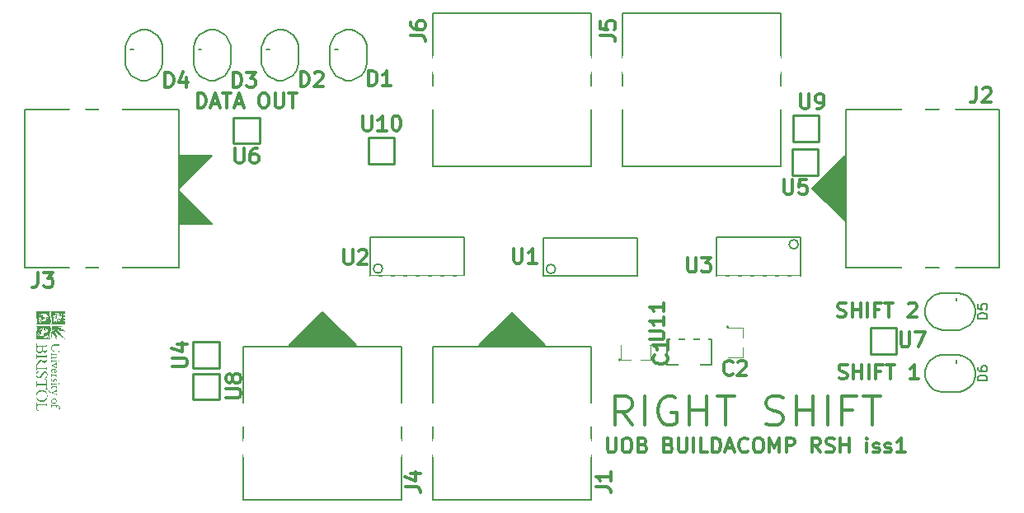
<source format=gto>
G04 (created by PCBNEW (2013-07-07 BZR 4022)-stable) date 18/09/2013 13:55:04*
%MOIN*%
G04 Gerber Fmt 3.4, Leading zero omitted, Abs format*
%FSLAX34Y34*%
G01*
G70*
G90*
G04 APERTURE LIST*
%ADD10C,0.00590551*%
%ADD11C,0.011811*%
%ADD12C,0.005*%
%ADD13C,0.0098*%
%ADD14C,0.0039*%
%ADD15C,0.0001*%
%ADD16C,0.012*%
%ADD17C,0.00787402*%
%ADD18R,0.0348425X0.0598425*%
%ADD19R,0.033474X0.019674*%
%ADD20R,0.0354425X0.0216425*%
%ADD21R,0.019674X0.033474*%
%ADD22C,0.246063*%
%ADD23C,0.0688976*%
%ADD24R,0.0448425X0.0648425*%
%ADD25R,0.0648425X0.0448425*%
%ADD26C,0.153543*%
%ADD27C,0.0689425*%
%ADD28C,0.0964567*%
%ADD29R,0.0374425X0.0728425*%
%ADD30R,0.0374425X0.0925425*%
%ADD31R,0.0885425X0.118143*%
G04 APERTURE END LIST*
G54D10*
G54D11*
X11706Y-8546D02*
X11706Y-7955D01*
X11847Y-7955D01*
X11931Y-7983D01*
X11988Y-8039D01*
X12016Y-8096D01*
X12044Y-8208D01*
X12044Y-8293D01*
X12016Y-8405D01*
X11988Y-8461D01*
X11931Y-8517D01*
X11847Y-8546D01*
X11706Y-8546D01*
X12269Y-8377D02*
X12550Y-8377D01*
X12213Y-8546D02*
X12410Y-7955D01*
X12606Y-8546D01*
X12719Y-7955D02*
X13056Y-7955D01*
X12888Y-8546D02*
X12888Y-7955D01*
X13225Y-8377D02*
X13506Y-8377D01*
X13169Y-8546D02*
X13366Y-7955D01*
X13562Y-8546D01*
X14322Y-7955D02*
X14434Y-7955D01*
X14491Y-7983D01*
X14547Y-8039D01*
X14575Y-8152D01*
X14575Y-8349D01*
X14547Y-8461D01*
X14491Y-8517D01*
X14434Y-8546D01*
X14322Y-8546D01*
X14266Y-8517D01*
X14209Y-8461D01*
X14181Y-8349D01*
X14181Y-8152D01*
X14209Y-8039D01*
X14266Y-7983D01*
X14322Y-7955D01*
X14828Y-7955D02*
X14828Y-8433D01*
X14856Y-8489D01*
X14884Y-8517D01*
X14940Y-8546D01*
X15053Y-8546D01*
X15109Y-8517D01*
X15137Y-8489D01*
X15165Y-8433D01*
X15165Y-7955D01*
X15362Y-7955D02*
X15700Y-7955D01*
X15531Y-8546D02*
X15531Y-7955D01*
X37629Y-19502D02*
X37713Y-19530D01*
X37854Y-19530D01*
X37910Y-19502D01*
X37938Y-19474D01*
X37966Y-19417D01*
X37966Y-19361D01*
X37938Y-19305D01*
X37910Y-19277D01*
X37854Y-19249D01*
X37741Y-19221D01*
X37685Y-19192D01*
X37657Y-19164D01*
X37629Y-19108D01*
X37629Y-19052D01*
X37657Y-18996D01*
X37685Y-18967D01*
X37741Y-18939D01*
X37882Y-18939D01*
X37966Y-18967D01*
X38219Y-19530D02*
X38219Y-18939D01*
X38219Y-19221D02*
X38557Y-19221D01*
X38557Y-19530D02*
X38557Y-18939D01*
X38838Y-19530D02*
X38838Y-18939D01*
X39316Y-19221D02*
X39119Y-19221D01*
X39119Y-19530D02*
X39119Y-18939D01*
X39401Y-18939D01*
X39541Y-18939D02*
X39879Y-18939D01*
X39710Y-19530D02*
X39710Y-18939D01*
X40835Y-19530D02*
X40497Y-19530D01*
X40666Y-19530D02*
X40666Y-18939D01*
X40610Y-19024D01*
X40553Y-19080D01*
X40497Y-19108D01*
X37570Y-17002D02*
X37654Y-17030D01*
X37795Y-17030D01*
X37851Y-17002D01*
X37879Y-16974D01*
X37907Y-16917D01*
X37907Y-16861D01*
X37879Y-16805D01*
X37851Y-16777D01*
X37795Y-16749D01*
X37682Y-16721D01*
X37626Y-16692D01*
X37598Y-16664D01*
X37570Y-16608D01*
X37570Y-16552D01*
X37598Y-16496D01*
X37626Y-16467D01*
X37682Y-16439D01*
X37823Y-16439D01*
X37907Y-16467D01*
X38160Y-17030D02*
X38160Y-16439D01*
X38160Y-16721D02*
X38498Y-16721D01*
X38498Y-17030D02*
X38498Y-16439D01*
X38779Y-17030D02*
X38779Y-16439D01*
X39257Y-16721D02*
X39060Y-16721D01*
X39060Y-17030D02*
X39060Y-16439D01*
X39341Y-16439D01*
X39482Y-16439D02*
X39820Y-16439D01*
X39651Y-17030D02*
X39651Y-16439D01*
X40438Y-16496D02*
X40466Y-16467D01*
X40523Y-16439D01*
X40663Y-16439D01*
X40719Y-16467D01*
X40748Y-16496D01*
X40776Y-16552D01*
X40776Y-16608D01*
X40748Y-16692D01*
X40410Y-17030D01*
X40776Y-17030D01*
X28267Y-21912D02*
X28267Y-22390D01*
X28295Y-22446D01*
X28323Y-22474D01*
X28380Y-22502D01*
X28492Y-22502D01*
X28548Y-22474D01*
X28577Y-22446D01*
X28605Y-22390D01*
X28605Y-21912D01*
X28998Y-21912D02*
X29111Y-21912D01*
X29167Y-21940D01*
X29223Y-21996D01*
X29251Y-22109D01*
X29251Y-22305D01*
X29223Y-22418D01*
X29167Y-22474D01*
X29111Y-22502D01*
X28998Y-22502D01*
X28942Y-22474D01*
X28886Y-22418D01*
X28858Y-22305D01*
X28858Y-22109D01*
X28886Y-21996D01*
X28942Y-21940D01*
X28998Y-21912D01*
X29701Y-22193D02*
X29786Y-22221D01*
X29814Y-22249D01*
X29842Y-22305D01*
X29842Y-22390D01*
X29814Y-22446D01*
X29786Y-22474D01*
X29730Y-22502D01*
X29505Y-22502D01*
X29505Y-21912D01*
X29701Y-21912D01*
X29758Y-21940D01*
X29786Y-21968D01*
X29814Y-22024D01*
X29814Y-22080D01*
X29786Y-22137D01*
X29758Y-22165D01*
X29701Y-22193D01*
X29505Y-22193D01*
X30742Y-22193D02*
X30826Y-22221D01*
X30854Y-22249D01*
X30883Y-22305D01*
X30883Y-22390D01*
X30854Y-22446D01*
X30826Y-22474D01*
X30770Y-22502D01*
X30545Y-22502D01*
X30545Y-21912D01*
X30742Y-21912D01*
X30798Y-21940D01*
X30826Y-21968D01*
X30854Y-22024D01*
X30854Y-22080D01*
X30826Y-22137D01*
X30798Y-22165D01*
X30742Y-22193D01*
X30545Y-22193D01*
X31136Y-21912D02*
X31136Y-22390D01*
X31164Y-22446D01*
X31192Y-22474D01*
X31248Y-22502D01*
X31361Y-22502D01*
X31417Y-22474D01*
X31445Y-22446D01*
X31473Y-22390D01*
X31473Y-21912D01*
X31754Y-22502D02*
X31754Y-21912D01*
X32317Y-22502D02*
X32035Y-22502D01*
X32035Y-21912D01*
X32514Y-22502D02*
X32514Y-21912D01*
X32654Y-21912D01*
X32739Y-21940D01*
X32795Y-21996D01*
X32823Y-22052D01*
X32851Y-22165D01*
X32851Y-22249D01*
X32823Y-22362D01*
X32795Y-22418D01*
X32739Y-22474D01*
X32654Y-22502D01*
X32514Y-22502D01*
X33076Y-22334D02*
X33357Y-22334D01*
X33020Y-22502D02*
X33217Y-21912D01*
X33413Y-22502D01*
X33948Y-22446D02*
X33920Y-22474D01*
X33835Y-22502D01*
X33779Y-22502D01*
X33695Y-22474D01*
X33638Y-22418D01*
X33610Y-22362D01*
X33582Y-22249D01*
X33582Y-22165D01*
X33610Y-22052D01*
X33638Y-21996D01*
X33695Y-21940D01*
X33779Y-21912D01*
X33835Y-21912D01*
X33920Y-21940D01*
X33948Y-21968D01*
X34313Y-21912D02*
X34426Y-21912D01*
X34482Y-21940D01*
X34538Y-21996D01*
X34566Y-22109D01*
X34566Y-22305D01*
X34538Y-22418D01*
X34482Y-22474D01*
X34426Y-22502D01*
X34313Y-22502D01*
X34257Y-22474D01*
X34201Y-22418D01*
X34173Y-22305D01*
X34173Y-22109D01*
X34201Y-21996D01*
X34257Y-21940D01*
X34313Y-21912D01*
X34820Y-22502D02*
X34820Y-21912D01*
X35016Y-22334D01*
X35213Y-21912D01*
X35213Y-22502D01*
X35494Y-22502D02*
X35494Y-21912D01*
X35719Y-21912D01*
X35776Y-21940D01*
X35804Y-21968D01*
X35832Y-22024D01*
X35832Y-22109D01*
X35804Y-22165D01*
X35776Y-22193D01*
X35719Y-22221D01*
X35494Y-22221D01*
X36872Y-22502D02*
X36676Y-22221D01*
X36535Y-22502D02*
X36535Y-21912D01*
X36760Y-21912D01*
X36816Y-21940D01*
X36844Y-21968D01*
X36872Y-22024D01*
X36872Y-22109D01*
X36844Y-22165D01*
X36816Y-22193D01*
X36760Y-22221D01*
X36535Y-22221D01*
X37097Y-22474D02*
X37182Y-22502D01*
X37322Y-22502D01*
X37379Y-22474D01*
X37407Y-22446D01*
X37435Y-22390D01*
X37435Y-22334D01*
X37407Y-22277D01*
X37379Y-22249D01*
X37322Y-22221D01*
X37210Y-22193D01*
X37154Y-22165D01*
X37125Y-22137D01*
X37097Y-22080D01*
X37097Y-22024D01*
X37125Y-21968D01*
X37154Y-21940D01*
X37210Y-21912D01*
X37350Y-21912D01*
X37435Y-21940D01*
X37688Y-22502D02*
X37688Y-21912D01*
X37688Y-22193D02*
X38025Y-22193D01*
X38025Y-22502D02*
X38025Y-21912D01*
X38757Y-22502D02*
X38757Y-22109D01*
X38757Y-21912D02*
X38728Y-21940D01*
X38757Y-21968D01*
X38785Y-21940D01*
X38757Y-21912D01*
X38757Y-21968D01*
X39010Y-22474D02*
X39066Y-22502D01*
X39178Y-22502D01*
X39235Y-22474D01*
X39263Y-22418D01*
X39263Y-22390D01*
X39235Y-22334D01*
X39178Y-22305D01*
X39094Y-22305D01*
X39038Y-22277D01*
X39010Y-22221D01*
X39010Y-22193D01*
X39038Y-22137D01*
X39094Y-22109D01*
X39178Y-22109D01*
X39235Y-22137D01*
X39488Y-22474D02*
X39544Y-22502D01*
X39656Y-22502D01*
X39713Y-22474D01*
X39741Y-22418D01*
X39741Y-22390D01*
X39713Y-22334D01*
X39656Y-22305D01*
X39572Y-22305D01*
X39516Y-22277D01*
X39488Y-22221D01*
X39488Y-22193D01*
X39516Y-22137D01*
X39572Y-22109D01*
X39656Y-22109D01*
X39713Y-22137D01*
X40303Y-22502D02*
X39966Y-22502D01*
X40134Y-22502D02*
X40134Y-21912D01*
X40078Y-21996D01*
X40022Y-22052D01*
X39966Y-22080D01*
X29266Y-21403D02*
X28860Y-20840D01*
X28569Y-21403D02*
X28569Y-20222D01*
X29034Y-20222D01*
X29150Y-20278D01*
X29208Y-20334D01*
X29266Y-20447D01*
X29266Y-20615D01*
X29208Y-20728D01*
X29150Y-20784D01*
X29034Y-20840D01*
X28569Y-20840D01*
X29790Y-21403D02*
X29790Y-20222D01*
X31010Y-20278D02*
X30894Y-20222D01*
X30719Y-20222D01*
X30545Y-20278D01*
X30429Y-20390D01*
X30371Y-20503D01*
X30313Y-20728D01*
X30313Y-20897D01*
X30371Y-21122D01*
X30429Y-21234D01*
X30545Y-21347D01*
X30719Y-21403D01*
X30836Y-21403D01*
X31010Y-21347D01*
X31068Y-21290D01*
X31068Y-20897D01*
X30836Y-20897D01*
X31591Y-21403D02*
X31591Y-20222D01*
X31591Y-20784D02*
X32289Y-20784D01*
X32289Y-21403D02*
X32289Y-20222D01*
X32695Y-20222D02*
X33393Y-20222D01*
X33044Y-21403D02*
X33044Y-20222D01*
X34671Y-21347D02*
X34846Y-21403D01*
X35136Y-21403D01*
X35253Y-21347D01*
X35311Y-21290D01*
X35369Y-21178D01*
X35369Y-21065D01*
X35311Y-20953D01*
X35253Y-20897D01*
X35136Y-20840D01*
X34904Y-20784D01*
X34788Y-20728D01*
X34730Y-20672D01*
X34671Y-20559D01*
X34671Y-20447D01*
X34730Y-20334D01*
X34788Y-20278D01*
X34904Y-20222D01*
X35194Y-20222D01*
X35369Y-20278D01*
X35892Y-21403D02*
X35892Y-20222D01*
X35892Y-20784D02*
X36589Y-20784D01*
X36589Y-21403D02*
X36589Y-20222D01*
X37170Y-21403D02*
X37170Y-20222D01*
X38158Y-20784D02*
X37752Y-20784D01*
X37752Y-21403D02*
X37752Y-20222D01*
X38333Y-20222D01*
X38623Y-20222D02*
X39321Y-20222D01*
X38972Y-21403D02*
X38972Y-20222D01*
G54D12*
X36089Y-15346D02*
X36089Y-13786D01*
X36089Y-13786D02*
X32689Y-13786D01*
X32689Y-13786D02*
X32689Y-15346D01*
X32689Y-15346D02*
X36089Y-15346D01*
X35389Y-15346D02*
X35389Y-15776D01*
X34889Y-15346D02*
X34889Y-15776D01*
X34389Y-15346D02*
X34389Y-15776D01*
X35889Y-15346D02*
X35889Y-15776D01*
X33889Y-15776D02*
X33889Y-15346D01*
X33389Y-15776D02*
X33389Y-15346D01*
X32889Y-15776D02*
X32889Y-15346D01*
X32889Y-13786D02*
X32889Y-13356D01*
X33389Y-13786D02*
X33389Y-13356D01*
X35889Y-13786D02*
X35889Y-13356D01*
X35389Y-13356D02*
X35389Y-13786D01*
X33889Y-13356D02*
X33889Y-13786D01*
X34389Y-13356D02*
X34389Y-13786D01*
X34889Y-13356D02*
X34889Y-13786D01*
X35985Y-14076D02*
G75*
G03X35985Y-14076I-186J0D01*
G74*
G01*
X19840Y-13786D02*
X19840Y-13356D01*
X20340Y-13786D02*
X20340Y-13356D01*
X20840Y-13786D02*
X20840Y-13356D01*
X19340Y-13786D02*
X19340Y-13356D01*
X18840Y-13356D02*
X18840Y-13786D01*
X21340Y-13356D02*
X21340Y-13786D01*
X21840Y-13356D02*
X21840Y-13786D01*
X22340Y-13356D02*
X22340Y-13786D01*
X22340Y-15346D02*
X22340Y-15776D01*
X21840Y-15346D02*
X21840Y-15776D01*
X21340Y-15346D02*
X21340Y-15776D01*
X18840Y-15346D02*
X18840Y-15776D01*
X19340Y-15776D02*
X19340Y-15346D01*
X20840Y-15776D02*
X20840Y-15346D01*
X20340Y-15776D02*
X20340Y-15346D01*
X19840Y-15776D02*
X19840Y-15346D01*
X19176Y-15056D02*
G75*
G03X19176Y-15056I-186J0D01*
G74*
G01*
X18690Y-13786D02*
X18690Y-15346D01*
X18690Y-15346D02*
X22490Y-15346D01*
X22490Y-15346D02*
X22490Y-13786D01*
X22490Y-13786D02*
X18690Y-13786D01*
X26828Y-13806D02*
X26828Y-13376D01*
X27328Y-13806D02*
X27328Y-13376D01*
X27828Y-13806D02*
X27828Y-13376D01*
X26328Y-13806D02*
X26328Y-13376D01*
X25828Y-13376D02*
X25828Y-13806D01*
X28328Y-13376D02*
X28328Y-13806D01*
X28828Y-13376D02*
X28828Y-13806D01*
X29328Y-13376D02*
X29328Y-13806D01*
X29328Y-15366D02*
X29328Y-15796D01*
X28828Y-15366D02*
X28828Y-15796D01*
X28328Y-15366D02*
X28328Y-15796D01*
X25828Y-15366D02*
X25828Y-15796D01*
X26328Y-15796D02*
X26328Y-15366D01*
X27828Y-15796D02*
X27828Y-15366D01*
X27328Y-15796D02*
X27328Y-15366D01*
X26828Y-15796D02*
X26828Y-15366D01*
X26164Y-15076D02*
G75*
G03X26164Y-15076I-186J0D01*
G74*
G01*
X25678Y-13806D02*
X25678Y-15366D01*
X25678Y-15366D02*
X29478Y-15366D01*
X29478Y-15366D02*
X29478Y-13806D01*
X29478Y-13806D02*
X25678Y-13806D01*
G54D13*
X19637Y-9760D02*
X18602Y-9760D01*
X18602Y-9760D02*
X18602Y-10815D01*
X18602Y-10815D02*
X19629Y-10815D01*
X19645Y-10811D02*
X19645Y-9760D01*
X12551Y-18027D02*
X11516Y-18027D01*
X11516Y-18027D02*
X11516Y-19082D01*
X11516Y-19082D02*
X12543Y-19082D01*
X12559Y-19078D02*
X12559Y-18027D01*
X36783Y-10232D02*
X35748Y-10232D01*
X35748Y-10232D02*
X35748Y-11287D01*
X35748Y-11287D02*
X36775Y-11287D01*
X36791Y-11283D02*
X36791Y-10232D01*
X39933Y-17457D02*
X38898Y-17457D01*
X38898Y-17457D02*
X38898Y-18512D01*
X38898Y-18512D02*
X39925Y-18512D01*
X39941Y-18508D02*
X39941Y-17457D01*
X12551Y-19307D02*
X11516Y-19307D01*
X11516Y-19307D02*
X11516Y-20362D01*
X11516Y-20362D02*
X12543Y-20362D01*
X12559Y-20358D02*
X12559Y-19307D01*
X13146Y-8964D02*
X13146Y-9999D01*
X13146Y-9999D02*
X14201Y-9999D01*
X14201Y-9999D02*
X14201Y-8972D01*
X14197Y-8956D02*
X13146Y-8956D01*
X35775Y-9924D02*
X36810Y-9924D01*
X36810Y-9924D02*
X36810Y-8869D01*
X36810Y-8869D02*
X35783Y-8869D01*
X35767Y-8873D02*
X35767Y-9924D01*
G54D10*
X42362Y-16358D02*
X42362Y-16240D01*
X41102Y-16909D02*
X41141Y-17027D01*
X41141Y-17027D02*
X41181Y-17106D01*
X42125Y-17539D02*
X41811Y-17539D01*
X41811Y-17539D02*
X41614Y-17500D01*
X41614Y-17500D02*
X41456Y-17421D01*
X41456Y-17421D02*
X41299Y-17303D01*
X41299Y-17303D02*
X41181Y-17106D01*
X41102Y-16909D02*
X41102Y-16791D01*
X43149Y-16791D02*
X43149Y-16870D01*
X43149Y-16870D02*
X43110Y-17027D01*
X43110Y-17027D02*
X43031Y-17185D01*
X43031Y-17185D02*
X42913Y-17342D01*
X42913Y-17342D02*
X42716Y-17460D01*
X42716Y-17460D02*
X42519Y-17539D01*
X42519Y-17539D02*
X42283Y-17539D01*
X42283Y-17539D02*
X42165Y-17539D01*
X42165Y-17539D02*
X42125Y-17539D01*
X42125Y-16043D02*
X42244Y-16043D01*
X42244Y-16043D02*
X42440Y-16043D01*
X42440Y-16043D02*
X42598Y-16082D01*
X42598Y-16082D02*
X42795Y-16161D01*
X42795Y-16161D02*
X42952Y-16279D01*
X42952Y-16279D02*
X43070Y-16476D01*
X43070Y-16476D02*
X43110Y-16594D01*
X43110Y-16594D02*
X43149Y-16712D01*
X43149Y-16712D02*
X43149Y-16791D01*
X41102Y-16791D02*
X41102Y-16751D01*
X41102Y-16751D02*
X41102Y-16673D01*
X41102Y-16673D02*
X41141Y-16555D01*
X41141Y-16555D02*
X41220Y-16397D01*
X41220Y-16397D02*
X41299Y-16279D01*
X41299Y-16279D02*
X41456Y-16161D01*
X41456Y-16161D02*
X41614Y-16082D01*
X41614Y-16082D02*
X41771Y-16043D01*
X41771Y-16043D02*
X41929Y-16043D01*
X41929Y-16043D02*
X42125Y-16043D01*
X9094Y-6181D02*
X8976Y-6181D01*
X9645Y-7440D02*
X9763Y-7401D01*
X9763Y-7401D02*
X9842Y-7362D01*
X10275Y-6417D02*
X10275Y-6732D01*
X10275Y-6732D02*
X10236Y-6929D01*
X10236Y-6929D02*
X10157Y-7086D01*
X10157Y-7086D02*
X10039Y-7244D01*
X10039Y-7244D02*
X9842Y-7362D01*
X9645Y-7440D02*
X9527Y-7440D01*
X9527Y-5393D02*
X9606Y-5393D01*
X9606Y-5393D02*
X9763Y-5433D01*
X9763Y-5433D02*
X9921Y-5511D01*
X9921Y-5511D02*
X10078Y-5629D01*
X10078Y-5629D02*
X10196Y-5826D01*
X10196Y-5826D02*
X10275Y-6023D01*
X10275Y-6023D02*
X10275Y-6259D01*
X10275Y-6259D02*
X10275Y-6377D01*
X10275Y-6377D02*
X10275Y-6417D01*
X8779Y-6417D02*
X8779Y-6299D01*
X8779Y-6299D02*
X8779Y-6102D01*
X8779Y-6102D02*
X8818Y-5944D01*
X8818Y-5944D02*
X8897Y-5748D01*
X8897Y-5748D02*
X9015Y-5590D01*
X9015Y-5590D02*
X9212Y-5472D01*
X9212Y-5472D02*
X9330Y-5433D01*
X9330Y-5433D02*
X9448Y-5393D01*
X9448Y-5393D02*
X9527Y-5393D01*
X9527Y-7440D02*
X9488Y-7440D01*
X9488Y-7440D02*
X9409Y-7440D01*
X9409Y-7440D02*
X9291Y-7401D01*
X9291Y-7401D02*
X9133Y-7322D01*
X9133Y-7322D02*
X9015Y-7244D01*
X9015Y-7244D02*
X8897Y-7086D01*
X8897Y-7086D02*
X8818Y-6929D01*
X8818Y-6929D02*
X8779Y-6771D01*
X8779Y-6771D02*
X8779Y-6614D01*
X8779Y-6614D02*
X8779Y-6417D01*
X42362Y-18877D02*
X42362Y-18759D01*
X41102Y-19429D02*
X41141Y-19547D01*
X41141Y-19547D02*
X41181Y-19625D01*
X42125Y-20059D02*
X41811Y-20059D01*
X41811Y-20059D02*
X41614Y-20019D01*
X41614Y-20019D02*
X41456Y-19940D01*
X41456Y-19940D02*
X41299Y-19822D01*
X41299Y-19822D02*
X41181Y-19625D01*
X41102Y-19429D02*
X41102Y-19311D01*
X43149Y-19311D02*
X43149Y-19389D01*
X43149Y-19389D02*
X43110Y-19547D01*
X43110Y-19547D02*
X43031Y-19704D01*
X43031Y-19704D02*
X42913Y-19862D01*
X42913Y-19862D02*
X42716Y-19980D01*
X42716Y-19980D02*
X42519Y-20059D01*
X42519Y-20059D02*
X42283Y-20059D01*
X42283Y-20059D02*
X42165Y-20059D01*
X42165Y-20059D02*
X42125Y-20059D01*
X42125Y-18562D02*
X42244Y-18562D01*
X42244Y-18562D02*
X42440Y-18562D01*
X42440Y-18562D02*
X42598Y-18602D01*
X42598Y-18602D02*
X42795Y-18681D01*
X42795Y-18681D02*
X42952Y-18799D01*
X42952Y-18799D02*
X43070Y-18996D01*
X43070Y-18996D02*
X43110Y-19114D01*
X43110Y-19114D02*
X43149Y-19232D01*
X43149Y-19232D02*
X43149Y-19311D01*
X41102Y-19311D02*
X41102Y-19271D01*
X41102Y-19271D02*
X41102Y-19192D01*
X41102Y-19192D02*
X41141Y-19074D01*
X41141Y-19074D02*
X41220Y-18917D01*
X41220Y-18917D02*
X41299Y-18799D01*
X41299Y-18799D02*
X41456Y-18681D01*
X41456Y-18681D02*
X41614Y-18602D01*
X41614Y-18602D02*
X41771Y-18562D01*
X41771Y-18562D02*
X41929Y-18562D01*
X41929Y-18562D02*
X42125Y-18562D01*
X11850Y-6181D02*
X11732Y-6181D01*
X12401Y-7440D02*
X12519Y-7401D01*
X12519Y-7401D02*
X12598Y-7362D01*
X13031Y-6417D02*
X13031Y-6732D01*
X13031Y-6732D02*
X12992Y-6929D01*
X12992Y-6929D02*
X12913Y-7086D01*
X12913Y-7086D02*
X12795Y-7244D01*
X12795Y-7244D02*
X12598Y-7362D01*
X12401Y-7440D02*
X12283Y-7440D01*
X12283Y-5393D02*
X12362Y-5393D01*
X12362Y-5393D02*
X12519Y-5433D01*
X12519Y-5433D02*
X12677Y-5511D01*
X12677Y-5511D02*
X12834Y-5629D01*
X12834Y-5629D02*
X12952Y-5826D01*
X12952Y-5826D02*
X13031Y-6023D01*
X13031Y-6023D02*
X13031Y-6259D01*
X13031Y-6259D02*
X13031Y-6377D01*
X13031Y-6377D02*
X13031Y-6417D01*
X11535Y-6417D02*
X11535Y-6299D01*
X11535Y-6299D02*
X11535Y-6102D01*
X11535Y-6102D02*
X11574Y-5944D01*
X11574Y-5944D02*
X11653Y-5748D01*
X11653Y-5748D02*
X11771Y-5590D01*
X11771Y-5590D02*
X11968Y-5472D01*
X11968Y-5472D02*
X12086Y-5433D01*
X12086Y-5433D02*
X12204Y-5393D01*
X12204Y-5393D02*
X12283Y-5393D01*
X12283Y-7440D02*
X12244Y-7440D01*
X12244Y-7440D02*
X12165Y-7440D01*
X12165Y-7440D02*
X12047Y-7401D01*
X12047Y-7401D02*
X11889Y-7322D01*
X11889Y-7322D02*
X11771Y-7244D01*
X11771Y-7244D02*
X11653Y-7086D01*
X11653Y-7086D02*
X11574Y-6929D01*
X11574Y-6929D02*
X11535Y-6771D01*
X11535Y-6771D02*
X11535Y-6614D01*
X11535Y-6614D02*
X11535Y-6417D01*
X14606Y-6181D02*
X14488Y-6181D01*
X15157Y-7440D02*
X15275Y-7401D01*
X15275Y-7401D02*
X15354Y-7362D01*
X15787Y-6417D02*
X15787Y-6732D01*
X15787Y-6732D02*
X15748Y-6929D01*
X15748Y-6929D02*
X15669Y-7086D01*
X15669Y-7086D02*
X15551Y-7244D01*
X15551Y-7244D02*
X15354Y-7362D01*
X15157Y-7440D02*
X15039Y-7440D01*
X15039Y-5393D02*
X15118Y-5393D01*
X15118Y-5393D02*
X15275Y-5433D01*
X15275Y-5433D02*
X15433Y-5511D01*
X15433Y-5511D02*
X15590Y-5629D01*
X15590Y-5629D02*
X15708Y-5826D01*
X15708Y-5826D02*
X15787Y-6023D01*
X15787Y-6023D02*
X15787Y-6259D01*
X15787Y-6259D02*
X15787Y-6377D01*
X15787Y-6377D02*
X15787Y-6417D01*
X14291Y-6417D02*
X14291Y-6299D01*
X14291Y-6299D02*
X14291Y-6102D01*
X14291Y-6102D02*
X14330Y-5944D01*
X14330Y-5944D02*
X14409Y-5748D01*
X14409Y-5748D02*
X14527Y-5590D01*
X14527Y-5590D02*
X14724Y-5472D01*
X14724Y-5472D02*
X14842Y-5433D01*
X14842Y-5433D02*
X14960Y-5393D01*
X14960Y-5393D02*
X15039Y-5393D01*
X15039Y-7440D02*
X15000Y-7440D01*
X15000Y-7440D02*
X14921Y-7440D01*
X14921Y-7440D02*
X14803Y-7401D01*
X14803Y-7401D02*
X14645Y-7322D01*
X14645Y-7322D02*
X14527Y-7244D01*
X14527Y-7244D02*
X14409Y-7086D01*
X14409Y-7086D02*
X14330Y-6929D01*
X14330Y-6929D02*
X14291Y-6771D01*
X14291Y-6771D02*
X14291Y-6614D01*
X14291Y-6614D02*
X14291Y-6417D01*
X17362Y-6181D02*
X17244Y-6181D01*
X17913Y-7440D02*
X18031Y-7401D01*
X18031Y-7401D02*
X18110Y-7362D01*
X18543Y-6417D02*
X18543Y-6732D01*
X18543Y-6732D02*
X18503Y-6929D01*
X18503Y-6929D02*
X18425Y-7086D01*
X18425Y-7086D02*
X18307Y-7244D01*
X18307Y-7244D02*
X18110Y-7362D01*
X17913Y-7440D02*
X17795Y-7440D01*
X17795Y-5393D02*
X17874Y-5393D01*
X17874Y-5393D02*
X18031Y-5433D01*
X18031Y-5433D02*
X18188Y-5511D01*
X18188Y-5511D02*
X18346Y-5629D01*
X18346Y-5629D02*
X18464Y-5826D01*
X18464Y-5826D02*
X18543Y-6023D01*
X18543Y-6023D02*
X18543Y-6259D01*
X18543Y-6259D02*
X18543Y-6377D01*
X18543Y-6377D02*
X18543Y-6417D01*
X17047Y-6417D02*
X17047Y-6299D01*
X17047Y-6299D02*
X17047Y-6102D01*
X17047Y-6102D02*
X17086Y-5944D01*
X17086Y-5944D02*
X17165Y-5748D01*
X17165Y-5748D02*
X17283Y-5590D01*
X17283Y-5590D02*
X17480Y-5472D01*
X17480Y-5472D02*
X17598Y-5433D01*
X17598Y-5433D02*
X17716Y-5393D01*
X17716Y-5393D02*
X17795Y-5393D01*
X17795Y-7440D02*
X17755Y-7440D01*
X17755Y-7440D02*
X17677Y-7440D01*
X17677Y-7440D02*
X17559Y-7401D01*
X17559Y-7401D02*
X17401Y-7322D01*
X17401Y-7322D02*
X17283Y-7244D01*
X17283Y-7244D02*
X17165Y-7086D01*
X17165Y-7086D02*
X17086Y-6929D01*
X17086Y-6929D02*
X17047Y-6771D01*
X17047Y-6771D02*
X17047Y-6614D01*
X17047Y-6614D02*
X17047Y-6417D01*
G54D14*
X28809Y-18764D02*
G75*
G03X28809Y-18764I-50J0D01*
G74*
G01*
X29209Y-18764D02*
X28809Y-18764D01*
X28809Y-18764D02*
X28809Y-18164D01*
X28809Y-18164D02*
X29209Y-18164D01*
X29609Y-18164D02*
X30009Y-18164D01*
X30009Y-18164D02*
X30009Y-18764D01*
X30009Y-18764D02*
X29609Y-18764D01*
X33175Y-17420D02*
G75*
G03X33175Y-17420I-50J0D01*
G74*
G01*
X33125Y-17870D02*
X33125Y-17470D01*
X33125Y-17470D02*
X33725Y-17470D01*
X33725Y-17470D02*
X33725Y-17870D01*
X33725Y-18270D02*
X33725Y-18670D01*
X33725Y-18670D02*
X33125Y-18670D01*
X33125Y-18670D02*
X33125Y-18270D01*
G54D10*
X27610Y-10917D02*
X21208Y-10917D01*
X21208Y-10917D02*
X21208Y-4704D01*
X21208Y-4704D02*
X27610Y-4704D01*
X27610Y-4704D02*
X27610Y-10917D01*
X10937Y-8629D02*
X10937Y-15031D01*
X10937Y-15031D02*
X4724Y-15031D01*
X4724Y-15031D02*
X4724Y-8629D01*
X4724Y-8629D02*
X10937Y-8629D01*
X37901Y-15031D02*
X37901Y-8629D01*
X37901Y-8629D02*
X44114Y-8629D01*
X44114Y-8629D02*
X44114Y-15031D01*
X44114Y-15031D02*
X37901Y-15031D01*
X13531Y-18216D02*
X19933Y-18216D01*
X19933Y-18216D02*
X19933Y-24429D01*
X19933Y-24429D02*
X13531Y-24429D01*
X13531Y-24429D02*
X13531Y-18216D01*
X35287Y-10917D02*
X28885Y-10917D01*
X28885Y-10917D02*
X28885Y-4704D01*
X28885Y-4704D02*
X35287Y-4704D01*
X35287Y-4704D02*
X35287Y-10917D01*
X21208Y-18216D02*
X27610Y-18216D01*
X27610Y-18216D02*
X27610Y-24429D01*
X27610Y-24429D02*
X21208Y-24429D01*
X21208Y-24429D02*
X21208Y-18216D01*
G54D12*
X31084Y-17440D02*
X30884Y-17440D01*
X30884Y-17440D02*
X30884Y-17910D01*
X31084Y-17440D02*
X31084Y-17910D01*
X31674Y-17440D02*
X31674Y-17910D01*
X31474Y-17440D02*
X31474Y-17910D01*
X31674Y-17440D02*
X31474Y-17440D01*
X32264Y-17440D02*
X32064Y-17440D01*
X32064Y-17440D02*
X32064Y-17910D01*
X32264Y-17440D02*
X32264Y-17910D01*
X31929Y-19135D02*
X31219Y-19135D01*
X31219Y-19135D02*
X31219Y-18940D01*
X31929Y-19135D02*
X31929Y-18940D01*
X32479Y-17910D02*
X32479Y-18940D01*
X32479Y-18940D02*
X30669Y-18940D01*
X30669Y-18940D02*
X30669Y-17910D01*
X30669Y-17910D02*
X32479Y-17910D01*
G54D15*
G36*
X6338Y-16771D02*
X6338Y-16781D01*
X6328Y-16781D01*
X6328Y-16771D01*
X6338Y-16771D01*
X6338Y-16771D01*
G37*
G36*
X6338Y-16781D02*
X6338Y-16791D01*
X6328Y-16791D01*
X6328Y-16781D01*
X6338Y-16781D01*
X6338Y-16781D01*
G37*
G36*
X6338Y-16791D02*
X6338Y-16801D01*
X6328Y-16801D01*
X6328Y-16791D01*
X6338Y-16791D01*
X6338Y-16791D01*
G37*
G36*
X6338Y-16801D02*
X6338Y-16811D01*
X6328Y-16811D01*
X6328Y-16801D01*
X6338Y-16801D01*
X6338Y-16801D01*
G37*
G36*
X6338Y-16811D02*
X6338Y-16821D01*
X6328Y-16821D01*
X6328Y-16811D01*
X6338Y-16811D01*
X6338Y-16811D01*
G37*
G36*
X6338Y-16821D02*
X6338Y-16831D01*
X6328Y-16831D01*
X6328Y-16821D01*
X6338Y-16821D01*
X6338Y-16821D01*
G37*
G36*
X6338Y-16831D02*
X6338Y-16841D01*
X6328Y-16841D01*
X6328Y-16831D01*
X6338Y-16831D01*
X6338Y-16831D01*
G37*
G36*
X6338Y-16841D02*
X6338Y-16851D01*
X6328Y-16851D01*
X6328Y-16841D01*
X6338Y-16841D01*
X6338Y-16841D01*
G37*
G36*
X6338Y-16851D02*
X6338Y-16861D01*
X6328Y-16861D01*
X6328Y-16851D01*
X6338Y-16851D01*
X6338Y-16851D01*
G37*
G36*
X6338Y-16861D02*
X6338Y-16871D01*
X6328Y-16871D01*
X6328Y-16861D01*
X6338Y-16861D01*
X6338Y-16861D01*
G37*
G36*
X6338Y-16871D02*
X6338Y-16881D01*
X6328Y-16881D01*
X6328Y-16871D01*
X6338Y-16871D01*
X6338Y-16871D01*
G37*
G36*
X6338Y-16941D02*
X6338Y-16951D01*
X6328Y-16951D01*
X6328Y-16941D01*
X6338Y-16941D01*
X6338Y-16941D01*
G37*
G36*
X6338Y-16951D02*
X6338Y-16961D01*
X6328Y-16961D01*
X6328Y-16951D01*
X6338Y-16951D01*
X6338Y-16951D01*
G37*
G36*
X6338Y-16961D02*
X6338Y-16971D01*
X6328Y-16971D01*
X6328Y-16961D01*
X6338Y-16961D01*
X6338Y-16961D01*
G37*
G36*
X6338Y-16971D02*
X6338Y-16981D01*
X6328Y-16981D01*
X6328Y-16971D01*
X6338Y-16971D01*
X6338Y-16971D01*
G37*
G36*
X6338Y-16981D02*
X6338Y-16991D01*
X6328Y-16991D01*
X6328Y-16981D01*
X6338Y-16981D01*
X6338Y-16981D01*
G37*
G36*
X6338Y-16991D02*
X6338Y-17001D01*
X6328Y-17001D01*
X6328Y-16991D01*
X6338Y-16991D01*
X6338Y-16991D01*
G37*
G36*
X6338Y-17001D02*
X6338Y-17011D01*
X6328Y-17011D01*
X6328Y-17001D01*
X6338Y-17001D01*
X6338Y-17001D01*
G37*
G36*
X6338Y-17071D02*
X6338Y-17081D01*
X6328Y-17081D01*
X6328Y-17071D01*
X6338Y-17071D01*
X6338Y-17071D01*
G37*
G36*
X6338Y-17081D02*
X6338Y-17091D01*
X6328Y-17091D01*
X6328Y-17081D01*
X6338Y-17081D01*
X6338Y-17081D01*
G37*
G36*
X6338Y-17091D02*
X6338Y-17101D01*
X6328Y-17101D01*
X6328Y-17091D01*
X6338Y-17091D01*
X6338Y-17091D01*
G37*
G36*
X6338Y-17101D02*
X6338Y-17111D01*
X6328Y-17111D01*
X6328Y-17101D01*
X6338Y-17101D01*
X6338Y-17101D01*
G37*
G36*
X6338Y-17111D02*
X6338Y-17121D01*
X6328Y-17121D01*
X6328Y-17111D01*
X6338Y-17111D01*
X6338Y-17111D01*
G37*
G36*
X6338Y-17121D02*
X6338Y-17131D01*
X6328Y-17131D01*
X6328Y-17121D01*
X6338Y-17121D01*
X6338Y-17121D01*
G37*
G36*
X6338Y-17131D02*
X6338Y-17141D01*
X6328Y-17141D01*
X6328Y-17131D01*
X6338Y-17131D01*
X6338Y-17131D01*
G37*
G36*
X6338Y-17201D02*
X6338Y-17211D01*
X6328Y-17211D01*
X6328Y-17201D01*
X6338Y-17201D01*
X6338Y-17201D01*
G37*
G36*
X6338Y-17211D02*
X6338Y-17221D01*
X6328Y-17221D01*
X6328Y-17211D01*
X6338Y-17211D01*
X6338Y-17211D01*
G37*
G36*
X6338Y-17221D02*
X6338Y-17231D01*
X6328Y-17231D01*
X6328Y-17221D01*
X6338Y-17221D01*
X6338Y-17221D01*
G37*
G36*
X6338Y-17231D02*
X6338Y-17241D01*
X6328Y-17241D01*
X6328Y-17231D01*
X6338Y-17231D01*
X6338Y-17231D01*
G37*
G36*
X6338Y-17241D02*
X6338Y-17251D01*
X6328Y-17251D01*
X6328Y-17241D01*
X6338Y-17241D01*
X6338Y-17241D01*
G37*
G36*
X6338Y-17251D02*
X6338Y-17261D01*
X6328Y-17261D01*
X6328Y-17251D01*
X6338Y-17251D01*
X6338Y-17251D01*
G37*
G36*
X6338Y-17261D02*
X6338Y-17271D01*
X6328Y-17271D01*
X6328Y-17261D01*
X6338Y-17261D01*
X6338Y-17261D01*
G37*
G36*
X6338Y-17271D02*
X6338Y-17281D01*
X6328Y-17281D01*
X6328Y-17271D01*
X6338Y-17271D01*
X6338Y-17271D01*
G37*
G36*
X6338Y-17281D02*
X6338Y-17291D01*
X6328Y-17291D01*
X6328Y-17281D01*
X6338Y-17281D01*
X6338Y-17281D01*
G37*
G36*
X6338Y-17291D02*
X6338Y-17301D01*
X6328Y-17301D01*
X6328Y-17291D01*
X6338Y-17291D01*
X6338Y-17291D01*
G37*
G36*
X6338Y-17301D02*
X6338Y-17311D01*
X6328Y-17311D01*
X6328Y-17301D01*
X6338Y-17301D01*
X6338Y-17301D01*
G37*
G36*
X6338Y-17311D02*
X6338Y-17321D01*
X6328Y-17321D01*
X6328Y-17311D01*
X6338Y-17311D01*
X6338Y-17311D01*
G37*
G36*
X6338Y-17371D02*
X6338Y-17381D01*
X6328Y-17381D01*
X6328Y-17371D01*
X6338Y-17371D01*
X6338Y-17371D01*
G37*
G36*
X6338Y-17591D02*
X6338Y-17601D01*
X6328Y-17601D01*
X6328Y-17591D01*
X6338Y-17591D01*
X6338Y-17591D01*
G37*
G36*
X6338Y-17601D02*
X6338Y-17611D01*
X6328Y-17611D01*
X6328Y-17601D01*
X6338Y-17601D01*
X6338Y-17601D01*
G37*
G36*
X6338Y-17611D02*
X6338Y-17621D01*
X6328Y-17621D01*
X6328Y-17611D01*
X6338Y-17611D01*
X6338Y-17611D01*
G37*
G36*
X6328Y-16771D02*
X6328Y-16781D01*
X6318Y-16781D01*
X6318Y-16771D01*
X6328Y-16771D01*
X6328Y-16771D01*
G37*
G36*
X6328Y-16781D02*
X6328Y-16791D01*
X6318Y-16791D01*
X6318Y-16781D01*
X6328Y-16781D01*
X6328Y-16781D01*
G37*
G36*
X6328Y-16791D02*
X6328Y-16801D01*
X6318Y-16801D01*
X6318Y-16791D01*
X6328Y-16791D01*
X6328Y-16791D01*
G37*
G36*
X6328Y-16801D02*
X6328Y-16811D01*
X6318Y-16811D01*
X6318Y-16801D01*
X6328Y-16801D01*
X6328Y-16801D01*
G37*
G36*
X6328Y-16811D02*
X6328Y-16821D01*
X6318Y-16821D01*
X6318Y-16811D01*
X6328Y-16811D01*
X6328Y-16811D01*
G37*
G36*
X6328Y-16821D02*
X6328Y-16831D01*
X6318Y-16831D01*
X6318Y-16821D01*
X6328Y-16821D01*
X6328Y-16821D01*
G37*
G36*
X6328Y-16831D02*
X6328Y-16841D01*
X6318Y-16841D01*
X6318Y-16831D01*
X6328Y-16831D01*
X6328Y-16831D01*
G37*
G36*
X6328Y-16841D02*
X6328Y-16851D01*
X6318Y-16851D01*
X6318Y-16841D01*
X6328Y-16841D01*
X6328Y-16841D01*
G37*
G36*
X6328Y-16851D02*
X6328Y-16861D01*
X6318Y-16861D01*
X6318Y-16851D01*
X6328Y-16851D01*
X6328Y-16851D01*
G37*
G36*
X6328Y-16861D02*
X6328Y-16871D01*
X6318Y-16871D01*
X6318Y-16861D01*
X6328Y-16861D01*
X6328Y-16861D01*
G37*
G36*
X6328Y-16871D02*
X6328Y-16881D01*
X6318Y-16881D01*
X6318Y-16871D01*
X6328Y-16871D01*
X6328Y-16871D01*
G37*
G36*
X6328Y-16941D02*
X6328Y-16951D01*
X6318Y-16951D01*
X6318Y-16941D01*
X6328Y-16941D01*
X6328Y-16941D01*
G37*
G36*
X6328Y-16951D02*
X6328Y-16961D01*
X6318Y-16961D01*
X6318Y-16951D01*
X6328Y-16951D01*
X6328Y-16951D01*
G37*
G36*
X6328Y-16961D02*
X6328Y-16971D01*
X6318Y-16971D01*
X6318Y-16961D01*
X6328Y-16961D01*
X6328Y-16961D01*
G37*
G36*
X6328Y-16971D02*
X6328Y-16981D01*
X6318Y-16981D01*
X6318Y-16971D01*
X6328Y-16971D01*
X6328Y-16971D01*
G37*
G36*
X6328Y-16981D02*
X6328Y-16991D01*
X6318Y-16991D01*
X6318Y-16981D01*
X6328Y-16981D01*
X6328Y-16981D01*
G37*
G36*
X6328Y-16991D02*
X6328Y-17001D01*
X6318Y-17001D01*
X6318Y-16991D01*
X6328Y-16991D01*
X6328Y-16991D01*
G37*
G36*
X6328Y-17001D02*
X6328Y-17011D01*
X6318Y-17011D01*
X6318Y-17001D01*
X6328Y-17001D01*
X6328Y-17001D01*
G37*
G36*
X6328Y-17071D02*
X6328Y-17081D01*
X6318Y-17081D01*
X6318Y-17071D01*
X6328Y-17071D01*
X6328Y-17071D01*
G37*
G36*
X6328Y-17081D02*
X6328Y-17091D01*
X6318Y-17091D01*
X6318Y-17081D01*
X6328Y-17081D01*
X6328Y-17081D01*
G37*
G36*
X6328Y-17091D02*
X6328Y-17101D01*
X6318Y-17101D01*
X6318Y-17091D01*
X6328Y-17091D01*
X6328Y-17091D01*
G37*
G36*
X6328Y-17101D02*
X6328Y-17111D01*
X6318Y-17111D01*
X6318Y-17101D01*
X6328Y-17101D01*
X6328Y-17101D01*
G37*
G36*
X6328Y-17111D02*
X6328Y-17121D01*
X6318Y-17121D01*
X6318Y-17111D01*
X6328Y-17111D01*
X6328Y-17111D01*
G37*
G36*
X6328Y-17121D02*
X6328Y-17131D01*
X6318Y-17131D01*
X6318Y-17121D01*
X6328Y-17121D01*
X6328Y-17121D01*
G37*
G36*
X6328Y-17131D02*
X6328Y-17141D01*
X6318Y-17141D01*
X6318Y-17131D01*
X6328Y-17131D01*
X6328Y-17131D01*
G37*
G36*
X6328Y-17201D02*
X6328Y-17211D01*
X6318Y-17211D01*
X6318Y-17201D01*
X6328Y-17201D01*
X6328Y-17201D01*
G37*
G36*
X6328Y-17211D02*
X6328Y-17221D01*
X6318Y-17221D01*
X6318Y-17211D01*
X6328Y-17211D01*
X6328Y-17211D01*
G37*
G36*
X6328Y-17221D02*
X6328Y-17231D01*
X6318Y-17231D01*
X6318Y-17221D01*
X6328Y-17221D01*
X6328Y-17221D01*
G37*
G36*
X6328Y-17231D02*
X6328Y-17241D01*
X6318Y-17241D01*
X6318Y-17231D01*
X6328Y-17231D01*
X6328Y-17231D01*
G37*
G36*
X6328Y-17241D02*
X6328Y-17251D01*
X6318Y-17251D01*
X6318Y-17241D01*
X6328Y-17241D01*
X6328Y-17241D01*
G37*
G36*
X6328Y-17251D02*
X6328Y-17261D01*
X6318Y-17261D01*
X6318Y-17251D01*
X6328Y-17251D01*
X6328Y-17251D01*
G37*
G36*
X6328Y-17261D02*
X6328Y-17271D01*
X6318Y-17271D01*
X6318Y-17261D01*
X6328Y-17261D01*
X6328Y-17261D01*
G37*
G36*
X6328Y-17271D02*
X6328Y-17281D01*
X6318Y-17281D01*
X6318Y-17271D01*
X6328Y-17271D01*
X6328Y-17271D01*
G37*
G36*
X6328Y-17281D02*
X6328Y-17291D01*
X6318Y-17291D01*
X6318Y-17281D01*
X6328Y-17281D01*
X6328Y-17281D01*
G37*
G36*
X6328Y-17291D02*
X6328Y-17301D01*
X6318Y-17301D01*
X6318Y-17291D01*
X6328Y-17291D01*
X6328Y-17291D01*
G37*
G36*
X6328Y-17301D02*
X6328Y-17311D01*
X6318Y-17311D01*
X6318Y-17301D01*
X6328Y-17301D01*
X6328Y-17301D01*
G37*
G36*
X6328Y-17311D02*
X6328Y-17321D01*
X6318Y-17321D01*
X6318Y-17311D01*
X6328Y-17311D01*
X6328Y-17311D01*
G37*
G36*
X6328Y-17371D02*
X6328Y-17381D01*
X6318Y-17381D01*
X6318Y-17371D01*
X6328Y-17371D01*
X6328Y-17371D01*
G37*
G36*
X6328Y-17571D02*
X6328Y-17581D01*
X6318Y-17581D01*
X6318Y-17571D01*
X6328Y-17571D01*
X6328Y-17571D01*
G37*
G36*
X6328Y-17581D02*
X6328Y-17591D01*
X6318Y-17591D01*
X6318Y-17581D01*
X6328Y-17581D01*
X6328Y-17581D01*
G37*
G36*
X6328Y-17591D02*
X6328Y-17601D01*
X6318Y-17601D01*
X6318Y-17591D01*
X6328Y-17591D01*
X6328Y-17591D01*
G37*
G36*
X6328Y-17601D02*
X6328Y-17611D01*
X6318Y-17611D01*
X6318Y-17601D01*
X6328Y-17601D01*
X6328Y-17601D01*
G37*
G36*
X6328Y-17901D02*
X6328Y-17911D01*
X6318Y-17911D01*
X6318Y-17901D01*
X6328Y-17901D01*
X6328Y-17901D01*
G37*
G36*
X6318Y-16771D02*
X6318Y-16781D01*
X6308Y-16781D01*
X6308Y-16771D01*
X6318Y-16771D01*
X6318Y-16771D01*
G37*
G36*
X6318Y-16781D02*
X6318Y-16791D01*
X6308Y-16791D01*
X6308Y-16781D01*
X6318Y-16781D01*
X6318Y-16781D01*
G37*
G36*
X6318Y-16791D02*
X6318Y-16801D01*
X6308Y-16801D01*
X6308Y-16791D01*
X6318Y-16791D01*
X6318Y-16791D01*
G37*
G36*
X6318Y-16801D02*
X6318Y-16811D01*
X6308Y-16811D01*
X6308Y-16801D01*
X6318Y-16801D01*
X6318Y-16801D01*
G37*
G36*
X6318Y-16811D02*
X6318Y-16821D01*
X6308Y-16821D01*
X6308Y-16811D01*
X6318Y-16811D01*
X6318Y-16811D01*
G37*
G36*
X6318Y-16821D02*
X6318Y-16831D01*
X6308Y-16831D01*
X6308Y-16821D01*
X6318Y-16821D01*
X6318Y-16821D01*
G37*
G36*
X6318Y-16831D02*
X6318Y-16841D01*
X6308Y-16841D01*
X6308Y-16831D01*
X6318Y-16831D01*
X6318Y-16831D01*
G37*
G36*
X6318Y-16841D02*
X6318Y-16851D01*
X6308Y-16851D01*
X6308Y-16841D01*
X6318Y-16841D01*
X6318Y-16841D01*
G37*
G36*
X6318Y-16851D02*
X6318Y-16861D01*
X6308Y-16861D01*
X6308Y-16851D01*
X6318Y-16851D01*
X6318Y-16851D01*
G37*
G36*
X6318Y-16861D02*
X6318Y-16871D01*
X6308Y-16871D01*
X6308Y-16861D01*
X6318Y-16861D01*
X6318Y-16861D01*
G37*
G36*
X6318Y-16871D02*
X6318Y-16881D01*
X6308Y-16881D01*
X6308Y-16871D01*
X6318Y-16871D01*
X6318Y-16871D01*
G37*
G36*
X6318Y-16941D02*
X6318Y-16951D01*
X6308Y-16951D01*
X6308Y-16941D01*
X6318Y-16941D01*
X6318Y-16941D01*
G37*
G36*
X6318Y-16951D02*
X6318Y-16961D01*
X6308Y-16961D01*
X6308Y-16951D01*
X6318Y-16951D01*
X6318Y-16951D01*
G37*
G36*
X6318Y-16961D02*
X6318Y-16971D01*
X6308Y-16971D01*
X6308Y-16961D01*
X6318Y-16961D01*
X6318Y-16961D01*
G37*
G36*
X6318Y-16971D02*
X6318Y-16981D01*
X6308Y-16981D01*
X6308Y-16971D01*
X6318Y-16971D01*
X6318Y-16971D01*
G37*
G36*
X6318Y-16981D02*
X6318Y-16991D01*
X6308Y-16991D01*
X6308Y-16981D01*
X6318Y-16981D01*
X6318Y-16981D01*
G37*
G36*
X6318Y-16991D02*
X6318Y-17001D01*
X6308Y-17001D01*
X6308Y-16991D01*
X6318Y-16991D01*
X6318Y-16991D01*
G37*
G36*
X6318Y-17001D02*
X6318Y-17011D01*
X6308Y-17011D01*
X6308Y-17001D01*
X6318Y-17001D01*
X6318Y-17001D01*
G37*
G36*
X6318Y-17071D02*
X6318Y-17081D01*
X6308Y-17081D01*
X6308Y-17071D01*
X6318Y-17071D01*
X6318Y-17071D01*
G37*
G36*
X6318Y-17081D02*
X6318Y-17091D01*
X6308Y-17091D01*
X6308Y-17081D01*
X6318Y-17081D01*
X6318Y-17081D01*
G37*
G36*
X6318Y-17091D02*
X6318Y-17101D01*
X6308Y-17101D01*
X6308Y-17091D01*
X6318Y-17091D01*
X6318Y-17091D01*
G37*
G36*
X6318Y-17101D02*
X6318Y-17111D01*
X6308Y-17111D01*
X6308Y-17101D01*
X6318Y-17101D01*
X6318Y-17101D01*
G37*
G36*
X6318Y-17111D02*
X6318Y-17121D01*
X6308Y-17121D01*
X6308Y-17111D01*
X6318Y-17111D01*
X6318Y-17111D01*
G37*
G36*
X6318Y-17121D02*
X6318Y-17131D01*
X6308Y-17131D01*
X6308Y-17121D01*
X6318Y-17121D01*
X6318Y-17121D01*
G37*
G36*
X6318Y-17131D02*
X6318Y-17141D01*
X6308Y-17141D01*
X6308Y-17131D01*
X6318Y-17131D01*
X6318Y-17131D01*
G37*
G36*
X6318Y-17201D02*
X6318Y-17211D01*
X6308Y-17211D01*
X6308Y-17201D01*
X6318Y-17201D01*
X6318Y-17201D01*
G37*
G36*
X6318Y-17211D02*
X6318Y-17221D01*
X6308Y-17221D01*
X6308Y-17211D01*
X6318Y-17211D01*
X6318Y-17211D01*
G37*
G36*
X6318Y-17221D02*
X6318Y-17231D01*
X6308Y-17231D01*
X6308Y-17221D01*
X6318Y-17221D01*
X6318Y-17221D01*
G37*
G36*
X6318Y-17231D02*
X6318Y-17241D01*
X6308Y-17241D01*
X6308Y-17231D01*
X6318Y-17231D01*
X6318Y-17231D01*
G37*
G36*
X6318Y-17241D02*
X6318Y-17251D01*
X6308Y-17251D01*
X6308Y-17241D01*
X6318Y-17241D01*
X6318Y-17241D01*
G37*
G36*
X6318Y-17251D02*
X6318Y-17261D01*
X6308Y-17261D01*
X6308Y-17251D01*
X6318Y-17251D01*
X6318Y-17251D01*
G37*
G36*
X6318Y-17261D02*
X6318Y-17271D01*
X6308Y-17271D01*
X6308Y-17261D01*
X6318Y-17261D01*
X6318Y-17261D01*
G37*
G36*
X6318Y-17271D02*
X6318Y-17281D01*
X6308Y-17281D01*
X6308Y-17271D01*
X6318Y-17271D01*
X6318Y-17271D01*
G37*
G36*
X6318Y-17281D02*
X6318Y-17291D01*
X6308Y-17291D01*
X6308Y-17281D01*
X6318Y-17281D01*
X6318Y-17281D01*
G37*
G36*
X6318Y-17291D02*
X6318Y-17301D01*
X6308Y-17301D01*
X6308Y-17291D01*
X6318Y-17291D01*
X6318Y-17291D01*
G37*
G36*
X6318Y-17301D02*
X6318Y-17311D01*
X6308Y-17311D01*
X6308Y-17301D01*
X6318Y-17301D01*
X6318Y-17301D01*
G37*
G36*
X6318Y-17311D02*
X6318Y-17321D01*
X6308Y-17321D01*
X6308Y-17311D01*
X6318Y-17311D01*
X6318Y-17311D01*
G37*
G36*
X6318Y-17371D02*
X6318Y-17381D01*
X6308Y-17381D01*
X6308Y-17371D01*
X6318Y-17371D01*
X6318Y-17371D01*
G37*
G36*
X6318Y-17551D02*
X6318Y-17561D01*
X6308Y-17561D01*
X6308Y-17551D01*
X6318Y-17551D01*
X6318Y-17551D01*
G37*
G36*
X6318Y-17561D02*
X6318Y-17571D01*
X6308Y-17571D01*
X6308Y-17561D01*
X6318Y-17561D01*
X6318Y-17561D01*
G37*
G36*
X6318Y-17571D02*
X6318Y-17581D01*
X6308Y-17581D01*
X6308Y-17571D01*
X6318Y-17571D01*
X6318Y-17571D01*
G37*
G36*
X6318Y-17581D02*
X6318Y-17591D01*
X6308Y-17591D01*
X6308Y-17581D01*
X6318Y-17581D01*
X6318Y-17581D01*
G37*
G36*
X6318Y-17591D02*
X6318Y-17601D01*
X6308Y-17601D01*
X6308Y-17591D01*
X6318Y-17591D01*
X6318Y-17591D01*
G37*
G36*
X6318Y-17891D02*
X6318Y-17901D01*
X6308Y-17901D01*
X6308Y-17891D01*
X6318Y-17891D01*
X6318Y-17891D01*
G37*
G36*
X6318Y-17901D02*
X6318Y-17911D01*
X6308Y-17911D01*
X6308Y-17901D01*
X6318Y-17901D01*
X6318Y-17901D01*
G37*
G36*
X6308Y-16771D02*
X6308Y-16781D01*
X6298Y-16781D01*
X6298Y-16771D01*
X6308Y-16771D01*
X6308Y-16771D01*
G37*
G36*
X6308Y-16781D02*
X6308Y-16791D01*
X6298Y-16791D01*
X6298Y-16781D01*
X6308Y-16781D01*
X6308Y-16781D01*
G37*
G36*
X6308Y-16791D02*
X6308Y-16801D01*
X6298Y-16801D01*
X6298Y-16791D01*
X6308Y-16791D01*
X6308Y-16791D01*
G37*
G36*
X6308Y-16801D02*
X6308Y-16811D01*
X6298Y-16811D01*
X6298Y-16801D01*
X6308Y-16801D01*
X6308Y-16801D01*
G37*
G36*
X6308Y-16811D02*
X6308Y-16821D01*
X6298Y-16821D01*
X6298Y-16811D01*
X6308Y-16811D01*
X6308Y-16811D01*
G37*
G36*
X6308Y-16821D02*
X6308Y-16831D01*
X6298Y-16831D01*
X6298Y-16821D01*
X6308Y-16821D01*
X6308Y-16821D01*
G37*
G36*
X6308Y-16831D02*
X6308Y-16841D01*
X6298Y-16841D01*
X6298Y-16831D01*
X6308Y-16831D01*
X6308Y-16831D01*
G37*
G36*
X6308Y-16841D02*
X6308Y-16851D01*
X6298Y-16851D01*
X6298Y-16841D01*
X6308Y-16841D01*
X6308Y-16841D01*
G37*
G36*
X6308Y-16851D02*
X6308Y-16861D01*
X6298Y-16861D01*
X6298Y-16851D01*
X6308Y-16851D01*
X6308Y-16851D01*
G37*
G36*
X6308Y-16861D02*
X6308Y-16871D01*
X6298Y-16871D01*
X6298Y-16861D01*
X6308Y-16861D01*
X6308Y-16861D01*
G37*
G36*
X6308Y-16871D02*
X6308Y-16881D01*
X6298Y-16881D01*
X6298Y-16871D01*
X6308Y-16871D01*
X6308Y-16871D01*
G37*
G36*
X6308Y-16941D02*
X6308Y-16951D01*
X6298Y-16951D01*
X6298Y-16941D01*
X6308Y-16941D01*
X6308Y-16941D01*
G37*
G36*
X6308Y-16951D02*
X6308Y-16961D01*
X6298Y-16961D01*
X6298Y-16951D01*
X6308Y-16951D01*
X6308Y-16951D01*
G37*
G36*
X6308Y-16961D02*
X6308Y-16971D01*
X6298Y-16971D01*
X6298Y-16961D01*
X6308Y-16961D01*
X6308Y-16961D01*
G37*
G36*
X6308Y-16971D02*
X6308Y-16981D01*
X6298Y-16981D01*
X6298Y-16971D01*
X6308Y-16971D01*
X6308Y-16971D01*
G37*
G36*
X6308Y-16981D02*
X6308Y-16991D01*
X6298Y-16991D01*
X6298Y-16981D01*
X6308Y-16981D01*
X6308Y-16981D01*
G37*
G36*
X6308Y-16991D02*
X6308Y-17001D01*
X6298Y-17001D01*
X6298Y-16991D01*
X6308Y-16991D01*
X6308Y-16991D01*
G37*
G36*
X6308Y-17001D02*
X6308Y-17011D01*
X6298Y-17011D01*
X6298Y-17001D01*
X6308Y-17001D01*
X6308Y-17001D01*
G37*
G36*
X6308Y-17071D02*
X6308Y-17081D01*
X6298Y-17081D01*
X6298Y-17071D01*
X6308Y-17071D01*
X6308Y-17071D01*
G37*
G36*
X6308Y-17081D02*
X6308Y-17091D01*
X6298Y-17091D01*
X6298Y-17081D01*
X6308Y-17081D01*
X6308Y-17081D01*
G37*
G36*
X6308Y-17091D02*
X6308Y-17101D01*
X6298Y-17101D01*
X6298Y-17091D01*
X6308Y-17091D01*
X6308Y-17091D01*
G37*
G36*
X6308Y-17101D02*
X6308Y-17111D01*
X6298Y-17111D01*
X6298Y-17101D01*
X6308Y-17101D01*
X6308Y-17101D01*
G37*
G36*
X6308Y-17111D02*
X6308Y-17121D01*
X6298Y-17121D01*
X6298Y-17111D01*
X6308Y-17111D01*
X6308Y-17111D01*
G37*
G36*
X6308Y-17121D02*
X6308Y-17131D01*
X6298Y-17131D01*
X6298Y-17121D01*
X6308Y-17121D01*
X6308Y-17121D01*
G37*
G36*
X6308Y-17131D02*
X6308Y-17141D01*
X6298Y-17141D01*
X6298Y-17131D01*
X6308Y-17131D01*
X6308Y-17131D01*
G37*
G36*
X6308Y-17201D02*
X6308Y-17211D01*
X6298Y-17211D01*
X6298Y-17201D01*
X6308Y-17201D01*
X6308Y-17201D01*
G37*
G36*
X6308Y-17211D02*
X6308Y-17221D01*
X6298Y-17221D01*
X6298Y-17211D01*
X6308Y-17211D01*
X6308Y-17211D01*
G37*
G36*
X6308Y-17221D02*
X6308Y-17231D01*
X6298Y-17231D01*
X6298Y-17221D01*
X6308Y-17221D01*
X6308Y-17221D01*
G37*
G36*
X6308Y-17231D02*
X6308Y-17241D01*
X6298Y-17241D01*
X6298Y-17231D01*
X6308Y-17231D01*
X6308Y-17231D01*
G37*
G36*
X6308Y-17241D02*
X6308Y-17251D01*
X6298Y-17251D01*
X6298Y-17241D01*
X6308Y-17241D01*
X6308Y-17241D01*
G37*
G36*
X6308Y-17251D02*
X6308Y-17261D01*
X6298Y-17261D01*
X6298Y-17251D01*
X6308Y-17251D01*
X6308Y-17251D01*
G37*
G36*
X6308Y-17261D02*
X6308Y-17271D01*
X6298Y-17271D01*
X6298Y-17261D01*
X6308Y-17261D01*
X6308Y-17261D01*
G37*
G36*
X6308Y-17271D02*
X6308Y-17281D01*
X6298Y-17281D01*
X6298Y-17271D01*
X6308Y-17271D01*
X6308Y-17271D01*
G37*
G36*
X6308Y-17281D02*
X6308Y-17291D01*
X6298Y-17291D01*
X6298Y-17281D01*
X6308Y-17281D01*
X6308Y-17281D01*
G37*
G36*
X6308Y-17291D02*
X6308Y-17301D01*
X6298Y-17301D01*
X6298Y-17291D01*
X6308Y-17291D01*
X6308Y-17291D01*
G37*
G36*
X6308Y-17301D02*
X6308Y-17311D01*
X6298Y-17311D01*
X6298Y-17301D01*
X6308Y-17301D01*
X6308Y-17301D01*
G37*
G36*
X6308Y-17311D02*
X6308Y-17321D01*
X6298Y-17321D01*
X6298Y-17311D01*
X6308Y-17311D01*
X6308Y-17311D01*
G37*
G36*
X6308Y-17371D02*
X6308Y-17381D01*
X6298Y-17381D01*
X6298Y-17371D01*
X6308Y-17371D01*
X6308Y-17371D01*
G37*
G36*
X6308Y-17381D02*
X6308Y-17391D01*
X6298Y-17391D01*
X6298Y-17381D01*
X6308Y-17381D01*
X6308Y-17381D01*
G37*
G36*
X6308Y-17541D02*
X6308Y-17551D01*
X6298Y-17551D01*
X6298Y-17541D01*
X6308Y-17541D01*
X6308Y-17541D01*
G37*
G36*
X6308Y-17551D02*
X6308Y-17561D01*
X6298Y-17561D01*
X6298Y-17551D01*
X6308Y-17551D01*
X6308Y-17551D01*
G37*
G36*
X6308Y-17561D02*
X6308Y-17571D01*
X6298Y-17571D01*
X6298Y-17561D01*
X6308Y-17561D01*
X6308Y-17561D01*
G37*
G36*
X6308Y-17571D02*
X6308Y-17581D01*
X6298Y-17581D01*
X6298Y-17571D01*
X6308Y-17571D01*
X6308Y-17571D01*
G37*
G36*
X6308Y-17581D02*
X6308Y-17591D01*
X6298Y-17591D01*
X6298Y-17581D01*
X6308Y-17581D01*
X6308Y-17581D01*
G37*
G36*
X6308Y-17881D02*
X6308Y-17891D01*
X6298Y-17891D01*
X6298Y-17881D01*
X6308Y-17881D01*
X6308Y-17881D01*
G37*
G36*
X6308Y-17891D02*
X6308Y-17901D01*
X6298Y-17901D01*
X6298Y-17891D01*
X6308Y-17891D01*
X6308Y-17891D01*
G37*
G36*
X6298Y-16771D02*
X6298Y-16781D01*
X6288Y-16781D01*
X6288Y-16771D01*
X6298Y-16771D01*
X6298Y-16771D01*
G37*
G36*
X6298Y-16781D02*
X6298Y-16791D01*
X6288Y-16791D01*
X6288Y-16781D01*
X6298Y-16781D01*
X6298Y-16781D01*
G37*
G36*
X6298Y-16791D02*
X6298Y-16801D01*
X6288Y-16801D01*
X6288Y-16791D01*
X6298Y-16791D01*
X6298Y-16791D01*
G37*
G36*
X6298Y-16801D02*
X6298Y-16811D01*
X6288Y-16811D01*
X6288Y-16801D01*
X6298Y-16801D01*
X6298Y-16801D01*
G37*
G36*
X6298Y-16811D02*
X6298Y-16821D01*
X6288Y-16821D01*
X6288Y-16811D01*
X6298Y-16811D01*
X6298Y-16811D01*
G37*
G36*
X6298Y-16821D02*
X6298Y-16831D01*
X6288Y-16831D01*
X6288Y-16821D01*
X6298Y-16821D01*
X6298Y-16821D01*
G37*
G36*
X6298Y-16831D02*
X6298Y-16841D01*
X6288Y-16841D01*
X6288Y-16831D01*
X6298Y-16831D01*
X6298Y-16831D01*
G37*
G36*
X6298Y-16841D02*
X6298Y-16851D01*
X6288Y-16851D01*
X6288Y-16841D01*
X6298Y-16841D01*
X6298Y-16841D01*
G37*
G36*
X6298Y-16851D02*
X6298Y-16861D01*
X6288Y-16861D01*
X6288Y-16851D01*
X6298Y-16851D01*
X6298Y-16851D01*
G37*
G36*
X6298Y-16861D02*
X6298Y-16871D01*
X6288Y-16871D01*
X6288Y-16861D01*
X6298Y-16861D01*
X6298Y-16861D01*
G37*
G36*
X6298Y-16871D02*
X6298Y-16881D01*
X6288Y-16881D01*
X6288Y-16871D01*
X6298Y-16871D01*
X6298Y-16871D01*
G37*
G36*
X6298Y-16941D02*
X6298Y-16951D01*
X6288Y-16951D01*
X6288Y-16941D01*
X6298Y-16941D01*
X6298Y-16941D01*
G37*
G36*
X6298Y-16951D02*
X6298Y-16961D01*
X6288Y-16961D01*
X6288Y-16951D01*
X6298Y-16951D01*
X6298Y-16951D01*
G37*
G36*
X6298Y-16961D02*
X6298Y-16971D01*
X6288Y-16971D01*
X6288Y-16961D01*
X6298Y-16961D01*
X6298Y-16961D01*
G37*
G36*
X6298Y-16971D02*
X6298Y-16981D01*
X6288Y-16981D01*
X6288Y-16971D01*
X6298Y-16971D01*
X6298Y-16971D01*
G37*
G36*
X6298Y-16981D02*
X6298Y-16991D01*
X6288Y-16991D01*
X6288Y-16981D01*
X6298Y-16981D01*
X6298Y-16981D01*
G37*
G36*
X6298Y-16991D02*
X6298Y-17001D01*
X6288Y-17001D01*
X6288Y-16991D01*
X6298Y-16991D01*
X6298Y-16991D01*
G37*
G36*
X6298Y-17001D02*
X6298Y-17011D01*
X6288Y-17011D01*
X6288Y-17001D01*
X6298Y-17001D01*
X6298Y-17001D01*
G37*
G36*
X6298Y-17071D02*
X6298Y-17081D01*
X6288Y-17081D01*
X6288Y-17071D01*
X6298Y-17071D01*
X6298Y-17071D01*
G37*
G36*
X6298Y-17081D02*
X6298Y-17091D01*
X6288Y-17091D01*
X6288Y-17081D01*
X6298Y-17081D01*
X6298Y-17081D01*
G37*
G36*
X6298Y-17091D02*
X6298Y-17101D01*
X6288Y-17101D01*
X6288Y-17091D01*
X6298Y-17091D01*
X6298Y-17091D01*
G37*
G36*
X6298Y-17101D02*
X6298Y-17111D01*
X6288Y-17111D01*
X6288Y-17101D01*
X6298Y-17101D01*
X6298Y-17101D01*
G37*
G36*
X6298Y-17111D02*
X6298Y-17121D01*
X6288Y-17121D01*
X6288Y-17111D01*
X6298Y-17111D01*
X6298Y-17111D01*
G37*
G36*
X6298Y-17121D02*
X6298Y-17131D01*
X6288Y-17131D01*
X6288Y-17121D01*
X6298Y-17121D01*
X6298Y-17121D01*
G37*
G36*
X6298Y-17131D02*
X6298Y-17141D01*
X6288Y-17141D01*
X6288Y-17131D01*
X6298Y-17131D01*
X6298Y-17131D01*
G37*
G36*
X6298Y-17201D02*
X6298Y-17211D01*
X6288Y-17211D01*
X6288Y-17201D01*
X6298Y-17201D01*
X6298Y-17201D01*
G37*
G36*
X6298Y-17211D02*
X6298Y-17221D01*
X6288Y-17221D01*
X6288Y-17211D01*
X6298Y-17211D01*
X6298Y-17211D01*
G37*
G36*
X6298Y-17221D02*
X6298Y-17231D01*
X6288Y-17231D01*
X6288Y-17221D01*
X6298Y-17221D01*
X6298Y-17221D01*
G37*
G36*
X6298Y-17231D02*
X6298Y-17241D01*
X6288Y-17241D01*
X6288Y-17231D01*
X6298Y-17231D01*
X6298Y-17231D01*
G37*
G36*
X6298Y-17241D02*
X6298Y-17251D01*
X6288Y-17251D01*
X6288Y-17241D01*
X6298Y-17241D01*
X6298Y-17241D01*
G37*
G36*
X6298Y-17251D02*
X6298Y-17261D01*
X6288Y-17261D01*
X6288Y-17251D01*
X6298Y-17251D01*
X6298Y-17251D01*
G37*
G36*
X6298Y-17261D02*
X6298Y-17271D01*
X6288Y-17271D01*
X6288Y-17261D01*
X6298Y-17261D01*
X6298Y-17261D01*
G37*
G36*
X6298Y-17271D02*
X6298Y-17281D01*
X6288Y-17281D01*
X6288Y-17271D01*
X6298Y-17271D01*
X6298Y-17271D01*
G37*
G36*
X6298Y-17281D02*
X6298Y-17291D01*
X6288Y-17291D01*
X6288Y-17281D01*
X6298Y-17281D01*
X6298Y-17281D01*
G37*
G36*
X6298Y-17291D02*
X6298Y-17301D01*
X6288Y-17301D01*
X6288Y-17291D01*
X6298Y-17291D01*
X6298Y-17291D01*
G37*
G36*
X6298Y-17301D02*
X6298Y-17311D01*
X6288Y-17311D01*
X6288Y-17301D01*
X6298Y-17301D01*
X6298Y-17301D01*
G37*
G36*
X6298Y-17311D02*
X6298Y-17321D01*
X6288Y-17321D01*
X6288Y-17311D01*
X6298Y-17311D01*
X6298Y-17311D01*
G37*
G36*
X6298Y-17371D02*
X6298Y-17381D01*
X6288Y-17381D01*
X6288Y-17371D01*
X6298Y-17371D01*
X6298Y-17371D01*
G37*
G36*
X6298Y-17381D02*
X6298Y-17391D01*
X6288Y-17391D01*
X6288Y-17381D01*
X6298Y-17381D01*
X6298Y-17381D01*
G37*
G36*
X6298Y-17541D02*
X6298Y-17551D01*
X6288Y-17551D01*
X6288Y-17541D01*
X6298Y-17541D01*
X6298Y-17541D01*
G37*
G36*
X6298Y-17551D02*
X6298Y-17561D01*
X6288Y-17561D01*
X6288Y-17551D01*
X6298Y-17551D01*
X6298Y-17551D01*
G37*
G36*
X6298Y-17561D02*
X6298Y-17571D01*
X6288Y-17571D01*
X6288Y-17561D01*
X6298Y-17561D01*
X6298Y-17561D01*
G37*
G36*
X6298Y-17571D02*
X6298Y-17581D01*
X6288Y-17581D01*
X6288Y-17571D01*
X6298Y-17571D01*
X6298Y-17571D01*
G37*
G36*
X6298Y-17581D02*
X6298Y-17591D01*
X6288Y-17591D01*
X6288Y-17581D01*
X6298Y-17581D01*
X6298Y-17581D01*
G37*
G36*
X6298Y-17871D02*
X6298Y-17881D01*
X6288Y-17881D01*
X6288Y-17871D01*
X6298Y-17871D01*
X6298Y-17871D01*
G37*
G36*
X6298Y-17881D02*
X6298Y-17891D01*
X6288Y-17891D01*
X6288Y-17881D01*
X6298Y-17881D01*
X6298Y-17881D01*
G37*
G36*
X6288Y-16771D02*
X6288Y-16781D01*
X6278Y-16781D01*
X6278Y-16771D01*
X6288Y-16771D01*
X6288Y-16771D01*
G37*
G36*
X6288Y-16781D02*
X6288Y-16791D01*
X6278Y-16791D01*
X6278Y-16781D01*
X6288Y-16781D01*
X6288Y-16781D01*
G37*
G36*
X6288Y-16791D02*
X6288Y-16801D01*
X6278Y-16801D01*
X6278Y-16791D01*
X6288Y-16791D01*
X6288Y-16791D01*
G37*
G36*
X6288Y-16801D02*
X6288Y-16811D01*
X6278Y-16811D01*
X6278Y-16801D01*
X6288Y-16801D01*
X6288Y-16801D01*
G37*
G36*
X6288Y-16811D02*
X6288Y-16821D01*
X6278Y-16821D01*
X6278Y-16811D01*
X6288Y-16811D01*
X6288Y-16811D01*
G37*
G36*
X6288Y-16821D02*
X6288Y-16831D01*
X6278Y-16831D01*
X6278Y-16821D01*
X6288Y-16821D01*
X6288Y-16821D01*
G37*
G36*
X6288Y-16831D02*
X6288Y-16841D01*
X6278Y-16841D01*
X6278Y-16831D01*
X6288Y-16831D01*
X6288Y-16831D01*
G37*
G36*
X6288Y-16841D02*
X6288Y-16851D01*
X6278Y-16851D01*
X6278Y-16841D01*
X6288Y-16841D01*
X6288Y-16841D01*
G37*
G36*
X6288Y-16851D02*
X6288Y-16861D01*
X6278Y-16861D01*
X6278Y-16851D01*
X6288Y-16851D01*
X6288Y-16851D01*
G37*
G36*
X6288Y-16861D02*
X6288Y-16871D01*
X6278Y-16871D01*
X6278Y-16861D01*
X6288Y-16861D01*
X6288Y-16861D01*
G37*
G36*
X6288Y-16871D02*
X6288Y-16881D01*
X6278Y-16881D01*
X6278Y-16871D01*
X6288Y-16871D01*
X6288Y-16871D01*
G37*
G36*
X6288Y-16941D02*
X6288Y-16951D01*
X6278Y-16951D01*
X6278Y-16941D01*
X6288Y-16941D01*
X6288Y-16941D01*
G37*
G36*
X6288Y-16951D02*
X6288Y-16961D01*
X6278Y-16961D01*
X6278Y-16951D01*
X6288Y-16951D01*
X6288Y-16951D01*
G37*
G36*
X6288Y-16961D02*
X6288Y-16971D01*
X6278Y-16971D01*
X6278Y-16961D01*
X6288Y-16961D01*
X6288Y-16961D01*
G37*
G36*
X6288Y-16971D02*
X6288Y-16981D01*
X6278Y-16981D01*
X6278Y-16971D01*
X6288Y-16971D01*
X6288Y-16971D01*
G37*
G36*
X6288Y-16981D02*
X6288Y-16991D01*
X6278Y-16991D01*
X6278Y-16981D01*
X6288Y-16981D01*
X6288Y-16981D01*
G37*
G36*
X6288Y-16991D02*
X6288Y-17001D01*
X6278Y-17001D01*
X6278Y-16991D01*
X6288Y-16991D01*
X6288Y-16991D01*
G37*
G36*
X6288Y-17001D02*
X6288Y-17011D01*
X6278Y-17011D01*
X6278Y-17001D01*
X6288Y-17001D01*
X6288Y-17001D01*
G37*
G36*
X6288Y-17071D02*
X6288Y-17081D01*
X6278Y-17081D01*
X6278Y-17071D01*
X6288Y-17071D01*
X6288Y-17071D01*
G37*
G36*
X6288Y-17081D02*
X6288Y-17091D01*
X6278Y-17091D01*
X6278Y-17081D01*
X6288Y-17081D01*
X6288Y-17081D01*
G37*
G36*
X6288Y-17091D02*
X6288Y-17101D01*
X6278Y-17101D01*
X6278Y-17091D01*
X6288Y-17091D01*
X6288Y-17091D01*
G37*
G36*
X6288Y-17101D02*
X6288Y-17111D01*
X6278Y-17111D01*
X6278Y-17101D01*
X6288Y-17101D01*
X6288Y-17101D01*
G37*
G36*
X6288Y-17111D02*
X6288Y-17121D01*
X6278Y-17121D01*
X6278Y-17111D01*
X6288Y-17111D01*
X6288Y-17111D01*
G37*
G36*
X6288Y-17121D02*
X6288Y-17131D01*
X6278Y-17131D01*
X6278Y-17121D01*
X6288Y-17121D01*
X6288Y-17121D01*
G37*
G36*
X6288Y-17131D02*
X6288Y-17141D01*
X6278Y-17141D01*
X6278Y-17131D01*
X6288Y-17131D01*
X6288Y-17131D01*
G37*
G36*
X6288Y-17201D02*
X6288Y-17211D01*
X6278Y-17211D01*
X6278Y-17201D01*
X6288Y-17201D01*
X6288Y-17201D01*
G37*
G36*
X6288Y-17211D02*
X6288Y-17221D01*
X6278Y-17221D01*
X6278Y-17211D01*
X6288Y-17211D01*
X6288Y-17211D01*
G37*
G36*
X6288Y-17221D02*
X6288Y-17231D01*
X6278Y-17231D01*
X6278Y-17221D01*
X6288Y-17221D01*
X6288Y-17221D01*
G37*
G36*
X6288Y-17231D02*
X6288Y-17241D01*
X6278Y-17241D01*
X6278Y-17231D01*
X6288Y-17231D01*
X6288Y-17231D01*
G37*
G36*
X6288Y-17241D02*
X6288Y-17251D01*
X6278Y-17251D01*
X6278Y-17241D01*
X6288Y-17241D01*
X6288Y-17241D01*
G37*
G36*
X6288Y-17251D02*
X6288Y-17261D01*
X6278Y-17261D01*
X6278Y-17251D01*
X6288Y-17251D01*
X6288Y-17251D01*
G37*
G36*
X6288Y-17261D02*
X6288Y-17271D01*
X6278Y-17271D01*
X6278Y-17261D01*
X6288Y-17261D01*
X6288Y-17261D01*
G37*
G36*
X6288Y-17271D02*
X6288Y-17281D01*
X6278Y-17281D01*
X6278Y-17271D01*
X6288Y-17271D01*
X6288Y-17271D01*
G37*
G36*
X6288Y-17281D02*
X6288Y-17291D01*
X6278Y-17291D01*
X6278Y-17281D01*
X6288Y-17281D01*
X6288Y-17281D01*
G37*
G36*
X6288Y-17291D02*
X6288Y-17301D01*
X6278Y-17301D01*
X6278Y-17291D01*
X6288Y-17291D01*
X6288Y-17291D01*
G37*
G36*
X6288Y-17301D02*
X6288Y-17311D01*
X6278Y-17311D01*
X6278Y-17301D01*
X6288Y-17301D01*
X6288Y-17301D01*
G37*
G36*
X6288Y-17311D02*
X6288Y-17321D01*
X6278Y-17321D01*
X6278Y-17311D01*
X6288Y-17311D01*
X6288Y-17311D01*
G37*
G36*
X6288Y-17371D02*
X6288Y-17381D01*
X6278Y-17381D01*
X6278Y-17371D01*
X6288Y-17371D01*
X6288Y-17371D01*
G37*
G36*
X6288Y-17381D02*
X6288Y-17391D01*
X6278Y-17391D01*
X6278Y-17381D01*
X6288Y-17381D01*
X6288Y-17381D01*
G37*
G36*
X6288Y-17531D02*
X6288Y-17541D01*
X6278Y-17541D01*
X6278Y-17531D01*
X6288Y-17531D01*
X6288Y-17531D01*
G37*
G36*
X6288Y-17541D02*
X6288Y-17551D01*
X6278Y-17551D01*
X6278Y-17541D01*
X6288Y-17541D01*
X6288Y-17541D01*
G37*
G36*
X6288Y-17551D02*
X6288Y-17561D01*
X6278Y-17561D01*
X6278Y-17551D01*
X6288Y-17551D01*
X6288Y-17551D01*
G37*
G36*
X6288Y-17561D02*
X6288Y-17571D01*
X6278Y-17571D01*
X6278Y-17561D01*
X6288Y-17561D01*
X6288Y-17561D01*
G37*
G36*
X6288Y-17571D02*
X6288Y-17581D01*
X6278Y-17581D01*
X6278Y-17571D01*
X6288Y-17571D01*
X6288Y-17571D01*
G37*
G36*
X6288Y-17861D02*
X6288Y-17871D01*
X6278Y-17871D01*
X6278Y-17861D01*
X6288Y-17861D01*
X6288Y-17861D01*
G37*
G36*
X6288Y-17871D02*
X6288Y-17881D01*
X6278Y-17881D01*
X6278Y-17871D01*
X6288Y-17871D01*
X6288Y-17871D01*
G37*
G36*
X6288Y-17881D02*
X6288Y-17891D01*
X6278Y-17891D01*
X6278Y-17881D01*
X6288Y-17881D01*
X6288Y-17881D01*
G37*
G36*
X6278Y-16771D02*
X6278Y-16781D01*
X6268Y-16781D01*
X6268Y-16771D01*
X6278Y-16771D01*
X6278Y-16771D01*
G37*
G36*
X6278Y-16781D02*
X6278Y-16791D01*
X6268Y-16791D01*
X6268Y-16781D01*
X6278Y-16781D01*
X6278Y-16781D01*
G37*
G36*
X6278Y-16791D02*
X6278Y-16801D01*
X6268Y-16801D01*
X6268Y-16791D01*
X6278Y-16791D01*
X6278Y-16791D01*
G37*
G36*
X6278Y-16801D02*
X6278Y-16811D01*
X6268Y-16811D01*
X6268Y-16801D01*
X6278Y-16801D01*
X6278Y-16801D01*
G37*
G36*
X6278Y-16811D02*
X6278Y-16821D01*
X6268Y-16821D01*
X6268Y-16811D01*
X6278Y-16811D01*
X6278Y-16811D01*
G37*
G36*
X6278Y-16821D02*
X6278Y-16831D01*
X6268Y-16831D01*
X6268Y-16821D01*
X6278Y-16821D01*
X6278Y-16821D01*
G37*
G36*
X6278Y-16831D02*
X6278Y-16841D01*
X6268Y-16841D01*
X6268Y-16831D01*
X6278Y-16831D01*
X6278Y-16831D01*
G37*
G36*
X6278Y-16841D02*
X6278Y-16851D01*
X6268Y-16851D01*
X6268Y-16841D01*
X6278Y-16841D01*
X6278Y-16841D01*
G37*
G36*
X6278Y-16851D02*
X6278Y-16861D01*
X6268Y-16861D01*
X6268Y-16851D01*
X6278Y-16851D01*
X6278Y-16851D01*
G37*
G36*
X6278Y-16861D02*
X6278Y-16871D01*
X6268Y-16871D01*
X6268Y-16861D01*
X6278Y-16861D01*
X6278Y-16861D01*
G37*
G36*
X6278Y-16871D02*
X6278Y-16881D01*
X6268Y-16881D01*
X6268Y-16871D01*
X6278Y-16871D01*
X6278Y-16871D01*
G37*
G36*
X6278Y-16881D02*
X6278Y-16891D01*
X6268Y-16891D01*
X6268Y-16881D01*
X6278Y-16881D01*
X6278Y-16881D01*
G37*
G36*
X6278Y-16891D02*
X6278Y-16901D01*
X6268Y-16901D01*
X6268Y-16891D01*
X6278Y-16891D01*
X6278Y-16891D01*
G37*
G36*
X6278Y-16901D02*
X6278Y-16911D01*
X6268Y-16911D01*
X6268Y-16901D01*
X6278Y-16901D01*
X6278Y-16901D01*
G37*
G36*
X6278Y-16911D02*
X6278Y-16921D01*
X6268Y-16921D01*
X6268Y-16911D01*
X6278Y-16911D01*
X6278Y-16911D01*
G37*
G36*
X6278Y-16921D02*
X6278Y-16931D01*
X6268Y-16931D01*
X6268Y-16921D01*
X6278Y-16921D01*
X6278Y-16921D01*
G37*
G36*
X6278Y-16931D02*
X6278Y-16941D01*
X6268Y-16941D01*
X6268Y-16931D01*
X6278Y-16931D01*
X6278Y-16931D01*
G37*
G36*
X6278Y-16941D02*
X6278Y-16951D01*
X6268Y-16951D01*
X6268Y-16941D01*
X6278Y-16941D01*
X6278Y-16941D01*
G37*
G36*
X6278Y-16951D02*
X6278Y-16961D01*
X6268Y-16961D01*
X6268Y-16951D01*
X6278Y-16951D01*
X6278Y-16951D01*
G37*
G36*
X6278Y-16961D02*
X6278Y-16971D01*
X6268Y-16971D01*
X6268Y-16961D01*
X6278Y-16961D01*
X6278Y-16961D01*
G37*
G36*
X6278Y-16971D02*
X6278Y-16981D01*
X6268Y-16981D01*
X6268Y-16971D01*
X6278Y-16971D01*
X6278Y-16971D01*
G37*
G36*
X6278Y-16981D02*
X6278Y-16991D01*
X6268Y-16991D01*
X6268Y-16981D01*
X6278Y-16981D01*
X6278Y-16981D01*
G37*
G36*
X6278Y-16991D02*
X6278Y-17001D01*
X6268Y-17001D01*
X6268Y-16991D01*
X6278Y-16991D01*
X6278Y-16991D01*
G37*
G36*
X6278Y-17001D02*
X6278Y-17011D01*
X6268Y-17011D01*
X6268Y-17001D01*
X6278Y-17001D01*
X6278Y-17001D01*
G37*
G36*
X6278Y-17011D02*
X6278Y-17021D01*
X6268Y-17021D01*
X6268Y-17011D01*
X6278Y-17011D01*
X6278Y-17011D01*
G37*
G36*
X6278Y-17021D02*
X6278Y-17031D01*
X6268Y-17031D01*
X6268Y-17021D01*
X6278Y-17021D01*
X6278Y-17021D01*
G37*
G36*
X6278Y-17031D02*
X6278Y-17041D01*
X6268Y-17041D01*
X6268Y-17031D01*
X6278Y-17031D01*
X6278Y-17031D01*
G37*
G36*
X6278Y-17041D02*
X6278Y-17051D01*
X6268Y-17051D01*
X6268Y-17041D01*
X6278Y-17041D01*
X6278Y-17041D01*
G37*
G36*
X6278Y-17051D02*
X6278Y-17061D01*
X6268Y-17061D01*
X6268Y-17051D01*
X6278Y-17051D01*
X6278Y-17051D01*
G37*
G36*
X6278Y-17061D02*
X6278Y-17071D01*
X6268Y-17071D01*
X6268Y-17061D01*
X6278Y-17061D01*
X6278Y-17061D01*
G37*
G36*
X6278Y-17071D02*
X6278Y-17081D01*
X6268Y-17081D01*
X6268Y-17071D01*
X6278Y-17071D01*
X6278Y-17071D01*
G37*
G36*
X6278Y-17081D02*
X6278Y-17091D01*
X6268Y-17091D01*
X6268Y-17081D01*
X6278Y-17081D01*
X6278Y-17081D01*
G37*
G36*
X6278Y-17091D02*
X6278Y-17101D01*
X6268Y-17101D01*
X6268Y-17091D01*
X6278Y-17091D01*
X6278Y-17091D01*
G37*
G36*
X6278Y-17101D02*
X6278Y-17111D01*
X6268Y-17111D01*
X6268Y-17101D01*
X6278Y-17101D01*
X6278Y-17101D01*
G37*
G36*
X6278Y-17111D02*
X6278Y-17121D01*
X6268Y-17121D01*
X6268Y-17111D01*
X6278Y-17111D01*
X6278Y-17111D01*
G37*
G36*
X6278Y-17121D02*
X6278Y-17131D01*
X6268Y-17131D01*
X6268Y-17121D01*
X6278Y-17121D01*
X6278Y-17121D01*
G37*
G36*
X6278Y-17131D02*
X6278Y-17141D01*
X6268Y-17141D01*
X6268Y-17131D01*
X6278Y-17131D01*
X6278Y-17131D01*
G37*
G36*
X6278Y-17141D02*
X6278Y-17151D01*
X6268Y-17151D01*
X6268Y-17141D01*
X6278Y-17141D01*
X6278Y-17141D01*
G37*
G36*
X6278Y-17151D02*
X6278Y-17161D01*
X6268Y-17161D01*
X6268Y-17151D01*
X6278Y-17151D01*
X6278Y-17151D01*
G37*
G36*
X6278Y-17161D02*
X6278Y-17171D01*
X6268Y-17171D01*
X6268Y-17161D01*
X6278Y-17161D01*
X6278Y-17161D01*
G37*
G36*
X6278Y-17171D02*
X6278Y-17181D01*
X6268Y-17181D01*
X6268Y-17171D01*
X6278Y-17171D01*
X6278Y-17171D01*
G37*
G36*
X6278Y-17181D02*
X6278Y-17191D01*
X6268Y-17191D01*
X6268Y-17181D01*
X6278Y-17181D01*
X6278Y-17181D01*
G37*
G36*
X6278Y-17191D02*
X6278Y-17201D01*
X6268Y-17201D01*
X6268Y-17191D01*
X6278Y-17191D01*
X6278Y-17191D01*
G37*
G36*
X6278Y-17201D02*
X6278Y-17211D01*
X6268Y-17211D01*
X6268Y-17201D01*
X6278Y-17201D01*
X6278Y-17201D01*
G37*
G36*
X6278Y-17211D02*
X6278Y-17221D01*
X6268Y-17221D01*
X6268Y-17211D01*
X6278Y-17211D01*
X6278Y-17211D01*
G37*
G36*
X6278Y-17221D02*
X6278Y-17231D01*
X6268Y-17231D01*
X6268Y-17221D01*
X6278Y-17221D01*
X6278Y-17221D01*
G37*
G36*
X6278Y-17231D02*
X6278Y-17241D01*
X6268Y-17241D01*
X6268Y-17231D01*
X6278Y-17231D01*
X6278Y-17231D01*
G37*
G36*
X6278Y-17241D02*
X6278Y-17251D01*
X6268Y-17251D01*
X6268Y-17241D01*
X6278Y-17241D01*
X6278Y-17241D01*
G37*
G36*
X6278Y-17251D02*
X6278Y-17261D01*
X6268Y-17261D01*
X6268Y-17251D01*
X6278Y-17251D01*
X6278Y-17251D01*
G37*
G36*
X6278Y-17261D02*
X6278Y-17271D01*
X6268Y-17271D01*
X6268Y-17261D01*
X6278Y-17261D01*
X6278Y-17261D01*
G37*
G36*
X6278Y-17271D02*
X6278Y-17281D01*
X6268Y-17281D01*
X6268Y-17271D01*
X6278Y-17271D01*
X6278Y-17271D01*
G37*
G36*
X6278Y-17281D02*
X6278Y-17291D01*
X6268Y-17291D01*
X6268Y-17281D01*
X6278Y-17281D01*
X6278Y-17281D01*
G37*
G36*
X6278Y-17291D02*
X6278Y-17301D01*
X6268Y-17301D01*
X6268Y-17291D01*
X6278Y-17291D01*
X6278Y-17291D01*
G37*
G36*
X6278Y-17301D02*
X6278Y-17311D01*
X6268Y-17311D01*
X6268Y-17301D01*
X6278Y-17301D01*
X6278Y-17301D01*
G37*
G36*
X6278Y-17311D02*
X6278Y-17321D01*
X6268Y-17321D01*
X6268Y-17311D01*
X6278Y-17311D01*
X6278Y-17311D01*
G37*
G36*
X6278Y-17371D02*
X6278Y-17381D01*
X6268Y-17381D01*
X6268Y-17371D01*
X6278Y-17371D01*
X6278Y-17371D01*
G37*
G36*
X6278Y-17381D02*
X6278Y-17391D01*
X6268Y-17391D01*
X6268Y-17381D01*
X6278Y-17381D01*
X6278Y-17381D01*
G37*
G36*
X6278Y-17531D02*
X6278Y-17541D01*
X6268Y-17541D01*
X6268Y-17531D01*
X6278Y-17531D01*
X6278Y-17531D01*
G37*
G36*
X6278Y-17541D02*
X6278Y-17551D01*
X6268Y-17551D01*
X6268Y-17541D01*
X6278Y-17541D01*
X6278Y-17541D01*
G37*
G36*
X6278Y-17551D02*
X6278Y-17561D01*
X6268Y-17561D01*
X6268Y-17551D01*
X6278Y-17551D01*
X6278Y-17551D01*
G37*
G36*
X6278Y-17561D02*
X6278Y-17571D01*
X6268Y-17571D01*
X6268Y-17561D01*
X6278Y-17561D01*
X6278Y-17561D01*
G37*
G36*
X6278Y-17571D02*
X6278Y-17581D01*
X6268Y-17581D01*
X6268Y-17571D01*
X6278Y-17571D01*
X6278Y-17571D01*
G37*
G36*
X6278Y-17841D02*
X6278Y-17851D01*
X6268Y-17851D01*
X6268Y-17841D01*
X6278Y-17841D01*
X6278Y-17841D01*
G37*
G36*
X6278Y-17851D02*
X6278Y-17861D01*
X6268Y-17861D01*
X6268Y-17851D01*
X6278Y-17851D01*
X6278Y-17851D01*
G37*
G36*
X6278Y-17861D02*
X6278Y-17871D01*
X6268Y-17871D01*
X6268Y-17861D01*
X6278Y-17861D01*
X6278Y-17861D01*
G37*
G36*
X6278Y-17871D02*
X6278Y-17881D01*
X6268Y-17881D01*
X6268Y-17871D01*
X6278Y-17871D01*
X6278Y-17871D01*
G37*
G36*
X6268Y-16771D02*
X6268Y-16781D01*
X6258Y-16781D01*
X6258Y-16771D01*
X6268Y-16771D01*
X6268Y-16771D01*
G37*
G36*
X6268Y-16781D02*
X6268Y-16791D01*
X6258Y-16791D01*
X6258Y-16781D01*
X6268Y-16781D01*
X6268Y-16781D01*
G37*
G36*
X6268Y-16791D02*
X6268Y-16801D01*
X6258Y-16801D01*
X6258Y-16791D01*
X6268Y-16791D01*
X6268Y-16791D01*
G37*
G36*
X6268Y-16801D02*
X6268Y-16811D01*
X6258Y-16811D01*
X6258Y-16801D01*
X6268Y-16801D01*
X6268Y-16801D01*
G37*
G36*
X6268Y-16811D02*
X6268Y-16821D01*
X6258Y-16821D01*
X6258Y-16811D01*
X6268Y-16811D01*
X6268Y-16811D01*
G37*
G36*
X6268Y-16821D02*
X6268Y-16831D01*
X6258Y-16831D01*
X6258Y-16821D01*
X6268Y-16821D01*
X6268Y-16821D01*
G37*
G36*
X6268Y-16831D02*
X6268Y-16841D01*
X6258Y-16841D01*
X6258Y-16831D01*
X6268Y-16831D01*
X6268Y-16831D01*
G37*
G36*
X6268Y-16841D02*
X6268Y-16851D01*
X6258Y-16851D01*
X6258Y-16841D01*
X6268Y-16841D01*
X6268Y-16841D01*
G37*
G36*
X6268Y-16851D02*
X6268Y-16861D01*
X6258Y-16861D01*
X6258Y-16851D01*
X6268Y-16851D01*
X6268Y-16851D01*
G37*
G36*
X6268Y-16861D02*
X6268Y-16871D01*
X6258Y-16871D01*
X6258Y-16861D01*
X6268Y-16861D01*
X6268Y-16861D01*
G37*
G36*
X6268Y-16871D02*
X6268Y-16881D01*
X6258Y-16881D01*
X6258Y-16871D01*
X6268Y-16871D01*
X6268Y-16871D01*
G37*
G36*
X6268Y-16881D02*
X6268Y-16891D01*
X6258Y-16891D01*
X6258Y-16881D01*
X6268Y-16881D01*
X6268Y-16881D01*
G37*
G36*
X6268Y-16891D02*
X6268Y-16901D01*
X6258Y-16901D01*
X6258Y-16891D01*
X6268Y-16891D01*
X6268Y-16891D01*
G37*
G36*
X6268Y-16901D02*
X6268Y-16911D01*
X6258Y-16911D01*
X6258Y-16901D01*
X6268Y-16901D01*
X6268Y-16901D01*
G37*
G36*
X6268Y-16911D02*
X6268Y-16921D01*
X6258Y-16921D01*
X6258Y-16911D01*
X6268Y-16911D01*
X6268Y-16911D01*
G37*
G36*
X6268Y-16921D02*
X6268Y-16931D01*
X6258Y-16931D01*
X6258Y-16921D01*
X6268Y-16921D01*
X6268Y-16921D01*
G37*
G36*
X6268Y-16931D02*
X6268Y-16941D01*
X6258Y-16941D01*
X6258Y-16931D01*
X6268Y-16931D01*
X6268Y-16931D01*
G37*
G36*
X6268Y-16941D02*
X6268Y-16951D01*
X6258Y-16951D01*
X6258Y-16941D01*
X6268Y-16941D01*
X6268Y-16941D01*
G37*
G36*
X6268Y-16951D02*
X6268Y-16961D01*
X6258Y-16961D01*
X6258Y-16951D01*
X6268Y-16951D01*
X6268Y-16951D01*
G37*
G36*
X6268Y-16961D02*
X6268Y-16971D01*
X6258Y-16971D01*
X6258Y-16961D01*
X6268Y-16961D01*
X6268Y-16961D01*
G37*
G36*
X6268Y-16971D02*
X6268Y-16981D01*
X6258Y-16981D01*
X6258Y-16971D01*
X6268Y-16971D01*
X6268Y-16971D01*
G37*
G36*
X6268Y-16981D02*
X6268Y-16991D01*
X6258Y-16991D01*
X6258Y-16981D01*
X6268Y-16981D01*
X6268Y-16981D01*
G37*
G36*
X6268Y-16991D02*
X6268Y-17001D01*
X6258Y-17001D01*
X6258Y-16991D01*
X6268Y-16991D01*
X6268Y-16991D01*
G37*
G36*
X6268Y-17001D02*
X6268Y-17011D01*
X6258Y-17011D01*
X6258Y-17001D01*
X6268Y-17001D01*
X6268Y-17001D01*
G37*
G36*
X6268Y-17011D02*
X6268Y-17021D01*
X6258Y-17021D01*
X6258Y-17011D01*
X6268Y-17011D01*
X6268Y-17011D01*
G37*
G36*
X6268Y-17021D02*
X6268Y-17031D01*
X6258Y-17031D01*
X6258Y-17021D01*
X6268Y-17021D01*
X6268Y-17021D01*
G37*
G36*
X6268Y-17031D02*
X6268Y-17041D01*
X6258Y-17041D01*
X6258Y-17031D01*
X6268Y-17031D01*
X6268Y-17031D01*
G37*
G36*
X6268Y-17041D02*
X6268Y-17051D01*
X6258Y-17051D01*
X6258Y-17041D01*
X6268Y-17041D01*
X6268Y-17041D01*
G37*
G36*
X6268Y-17051D02*
X6268Y-17061D01*
X6258Y-17061D01*
X6258Y-17051D01*
X6268Y-17051D01*
X6268Y-17051D01*
G37*
G36*
X6268Y-17061D02*
X6268Y-17071D01*
X6258Y-17071D01*
X6258Y-17061D01*
X6268Y-17061D01*
X6268Y-17061D01*
G37*
G36*
X6268Y-17071D02*
X6268Y-17081D01*
X6258Y-17081D01*
X6258Y-17071D01*
X6268Y-17071D01*
X6268Y-17071D01*
G37*
G36*
X6268Y-17081D02*
X6268Y-17091D01*
X6258Y-17091D01*
X6258Y-17081D01*
X6268Y-17081D01*
X6268Y-17081D01*
G37*
G36*
X6268Y-17091D02*
X6268Y-17101D01*
X6258Y-17101D01*
X6258Y-17091D01*
X6268Y-17091D01*
X6268Y-17091D01*
G37*
G36*
X6268Y-17101D02*
X6268Y-17111D01*
X6258Y-17111D01*
X6258Y-17101D01*
X6268Y-17101D01*
X6268Y-17101D01*
G37*
G36*
X6268Y-17111D02*
X6268Y-17121D01*
X6258Y-17121D01*
X6258Y-17111D01*
X6268Y-17111D01*
X6268Y-17111D01*
G37*
G36*
X6268Y-17121D02*
X6268Y-17131D01*
X6258Y-17131D01*
X6258Y-17121D01*
X6268Y-17121D01*
X6268Y-17121D01*
G37*
G36*
X6268Y-17131D02*
X6268Y-17141D01*
X6258Y-17141D01*
X6258Y-17131D01*
X6268Y-17131D01*
X6268Y-17131D01*
G37*
G36*
X6268Y-17141D02*
X6268Y-17151D01*
X6258Y-17151D01*
X6258Y-17141D01*
X6268Y-17141D01*
X6268Y-17141D01*
G37*
G36*
X6268Y-17151D02*
X6268Y-17161D01*
X6258Y-17161D01*
X6258Y-17151D01*
X6268Y-17151D01*
X6268Y-17151D01*
G37*
G36*
X6268Y-17161D02*
X6268Y-17171D01*
X6258Y-17171D01*
X6258Y-17161D01*
X6268Y-17161D01*
X6268Y-17161D01*
G37*
G36*
X6268Y-17171D02*
X6268Y-17181D01*
X6258Y-17181D01*
X6258Y-17171D01*
X6268Y-17171D01*
X6268Y-17171D01*
G37*
G36*
X6268Y-17181D02*
X6268Y-17191D01*
X6258Y-17191D01*
X6258Y-17181D01*
X6268Y-17181D01*
X6268Y-17181D01*
G37*
G36*
X6268Y-17191D02*
X6268Y-17201D01*
X6258Y-17201D01*
X6258Y-17191D01*
X6268Y-17191D01*
X6268Y-17191D01*
G37*
G36*
X6268Y-17201D02*
X6268Y-17211D01*
X6258Y-17211D01*
X6258Y-17201D01*
X6268Y-17201D01*
X6268Y-17201D01*
G37*
G36*
X6268Y-17211D02*
X6268Y-17221D01*
X6258Y-17221D01*
X6258Y-17211D01*
X6268Y-17211D01*
X6268Y-17211D01*
G37*
G36*
X6268Y-17221D02*
X6268Y-17231D01*
X6258Y-17231D01*
X6258Y-17221D01*
X6268Y-17221D01*
X6268Y-17221D01*
G37*
G36*
X6268Y-17231D02*
X6268Y-17241D01*
X6258Y-17241D01*
X6258Y-17231D01*
X6268Y-17231D01*
X6268Y-17231D01*
G37*
G36*
X6268Y-17241D02*
X6268Y-17251D01*
X6258Y-17251D01*
X6258Y-17241D01*
X6268Y-17241D01*
X6268Y-17241D01*
G37*
G36*
X6268Y-17251D02*
X6268Y-17261D01*
X6258Y-17261D01*
X6258Y-17251D01*
X6268Y-17251D01*
X6268Y-17251D01*
G37*
G36*
X6268Y-17261D02*
X6268Y-17271D01*
X6258Y-17271D01*
X6258Y-17261D01*
X6268Y-17261D01*
X6268Y-17261D01*
G37*
G36*
X6268Y-17271D02*
X6268Y-17281D01*
X6258Y-17281D01*
X6258Y-17271D01*
X6268Y-17271D01*
X6268Y-17271D01*
G37*
G36*
X6268Y-17281D02*
X6268Y-17291D01*
X6258Y-17291D01*
X6258Y-17281D01*
X6268Y-17281D01*
X6268Y-17281D01*
G37*
G36*
X6268Y-17291D02*
X6268Y-17301D01*
X6258Y-17301D01*
X6258Y-17291D01*
X6268Y-17291D01*
X6268Y-17291D01*
G37*
G36*
X6268Y-17301D02*
X6268Y-17311D01*
X6258Y-17311D01*
X6258Y-17301D01*
X6268Y-17301D01*
X6268Y-17301D01*
G37*
G36*
X6268Y-17311D02*
X6268Y-17321D01*
X6258Y-17321D01*
X6258Y-17311D01*
X6268Y-17311D01*
X6268Y-17311D01*
G37*
G36*
X6268Y-17371D02*
X6268Y-17381D01*
X6258Y-17381D01*
X6258Y-17371D01*
X6268Y-17371D01*
X6268Y-17371D01*
G37*
G36*
X6268Y-17381D02*
X6268Y-17391D01*
X6258Y-17391D01*
X6258Y-17381D01*
X6268Y-17381D01*
X6268Y-17381D01*
G37*
G36*
X6268Y-17521D02*
X6268Y-17531D01*
X6258Y-17531D01*
X6258Y-17521D01*
X6268Y-17521D01*
X6268Y-17521D01*
G37*
G36*
X6268Y-17531D02*
X6268Y-17541D01*
X6258Y-17541D01*
X6258Y-17531D01*
X6268Y-17531D01*
X6268Y-17531D01*
G37*
G36*
X6268Y-17541D02*
X6268Y-17551D01*
X6258Y-17551D01*
X6258Y-17541D01*
X6268Y-17541D01*
X6268Y-17541D01*
G37*
G36*
X6268Y-17551D02*
X6268Y-17561D01*
X6258Y-17561D01*
X6258Y-17551D01*
X6268Y-17551D01*
X6268Y-17551D01*
G37*
G36*
X6268Y-17561D02*
X6268Y-17571D01*
X6258Y-17571D01*
X6258Y-17561D01*
X6268Y-17561D01*
X6268Y-17561D01*
G37*
G36*
X6268Y-17571D02*
X6268Y-17581D01*
X6258Y-17581D01*
X6258Y-17571D01*
X6268Y-17571D01*
X6268Y-17571D01*
G37*
G36*
X6268Y-17831D02*
X6268Y-17841D01*
X6258Y-17841D01*
X6258Y-17831D01*
X6268Y-17831D01*
X6268Y-17831D01*
G37*
G36*
X6268Y-17841D02*
X6268Y-17851D01*
X6258Y-17851D01*
X6258Y-17841D01*
X6268Y-17841D01*
X6268Y-17841D01*
G37*
G36*
X6268Y-17851D02*
X6268Y-17861D01*
X6258Y-17861D01*
X6258Y-17851D01*
X6268Y-17851D01*
X6268Y-17851D01*
G37*
G36*
X6268Y-17861D02*
X6268Y-17871D01*
X6258Y-17871D01*
X6258Y-17861D01*
X6268Y-17861D01*
X6268Y-17861D01*
G37*
G36*
X6258Y-16771D02*
X6258Y-16781D01*
X6248Y-16781D01*
X6248Y-16771D01*
X6258Y-16771D01*
X6258Y-16771D01*
G37*
G36*
X6258Y-16781D02*
X6258Y-16791D01*
X6248Y-16791D01*
X6248Y-16781D01*
X6258Y-16781D01*
X6258Y-16781D01*
G37*
G36*
X6258Y-16791D02*
X6258Y-16801D01*
X6248Y-16801D01*
X6248Y-16791D01*
X6258Y-16791D01*
X6258Y-16791D01*
G37*
G36*
X6258Y-16801D02*
X6258Y-16811D01*
X6248Y-16811D01*
X6248Y-16801D01*
X6258Y-16801D01*
X6258Y-16801D01*
G37*
G36*
X6258Y-16811D02*
X6258Y-16821D01*
X6248Y-16821D01*
X6248Y-16811D01*
X6258Y-16811D01*
X6258Y-16811D01*
G37*
G36*
X6258Y-16821D02*
X6258Y-16831D01*
X6248Y-16831D01*
X6248Y-16821D01*
X6258Y-16821D01*
X6258Y-16821D01*
G37*
G36*
X6258Y-16831D02*
X6258Y-16841D01*
X6248Y-16841D01*
X6248Y-16831D01*
X6258Y-16831D01*
X6258Y-16831D01*
G37*
G36*
X6258Y-16841D02*
X6258Y-16851D01*
X6248Y-16851D01*
X6248Y-16841D01*
X6258Y-16841D01*
X6258Y-16841D01*
G37*
G36*
X6258Y-16851D02*
X6258Y-16861D01*
X6248Y-16861D01*
X6248Y-16851D01*
X6258Y-16851D01*
X6258Y-16851D01*
G37*
G36*
X6258Y-16861D02*
X6258Y-16871D01*
X6248Y-16871D01*
X6248Y-16861D01*
X6258Y-16861D01*
X6258Y-16861D01*
G37*
G36*
X6258Y-16871D02*
X6258Y-16881D01*
X6248Y-16881D01*
X6248Y-16871D01*
X6258Y-16871D01*
X6258Y-16871D01*
G37*
G36*
X6258Y-16881D02*
X6258Y-16891D01*
X6248Y-16891D01*
X6248Y-16881D01*
X6258Y-16881D01*
X6258Y-16881D01*
G37*
G36*
X6258Y-16891D02*
X6258Y-16901D01*
X6248Y-16901D01*
X6248Y-16891D01*
X6258Y-16891D01*
X6258Y-16891D01*
G37*
G36*
X6258Y-16901D02*
X6258Y-16911D01*
X6248Y-16911D01*
X6248Y-16901D01*
X6258Y-16901D01*
X6258Y-16901D01*
G37*
G36*
X6258Y-16911D02*
X6258Y-16921D01*
X6248Y-16921D01*
X6248Y-16911D01*
X6258Y-16911D01*
X6258Y-16911D01*
G37*
G36*
X6258Y-16921D02*
X6258Y-16931D01*
X6248Y-16931D01*
X6248Y-16921D01*
X6258Y-16921D01*
X6258Y-16921D01*
G37*
G36*
X6258Y-16931D02*
X6258Y-16941D01*
X6248Y-16941D01*
X6248Y-16931D01*
X6258Y-16931D01*
X6258Y-16931D01*
G37*
G36*
X6258Y-16941D02*
X6258Y-16951D01*
X6248Y-16951D01*
X6248Y-16941D01*
X6258Y-16941D01*
X6258Y-16941D01*
G37*
G36*
X6258Y-16951D02*
X6258Y-16961D01*
X6248Y-16961D01*
X6248Y-16951D01*
X6258Y-16951D01*
X6258Y-16951D01*
G37*
G36*
X6258Y-16961D02*
X6258Y-16971D01*
X6248Y-16971D01*
X6248Y-16961D01*
X6258Y-16961D01*
X6258Y-16961D01*
G37*
G36*
X6258Y-16971D02*
X6258Y-16981D01*
X6248Y-16981D01*
X6248Y-16971D01*
X6258Y-16971D01*
X6258Y-16971D01*
G37*
G36*
X6258Y-16981D02*
X6258Y-16991D01*
X6248Y-16991D01*
X6248Y-16981D01*
X6258Y-16981D01*
X6258Y-16981D01*
G37*
G36*
X6258Y-16991D02*
X6258Y-17001D01*
X6248Y-17001D01*
X6248Y-16991D01*
X6258Y-16991D01*
X6258Y-16991D01*
G37*
G36*
X6258Y-17001D02*
X6258Y-17011D01*
X6248Y-17011D01*
X6248Y-17001D01*
X6258Y-17001D01*
X6258Y-17001D01*
G37*
G36*
X6258Y-17011D02*
X6258Y-17021D01*
X6248Y-17021D01*
X6248Y-17011D01*
X6258Y-17011D01*
X6258Y-17011D01*
G37*
G36*
X6258Y-17021D02*
X6258Y-17031D01*
X6248Y-17031D01*
X6248Y-17021D01*
X6258Y-17021D01*
X6258Y-17021D01*
G37*
G36*
X6258Y-17031D02*
X6258Y-17041D01*
X6248Y-17041D01*
X6248Y-17031D01*
X6258Y-17031D01*
X6258Y-17031D01*
G37*
G36*
X6258Y-17041D02*
X6258Y-17051D01*
X6248Y-17051D01*
X6248Y-17041D01*
X6258Y-17041D01*
X6258Y-17041D01*
G37*
G36*
X6258Y-17051D02*
X6258Y-17061D01*
X6248Y-17061D01*
X6248Y-17051D01*
X6258Y-17051D01*
X6258Y-17051D01*
G37*
G36*
X6258Y-17061D02*
X6258Y-17071D01*
X6248Y-17071D01*
X6248Y-17061D01*
X6258Y-17061D01*
X6258Y-17061D01*
G37*
G36*
X6258Y-17071D02*
X6258Y-17081D01*
X6248Y-17081D01*
X6248Y-17071D01*
X6258Y-17071D01*
X6258Y-17071D01*
G37*
G36*
X6258Y-17081D02*
X6258Y-17091D01*
X6248Y-17091D01*
X6248Y-17081D01*
X6258Y-17081D01*
X6258Y-17081D01*
G37*
G36*
X6258Y-17091D02*
X6258Y-17101D01*
X6248Y-17101D01*
X6248Y-17091D01*
X6258Y-17091D01*
X6258Y-17091D01*
G37*
G36*
X6258Y-17101D02*
X6258Y-17111D01*
X6248Y-17111D01*
X6248Y-17101D01*
X6258Y-17101D01*
X6258Y-17101D01*
G37*
G36*
X6258Y-17111D02*
X6258Y-17121D01*
X6248Y-17121D01*
X6248Y-17111D01*
X6258Y-17111D01*
X6258Y-17111D01*
G37*
G36*
X6258Y-17121D02*
X6258Y-17131D01*
X6248Y-17131D01*
X6248Y-17121D01*
X6258Y-17121D01*
X6258Y-17121D01*
G37*
G36*
X6258Y-17131D02*
X6258Y-17141D01*
X6248Y-17141D01*
X6248Y-17131D01*
X6258Y-17131D01*
X6258Y-17131D01*
G37*
G36*
X6258Y-17141D02*
X6258Y-17151D01*
X6248Y-17151D01*
X6248Y-17141D01*
X6258Y-17141D01*
X6258Y-17141D01*
G37*
G36*
X6258Y-17151D02*
X6258Y-17161D01*
X6248Y-17161D01*
X6248Y-17151D01*
X6258Y-17151D01*
X6258Y-17151D01*
G37*
G36*
X6258Y-17161D02*
X6258Y-17171D01*
X6248Y-17171D01*
X6248Y-17161D01*
X6258Y-17161D01*
X6258Y-17161D01*
G37*
G36*
X6258Y-17171D02*
X6258Y-17181D01*
X6248Y-17181D01*
X6248Y-17171D01*
X6258Y-17171D01*
X6258Y-17171D01*
G37*
G36*
X6258Y-17181D02*
X6258Y-17191D01*
X6248Y-17191D01*
X6248Y-17181D01*
X6258Y-17181D01*
X6258Y-17181D01*
G37*
G36*
X6258Y-17191D02*
X6258Y-17201D01*
X6248Y-17201D01*
X6248Y-17191D01*
X6258Y-17191D01*
X6258Y-17191D01*
G37*
G36*
X6258Y-17201D02*
X6258Y-17211D01*
X6248Y-17211D01*
X6248Y-17201D01*
X6258Y-17201D01*
X6258Y-17201D01*
G37*
G36*
X6258Y-17211D02*
X6258Y-17221D01*
X6248Y-17221D01*
X6248Y-17211D01*
X6258Y-17211D01*
X6258Y-17211D01*
G37*
G36*
X6258Y-17221D02*
X6258Y-17231D01*
X6248Y-17231D01*
X6248Y-17221D01*
X6258Y-17221D01*
X6258Y-17221D01*
G37*
G36*
X6258Y-17231D02*
X6258Y-17241D01*
X6248Y-17241D01*
X6248Y-17231D01*
X6258Y-17231D01*
X6258Y-17231D01*
G37*
G36*
X6258Y-17241D02*
X6258Y-17251D01*
X6248Y-17251D01*
X6248Y-17241D01*
X6258Y-17241D01*
X6258Y-17241D01*
G37*
G36*
X6258Y-17251D02*
X6258Y-17261D01*
X6248Y-17261D01*
X6248Y-17251D01*
X6258Y-17251D01*
X6258Y-17251D01*
G37*
G36*
X6258Y-17261D02*
X6258Y-17271D01*
X6248Y-17271D01*
X6248Y-17261D01*
X6258Y-17261D01*
X6258Y-17261D01*
G37*
G36*
X6258Y-17271D02*
X6258Y-17281D01*
X6248Y-17281D01*
X6248Y-17271D01*
X6258Y-17271D01*
X6258Y-17271D01*
G37*
G36*
X6258Y-17281D02*
X6258Y-17291D01*
X6248Y-17291D01*
X6248Y-17281D01*
X6258Y-17281D01*
X6258Y-17281D01*
G37*
G36*
X6258Y-17291D02*
X6258Y-17301D01*
X6248Y-17301D01*
X6248Y-17291D01*
X6258Y-17291D01*
X6258Y-17291D01*
G37*
G36*
X6258Y-17301D02*
X6258Y-17311D01*
X6248Y-17311D01*
X6248Y-17301D01*
X6258Y-17301D01*
X6258Y-17301D01*
G37*
G36*
X6258Y-17311D02*
X6258Y-17321D01*
X6248Y-17321D01*
X6248Y-17311D01*
X6258Y-17311D01*
X6258Y-17311D01*
G37*
G36*
X6258Y-17371D02*
X6258Y-17381D01*
X6248Y-17381D01*
X6248Y-17371D01*
X6258Y-17371D01*
X6258Y-17371D01*
G37*
G36*
X6258Y-17381D02*
X6258Y-17391D01*
X6248Y-17391D01*
X6248Y-17381D01*
X6258Y-17381D01*
X6258Y-17381D01*
G37*
G36*
X6258Y-17391D02*
X6258Y-17401D01*
X6248Y-17401D01*
X6248Y-17391D01*
X6258Y-17391D01*
X6258Y-17391D01*
G37*
G36*
X6258Y-17521D02*
X6258Y-17531D01*
X6248Y-17531D01*
X6248Y-17521D01*
X6258Y-17521D01*
X6258Y-17521D01*
G37*
G36*
X6258Y-17531D02*
X6258Y-17541D01*
X6248Y-17541D01*
X6248Y-17531D01*
X6258Y-17531D01*
X6258Y-17531D01*
G37*
G36*
X6258Y-17541D02*
X6258Y-17551D01*
X6248Y-17551D01*
X6248Y-17541D01*
X6258Y-17541D01*
X6258Y-17541D01*
G37*
G36*
X6258Y-17551D02*
X6258Y-17561D01*
X6248Y-17561D01*
X6248Y-17551D01*
X6258Y-17551D01*
X6258Y-17551D01*
G37*
G36*
X6258Y-17561D02*
X6258Y-17571D01*
X6248Y-17571D01*
X6248Y-17561D01*
X6258Y-17561D01*
X6258Y-17561D01*
G37*
G36*
X6258Y-17571D02*
X6258Y-17581D01*
X6248Y-17581D01*
X6248Y-17571D01*
X6258Y-17571D01*
X6258Y-17571D01*
G37*
G36*
X6258Y-17821D02*
X6258Y-17831D01*
X6248Y-17831D01*
X6248Y-17821D01*
X6258Y-17821D01*
X6258Y-17821D01*
G37*
G36*
X6258Y-17831D02*
X6258Y-17841D01*
X6248Y-17841D01*
X6248Y-17831D01*
X6258Y-17831D01*
X6258Y-17831D01*
G37*
G36*
X6258Y-17841D02*
X6258Y-17851D01*
X6248Y-17851D01*
X6248Y-17841D01*
X6258Y-17841D01*
X6258Y-17841D01*
G37*
G36*
X6258Y-17851D02*
X6258Y-17861D01*
X6248Y-17861D01*
X6248Y-17851D01*
X6258Y-17851D01*
X6258Y-17851D01*
G37*
G36*
X6248Y-16771D02*
X6248Y-16781D01*
X6238Y-16781D01*
X6238Y-16771D01*
X6248Y-16771D01*
X6248Y-16771D01*
G37*
G36*
X6248Y-16781D02*
X6248Y-16791D01*
X6238Y-16791D01*
X6238Y-16781D01*
X6248Y-16781D01*
X6248Y-16781D01*
G37*
G36*
X6248Y-16791D02*
X6248Y-16801D01*
X6238Y-16801D01*
X6238Y-16791D01*
X6248Y-16791D01*
X6248Y-16791D01*
G37*
G36*
X6248Y-16801D02*
X6248Y-16811D01*
X6238Y-16811D01*
X6238Y-16801D01*
X6248Y-16801D01*
X6248Y-16801D01*
G37*
G36*
X6248Y-16811D02*
X6248Y-16821D01*
X6238Y-16821D01*
X6238Y-16811D01*
X6248Y-16811D01*
X6248Y-16811D01*
G37*
G36*
X6248Y-16821D02*
X6248Y-16831D01*
X6238Y-16831D01*
X6238Y-16821D01*
X6248Y-16821D01*
X6248Y-16821D01*
G37*
G36*
X6248Y-16831D02*
X6248Y-16841D01*
X6238Y-16841D01*
X6238Y-16831D01*
X6248Y-16831D01*
X6248Y-16831D01*
G37*
G36*
X6248Y-16841D02*
X6248Y-16851D01*
X6238Y-16851D01*
X6238Y-16841D01*
X6248Y-16841D01*
X6248Y-16841D01*
G37*
G36*
X6248Y-16851D02*
X6248Y-16861D01*
X6238Y-16861D01*
X6238Y-16851D01*
X6248Y-16851D01*
X6248Y-16851D01*
G37*
G36*
X6248Y-16861D02*
X6248Y-16871D01*
X6238Y-16871D01*
X6238Y-16861D01*
X6248Y-16861D01*
X6248Y-16861D01*
G37*
G36*
X6248Y-16871D02*
X6248Y-16881D01*
X6238Y-16881D01*
X6238Y-16871D01*
X6248Y-16871D01*
X6248Y-16871D01*
G37*
G36*
X6248Y-16881D02*
X6248Y-16891D01*
X6238Y-16891D01*
X6238Y-16881D01*
X6248Y-16881D01*
X6248Y-16881D01*
G37*
G36*
X6248Y-16891D02*
X6248Y-16901D01*
X6238Y-16901D01*
X6238Y-16891D01*
X6248Y-16891D01*
X6248Y-16891D01*
G37*
G36*
X6248Y-16901D02*
X6248Y-16911D01*
X6238Y-16911D01*
X6238Y-16901D01*
X6248Y-16901D01*
X6248Y-16901D01*
G37*
G36*
X6248Y-16911D02*
X6248Y-16921D01*
X6238Y-16921D01*
X6238Y-16911D01*
X6248Y-16911D01*
X6248Y-16911D01*
G37*
G36*
X6248Y-16921D02*
X6248Y-16931D01*
X6238Y-16931D01*
X6238Y-16921D01*
X6248Y-16921D01*
X6248Y-16921D01*
G37*
G36*
X6248Y-16931D02*
X6248Y-16941D01*
X6238Y-16941D01*
X6238Y-16931D01*
X6248Y-16931D01*
X6248Y-16931D01*
G37*
G36*
X6248Y-16941D02*
X6248Y-16951D01*
X6238Y-16951D01*
X6238Y-16941D01*
X6248Y-16941D01*
X6248Y-16941D01*
G37*
G36*
X6248Y-16951D02*
X6248Y-16961D01*
X6238Y-16961D01*
X6238Y-16951D01*
X6248Y-16951D01*
X6248Y-16951D01*
G37*
G36*
X6248Y-16961D02*
X6248Y-16971D01*
X6238Y-16971D01*
X6238Y-16961D01*
X6248Y-16961D01*
X6248Y-16961D01*
G37*
G36*
X6248Y-16971D02*
X6248Y-16981D01*
X6238Y-16981D01*
X6238Y-16971D01*
X6248Y-16971D01*
X6248Y-16971D01*
G37*
G36*
X6248Y-16981D02*
X6248Y-16991D01*
X6238Y-16991D01*
X6238Y-16981D01*
X6248Y-16981D01*
X6248Y-16981D01*
G37*
G36*
X6248Y-16991D02*
X6248Y-17001D01*
X6238Y-17001D01*
X6238Y-16991D01*
X6248Y-16991D01*
X6248Y-16991D01*
G37*
G36*
X6248Y-17001D02*
X6248Y-17011D01*
X6238Y-17011D01*
X6238Y-17001D01*
X6248Y-17001D01*
X6248Y-17001D01*
G37*
G36*
X6248Y-17011D02*
X6248Y-17021D01*
X6238Y-17021D01*
X6238Y-17011D01*
X6248Y-17011D01*
X6248Y-17011D01*
G37*
G36*
X6248Y-17021D02*
X6248Y-17031D01*
X6238Y-17031D01*
X6238Y-17021D01*
X6248Y-17021D01*
X6248Y-17021D01*
G37*
G36*
X6248Y-17031D02*
X6248Y-17041D01*
X6238Y-17041D01*
X6238Y-17031D01*
X6248Y-17031D01*
X6248Y-17031D01*
G37*
G36*
X6248Y-17041D02*
X6248Y-17051D01*
X6238Y-17051D01*
X6238Y-17041D01*
X6248Y-17041D01*
X6248Y-17041D01*
G37*
G36*
X6248Y-17051D02*
X6248Y-17061D01*
X6238Y-17061D01*
X6238Y-17051D01*
X6248Y-17051D01*
X6248Y-17051D01*
G37*
G36*
X6248Y-17061D02*
X6248Y-17071D01*
X6238Y-17071D01*
X6238Y-17061D01*
X6248Y-17061D01*
X6248Y-17061D01*
G37*
G36*
X6248Y-17071D02*
X6248Y-17081D01*
X6238Y-17081D01*
X6238Y-17071D01*
X6248Y-17071D01*
X6248Y-17071D01*
G37*
G36*
X6248Y-17081D02*
X6248Y-17091D01*
X6238Y-17091D01*
X6238Y-17081D01*
X6248Y-17081D01*
X6248Y-17081D01*
G37*
G36*
X6248Y-17091D02*
X6248Y-17101D01*
X6238Y-17101D01*
X6238Y-17091D01*
X6248Y-17091D01*
X6248Y-17091D01*
G37*
G36*
X6248Y-17101D02*
X6248Y-17111D01*
X6238Y-17111D01*
X6238Y-17101D01*
X6248Y-17101D01*
X6248Y-17101D01*
G37*
G36*
X6248Y-17111D02*
X6248Y-17121D01*
X6238Y-17121D01*
X6238Y-17111D01*
X6248Y-17111D01*
X6248Y-17111D01*
G37*
G36*
X6248Y-17121D02*
X6248Y-17131D01*
X6238Y-17131D01*
X6238Y-17121D01*
X6248Y-17121D01*
X6248Y-17121D01*
G37*
G36*
X6248Y-17131D02*
X6248Y-17141D01*
X6238Y-17141D01*
X6238Y-17131D01*
X6248Y-17131D01*
X6248Y-17131D01*
G37*
G36*
X6248Y-17141D02*
X6248Y-17151D01*
X6238Y-17151D01*
X6238Y-17141D01*
X6248Y-17141D01*
X6248Y-17141D01*
G37*
G36*
X6248Y-17151D02*
X6248Y-17161D01*
X6238Y-17161D01*
X6238Y-17151D01*
X6248Y-17151D01*
X6248Y-17151D01*
G37*
G36*
X6248Y-17161D02*
X6248Y-17171D01*
X6238Y-17171D01*
X6238Y-17161D01*
X6248Y-17161D01*
X6248Y-17161D01*
G37*
G36*
X6248Y-17171D02*
X6248Y-17181D01*
X6238Y-17181D01*
X6238Y-17171D01*
X6248Y-17171D01*
X6248Y-17171D01*
G37*
G36*
X6248Y-17181D02*
X6248Y-17191D01*
X6238Y-17191D01*
X6238Y-17181D01*
X6248Y-17181D01*
X6248Y-17181D01*
G37*
G36*
X6248Y-17191D02*
X6248Y-17201D01*
X6238Y-17201D01*
X6238Y-17191D01*
X6248Y-17191D01*
X6248Y-17191D01*
G37*
G36*
X6248Y-17201D02*
X6248Y-17211D01*
X6238Y-17211D01*
X6238Y-17201D01*
X6248Y-17201D01*
X6248Y-17201D01*
G37*
G36*
X6248Y-17211D02*
X6248Y-17221D01*
X6238Y-17221D01*
X6238Y-17211D01*
X6248Y-17211D01*
X6248Y-17211D01*
G37*
G36*
X6248Y-17221D02*
X6248Y-17231D01*
X6238Y-17231D01*
X6238Y-17221D01*
X6248Y-17221D01*
X6248Y-17221D01*
G37*
G36*
X6248Y-17231D02*
X6248Y-17241D01*
X6238Y-17241D01*
X6238Y-17231D01*
X6248Y-17231D01*
X6248Y-17231D01*
G37*
G36*
X6248Y-17241D02*
X6248Y-17251D01*
X6238Y-17251D01*
X6238Y-17241D01*
X6248Y-17241D01*
X6248Y-17241D01*
G37*
G36*
X6248Y-17251D02*
X6248Y-17261D01*
X6238Y-17261D01*
X6238Y-17251D01*
X6248Y-17251D01*
X6248Y-17251D01*
G37*
G36*
X6248Y-17261D02*
X6248Y-17271D01*
X6238Y-17271D01*
X6238Y-17261D01*
X6248Y-17261D01*
X6248Y-17261D01*
G37*
G36*
X6248Y-17271D02*
X6248Y-17281D01*
X6238Y-17281D01*
X6238Y-17271D01*
X6248Y-17271D01*
X6248Y-17271D01*
G37*
G36*
X6248Y-17281D02*
X6248Y-17291D01*
X6238Y-17291D01*
X6238Y-17281D01*
X6248Y-17281D01*
X6248Y-17281D01*
G37*
G36*
X6248Y-17291D02*
X6248Y-17301D01*
X6238Y-17301D01*
X6238Y-17291D01*
X6248Y-17291D01*
X6248Y-17291D01*
G37*
G36*
X6248Y-17301D02*
X6248Y-17311D01*
X6238Y-17311D01*
X6238Y-17301D01*
X6248Y-17301D01*
X6248Y-17301D01*
G37*
G36*
X6248Y-17311D02*
X6248Y-17321D01*
X6238Y-17321D01*
X6238Y-17311D01*
X6248Y-17311D01*
X6248Y-17311D01*
G37*
G36*
X6248Y-17371D02*
X6248Y-17381D01*
X6238Y-17381D01*
X6238Y-17371D01*
X6248Y-17371D01*
X6248Y-17371D01*
G37*
G36*
X6248Y-17381D02*
X6248Y-17391D01*
X6238Y-17391D01*
X6238Y-17381D01*
X6248Y-17381D01*
X6248Y-17381D01*
G37*
G36*
X6248Y-17391D02*
X6248Y-17401D01*
X6238Y-17401D01*
X6238Y-17391D01*
X6248Y-17391D01*
X6248Y-17391D01*
G37*
G36*
X6248Y-17521D02*
X6248Y-17531D01*
X6238Y-17531D01*
X6238Y-17521D01*
X6248Y-17521D01*
X6248Y-17521D01*
G37*
G36*
X6248Y-17531D02*
X6248Y-17541D01*
X6238Y-17541D01*
X6238Y-17531D01*
X6248Y-17531D01*
X6248Y-17531D01*
G37*
G36*
X6248Y-17541D02*
X6248Y-17551D01*
X6238Y-17551D01*
X6238Y-17541D01*
X6248Y-17541D01*
X6248Y-17541D01*
G37*
G36*
X6248Y-17551D02*
X6248Y-17561D01*
X6238Y-17561D01*
X6238Y-17551D01*
X6248Y-17551D01*
X6248Y-17551D01*
G37*
G36*
X6248Y-17561D02*
X6248Y-17571D01*
X6238Y-17571D01*
X6238Y-17561D01*
X6248Y-17561D01*
X6248Y-17561D01*
G37*
G36*
X6248Y-17571D02*
X6248Y-17581D01*
X6238Y-17581D01*
X6238Y-17571D01*
X6248Y-17571D01*
X6248Y-17571D01*
G37*
G36*
X6248Y-17801D02*
X6248Y-17811D01*
X6238Y-17811D01*
X6238Y-17801D01*
X6248Y-17801D01*
X6248Y-17801D01*
G37*
G36*
X6248Y-17811D02*
X6248Y-17821D01*
X6238Y-17821D01*
X6238Y-17811D01*
X6248Y-17811D01*
X6248Y-17811D01*
G37*
G36*
X6248Y-17821D02*
X6248Y-17831D01*
X6238Y-17831D01*
X6238Y-17821D01*
X6248Y-17821D01*
X6248Y-17821D01*
G37*
G36*
X6248Y-17831D02*
X6248Y-17841D01*
X6238Y-17841D01*
X6238Y-17831D01*
X6248Y-17831D01*
X6248Y-17831D01*
G37*
G36*
X6248Y-17841D02*
X6248Y-17851D01*
X6238Y-17851D01*
X6238Y-17841D01*
X6248Y-17841D01*
X6248Y-17841D01*
G37*
G36*
X6238Y-16771D02*
X6238Y-16781D01*
X6228Y-16781D01*
X6228Y-16771D01*
X6238Y-16771D01*
X6238Y-16771D01*
G37*
G36*
X6238Y-16781D02*
X6238Y-16791D01*
X6228Y-16791D01*
X6228Y-16781D01*
X6238Y-16781D01*
X6238Y-16781D01*
G37*
G36*
X6238Y-16791D02*
X6238Y-16801D01*
X6228Y-16801D01*
X6228Y-16791D01*
X6238Y-16791D01*
X6238Y-16791D01*
G37*
G36*
X6238Y-16801D02*
X6238Y-16811D01*
X6228Y-16811D01*
X6228Y-16801D01*
X6238Y-16801D01*
X6238Y-16801D01*
G37*
G36*
X6238Y-16811D02*
X6238Y-16821D01*
X6228Y-16821D01*
X6228Y-16811D01*
X6238Y-16811D01*
X6238Y-16811D01*
G37*
G36*
X6238Y-16821D02*
X6238Y-16831D01*
X6228Y-16831D01*
X6228Y-16821D01*
X6238Y-16821D01*
X6238Y-16821D01*
G37*
G36*
X6238Y-16831D02*
X6238Y-16841D01*
X6228Y-16841D01*
X6228Y-16831D01*
X6238Y-16831D01*
X6238Y-16831D01*
G37*
G36*
X6238Y-16841D02*
X6238Y-16851D01*
X6228Y-16851D01*
X6228Y-16841D01*
X6238Y-16841D01*
X6238Y-16841D01*
G37*
G36*
X6238Y-16851D02*
X6238Y-16861D01*
X6228Y-16861D01*
X6228Y-16851D01*
X6238Y-16851D01*
X6238Y-16851D01*
G37*
G36*
X6238Y-16861D02*
X6238Y-16871D01*
X6228Y-16871D01*
X6228Y-16861D01*
X6238Y-16861D01*
X6238Y-16861D01*
G37*
G36*
X6238Y-16871D02*
X6238Y-16881D01*
X6228Y-16881D01*
X6228Y-16871D01*
X6238Y-16871D01*
X6238Y-16871D01*
G37*
G36*
X6238Y-16881D02*
X6238Y-16891D01*
X6228Y-16891D01*
X6228Y-16881D01*
X6238Y-16881D01*
X6238Y-16881D01*
G37*
G36*
X6238Y-16891D02*
X6238Y-16901D01*
X6228Y-16901D01*
X6228Y-16891D01*
X6238Y-16891D01*
X6238Y-16891D01*
G37*
G36*
X6238Y-16901D02*
X6238Y-16911D01*
X6228Y-16911D01*
X6228Y-16901D01*
X6238Y-16901D01*
X6238Y-16901D01*
G37*
G36*
X6238Y-16911D02*
X6238Y-16921D01*
X6228Y-16921D01*
X6228Y-16911D01*
X6238Y-16911D01*
X6238Y-16911D01*
G37*
G36*
X6238Y-16921D02*
X6238Y-16931D01*
X6228Y-16931D01*
X6228Y-16921D01*
X6238Y-16921D01*
X6238Y-16921D01*
G37*
G36*
X6238Y-16931D02*
X6238Y-16941D01*
X6228Y-16941D01*
X6228Y-16931D01*
X6238Y-16931D01*
X6238Y-16931D01*
G37*
G36*
X6238Y-16941D02*
X6238Y-16951D01*
X6228Y-16951D01*
X6228Y-16941D01*
X6238Y-16941D01*
X6238Y-16941D01*
G37*
G36*
X6238Y-16951D02*
X6238Y-16961D01*
X6228Y-16961D01*
X6228Y-16951D01*
X6238Y-16951D01*
X6238Y-16951D01*
G37*
G36*
X6238Y-16961D02*
X6238Y-16971D01*
X6228Y-16971D01*
X6228Y-16961D01*
X6238Y-16961D01*
X6238Y-16961D01*
G37*
G36*
X6238Y-16971D02*
X6238Y-16981D01*
X6228Y-16981D01*
X6228Y-16971D01*
X6238Y-16971D01*
X6238Y-16971D01*
G37*
G36*
X6238Y-16981D02*
X6238Y-16991D01*
X6228Y-16991D01*
X6228Y-16981D01*
X6238Y-16981D01*
X6238Y-16981D01*
G37*
G36*
X6238Y-16991D02*
X6238Y-17001D01*
X6228Y-17001D01*
X6228Y-16991D01*
X6238Y-16991D01*
X6238Y-16991D01*
G37*
G36*
X6238Y-17001D02*
X6238Y-17011D01*
X6228Y-17011D01*
X6228Y-17001D01*
X6238Y-17001D01*
X6238Y-17001D01*
G37*
G36*
X6238Y-17011D02*
X6238Y-17021D01*
X6228Y-17021D01*
X6228Y-17011D01*
X6238Y-17011D01*
X6238Y-17011D01*
G37*
G36*
X6238Y-17021D02*
X6238Y-17031D01*
X6228Y-17031D01*
X6228Y-17021D01*
X6238Y-17021D01*
X6238Y-17021D01*
G37*
G36*
X6238Y-17031D02*
X6238Y-17041D01*
X6228Y-17041D01*
X6228Y-17031D01*
X6238Y-17031D01*
X6238Y-17031D01*
G37*
G36*
X6238Y-17041D02*
X6238Y-17051D01*
X6228Y-17051D01*
X6228Y-17041D01*
X6238Y-17041D01*
X6238Y-17041D01*
G37*
G36*
X6238Y-17051D02*
X6238Y-17061D01*
X6228Y-17061D01*
X6228Y-17051D01*
X6238Y-17051D01*
X6238Y-17051D01*
G37*
G36*
X6238Y-17061D02*
X6238Y-17071D01*
X6228Y-17071D01*
X6228Y-17061D01*
X6238Y-17061D01*
X6238Y-17061D01*
G37*
G36*
X6238Y-17071D02*
X6238Y-17081D01*
X6228Y-17081D01*
X6228Y-17071D01*
X6238Y-17071D01*
X6238Y-17071D01*
G37*
G36*
X6238Y-17081D02*
X6238Y-17091D01*
X6228Y-17091D01*
X6228Y-17081D01*
X6238Y-17081D01*
X6238Y-17081D01*
G37*
G36*
X6238Y-17091D02*
X6238Y-17101D01*
X6228Y-17101D01*
X6228Y-17091D01*
X6238Y-17091D01*
X6238Y-17091D01*
G37*
G36*
X6238Y-17101D02*
X6238Y-17111D01*
X6228Y-17111D01*
X6228Y-17101D01*
X6238Y-17101D01*
X6238Y-17101D01*
G37*
G36*
X6238Y-17111D02*
X6238Y-17121D01*
X6228Y-17121D01*
X6228Y-17111D01*
X6238Y-17111D01*
X6238Y-17111D01*
G37*
G36*
X6238Y-17121D02*
X6238Y-17131D01*
X6228Y-17131D01*
X6228Y-17121D01*
X6238Y-17121D01*
X6238Y-17121D01*
G37*
G36*
X6238Y-17131D02*
X6238Y-17141D01*
X6228Y-17141D01*
X6228Y-17131D01*
X6238Y-17131D01*
X6238Y-17131D01*
G37*
G36*
X6238Y-17141D02*
X6238Y-17151D01*
X6228Y-17151D01*
X6228Y-17141D01*
X6238Y-17141D01*
X6238Y-17141D01*
G37*
G36*
X6238Y-17151D02*
X6238Y-17161D01*
X6228Y-17161D01*
X6228Y-17151D01*
X6238Y-17151D01*
X6238Y-17151D01*
G37*
G36*
X6238Y-17161D02*
X6238Y-17171D01*
X6228Y-17171D01*
X6228Y-17161D01*
X6238Y-17161D01*
X6238Y-17161D01*
G37*
G36*
X6238Y-17171D02*
X6238Y-17181D01*
X6228Y-17181D01*
X6228Y-17171D01*
X6238Y-17171D01*
X6238Y-17171D01*
G37*
G36*
X6238Y-17181D02*
X6238Y-17191D01*
X6228Y-17191D01*
X6228Y-17181D01*
X6238Y-17181D01*
X6238Y-17181D01*
G37*
G36*
X6238Y-17191D02*
X6238Y-17201D01*
X6228Y-17201D01*
X6228Y-17191D01*
X6238Y-17191D01*
X6238Y-17191D01*
G37*
G36*
X6238Y-17201D02*
X6238Y-17211D01*
X6228Y-17211D01*
X6228Y-17201D01*
X6238Y-17201D01*
X6238Y-17201D01*
G37*
G36*
X6238Y-17211D02*
X6238Y-17221D01*
X6228Y-17221D01*
X6228Y-17211D01*
X6238Y-17211D01*
X6238Y-17211D01*
G37*
G36*
X6238Y-17221D02*
X6238Y-17231D01*
X6228Y-17231D01*
X6228Y-17221D01*
X6238Y-17221D01*
X6238Y-17221D01*
G37*
G36*
X6238Y-17231D02*
X6238Y-17241D01*
X6228Y-17241D01*
X6228Y-17231D01*
X6238Y-17231D01*
X6238Y-17231D01*
G37*
G36*
X6238Y-17241D02*
X6238Y-17251D01*
X6228Y-17251D01*
X6228Y-17241D01*
X6238Y-17241D01*
X6238Y-17241D01*
G37*
G36*
X6238Y-17251D02*
X6238Y-17261D01*
X6228Y-17261D01*
X6228Y-17251D01*
X6238Y-17251D01*
X6238Y-17251D01*
G37*
G36*
X6238Y-17261D02*
X6238Y-17271D01*
X6228Y-17271D01*
X6228Y-17261D01*
X6238Y-17261D01*
X6238Y-17261D01*
G37*
G36*
X6238Y-17271D02*
X6238Y-17281D01*
X6228Y-17281D01*
X6228Y-17271D01*
X6238Y-17271D01*
X6238Y-17271D01*
G37*
G36*
X6238Y-17281D02*
X6238Y-17291D01*
X6228Y-17291D01*
X6228Y-17281D01*
X6238Y-17281D01*
X6238Y-17281D01*
G37*
G36*
X6238Y-17291D02*
X6238Y-17301D01*
X6228Y-17301D01*
X6228Y-17291D01*
X6238Y-17291D01*
X6238Y-17291D01*
G37*
G36*
X6238Y-17301D02*
X6238Y-17311D01*
X6228Y-17311D01*
X6228Y-17301D01*
X6238Y-17301D01*
X6238Y-17301D01*
G37*
G36*
X6238Y-17311D02*
X6238Y-17321D01*
X6228Y-17321D01*
X6228Y-17311D01*
X6238Y-17311D01*
X6238Y-17311D01*
G37*
G36*
X6238Y-17371D02*
X6238Y-17381D01*
X6228Y-17381D01*
X6228Y-17371D01*
X6238Y-17371D01*
X6238Y-17371D01*
G37*
G36*
X6238Y-17381D02*
X6238Y-17391D01*
X6228Y-17391D01*
X6228Y-17381D01*
X6238Y-17381D01*
X6238Y-17381D01*
G37*
G36*
X6238Y-17391D02*
X6238Y-17401D01*
X6228Y-17401D01*
X6228Y-17391D01*
X6238Y-17391D01*
X6238Y-17391D01*
G37*
G36*
X6238Y-17521D02*
X6238Y-17531D01*
X6228Y-17531D01*
X6228Y-17521D01*
X6238Y-17521D01*
X6238Y-17521D01*
G37*
G36*
X6238Y-17531D02*
X6238Y-17541D01*
X6228Y-17541D01*
X6228Y-17531D01*
X6238Y-17531D01*
X6238Y-17531D01*
G37*
G36*
X6238Y-17541D02*
X6238Y-17551D01*
X6228Y-17551D01*
X6228Y-17541D01*
X6238Y-17541D01*
X6238Y-17541D01*
G37*
G36*
X6238Y-17551D02*
X6238Y-17561D01*
X6228Y-17561D01*
X6228Y-17551D01*
X6238Y-17551D01*
X6238Y-17551D01*
G37*
G36*
X6238Y-17561D02*
X6238Y-17571D01*
X6228Y-17571D01*
X6228Y-17561D01*
X6238Y-17561D01*
X6238Y-17561D01*
G37*
G36*
X6238Y-17571D02*
X6238Y-17581D01*
X6228Y-17581D01*
X6228Y-17571D01*
X6238Y-17571D01*
X6238Y-17571D01*
G37*
G36*
X6238Y-17581D02*
X6238Y-17591D01*
X6228Y-17591D01*
X6228Y-17581D01*
X6238Y-17581D01*
X6238Y-17581D01*
G37*
G36*
X6238Y-17791D02*
X6238Y-17801D01*
X6228Y-17801D01*
X6228Y-17791D01*
X6238Y-17791D01*
X6238Y-17791D01*
G37*
G36*
X6238Y-17801D02*
X6238Y-17811D01*
X6228Y-17811D01*
X6228Y-17801D01*
X6238Y-17801D01*
X6238Y-17801D01*
G37*
G36*
X6238Y-17811D02*
X6238Y-17821D01*
X6228Y-17821D01*
X6228Y-17811D01*
X6238Y-17811D01*
X6238Y-17811D01*
G37*
G36*
X6238Y-17821D02*
X6238Y-17831D01*
X6228Y-17831D01*
X6228Y-17821D01*
X6238Y-17821D01*
X6238Y-17821D01*
G37*
G36*
X6238Y-17831D02*
X6238Y-17841D01*
X6228Y-17841D01*
X6228Y-17831D01*
X6238Y-17831D01*
X6238Y-17831D01*
G37*
G36*
X6238Y-17841D02*
X6238Y-17851D01*
X6228Y-17851D01*
X6228Y-17841D01*
X6238Y-17841D01*
X6238Y-17841D01*
G37*
G36*
X6228Y-16771D02*
X6228Y-16781D01*
X6218Y-16781D01*
X6218Y-16771D01*
X6228Y-16771D01*
X6228Y-16771D01*
G37*
G36*
X6228Y-16781D02*
X6228Y-16791D01*
X6218Y-16791D01*
X6218Y-16781D01*
X6228Y-16781D01*
X6228Y-16781D01*
G37*
G36*
X6228Y-16791D02*
X6228Y-16801D01*
X6218Y-16801D01*
X6218Y-16791D01*
X6228Y-16791D01*
X6228Y-16791D01*
G37*
G36*
X6228Y-16801D02*
X6228Y-16811D01*
X6218Y-16811D01*
X6218Y-16801D01*
X6228Y-16801D01*
X6228Y-16801D01*
G37*
G36*
X6228Y-16811D02*
X6228Y-16821D01*
X6218Y-16821D01*
X6218Y-16811D01*
X6228Y-16811D01*
X6228Y-16811D01*
G37*
G36*
X6228Y-16821D02*
X6228Y-16831D01*
X6218Y-16831D01*
X6218Y-16821D01*
X6228Y-16821D01*
X6228Y-16821D01*
G37*
G36*
X6228Y-16831D02*
X6228Y-16841D01*
X6218Y-16841D01*
X6218Y-16831D01*
X6228Y-16831D01*
X6228Y-16831D01*
G37*
G36*
X6228Y-16841D02*
X6228Y-16851D01*
X6218Y-16851D01*
X6218Y-16841D01*
X6228Y-16841D01*
X6228Y-16841D01*
G37*
G36*
X6228Y-16851D02*
X6228Y-16861D01*
X6218Y-16861D01*
X6218Y-16851D01*
X6228Y-16851D01*
X6228Y-16851D01*
G37*
G36*
X6228Y-16861D02*
X6228Y-16871D01*
X6218Y-16871D01*
X6218Y-16861D01*
X6228Y-16861D01*
X6228Y-16861D01*
G37*
G36*
X6228Y-16871D02*
X6228Y-16881D01*
X6218Y-16881D01*
X6218Y-16871D01*
X6228Y-16871D01*
X6228Y-16871D01*
G37*
G36*
X6228Y-16881D02*
X6228Y-16891D01*
X6218Y-16891D01*
X6218Y-16881D01*
X6228Y-16881D01*
X6228Y-16881D01*
G37*
G36*
X6228Y-16891D02*
X6228Y-16901D01*
X6218Y-16901D01*
X6218Y-16891D01*
X6228Y-16891D01*
X6228Y-16891D01*
G37*
G36*
X6228Y-16901D02*
X6228Y-16911D01*
X6218Y-16911D01*
X6218Y-16901D01*
X6228Y-16901D01*
X6228Y-16901D01*
G37*
G36*
X6228Y-16911D02*
X6228Y-16921D01*
X6218Y-16921D01*
X6218Y-16911D01*
X6228Y-16911D01*
X6228Y-16911D01*
G37*
G36*
X6228Y-16921D02*
X6228Y-16931D01*
X6218Y-16931D01*
X6218Y-16921D01*
X6228Y-16921D01*
X6228Y-16921D01*
G37*
G36*
X6228Y-16931D02*
X6228Y-16941D01*
X6218Y-16941D01*
X6218Y-16931D01*
X6228Y-16931D01*
X6228Y-16931D01*
G37*
G36*
X6228Y-16941D02*
X6228Y-16951D01*
X6218Y-16951D01*
X6218Y-16941D01*
X6228Y-16941D01*
X6228Y-16941D01*
G37*
G36*
X6228Y-16951D02*
X6228Y-16961D01*
X6218Y-16961D01*
X6218Y-16951D01*
X6228Y-16951D01*
X6228Y-16951D01*
G37*
G36*
X6228Y-16961D02*
X6228Y-16971D01*
X6218Y-16971D01*
X6218Y-16961D01*
X6228Y-16961D01*
X6228Y-16961D01*
G37*
G36*
X6228Y-16971D02*
X6228Y-16981D01*
X6218Y-16981D01*
X6218Y-16971D01*
X6228Y-16971D01*
X6228Y-16971D01*
G37*
G36*
X6228Y-16981D02*
X6228Y-16991D01*
X6218Y-16991D01*
X6218Y-16981D01*
X6228Y-16981D01*
X6228Y-16981D01*
G37*
G36*
X6228Y-16991D02*
X6228Y-17001D01*
X6218Y-17001D01*
X6218Y-16991D01*
X6228Y-16991D01*
X6228Y-16991D01*
G37*
G36*
X6228Y-17001D02*
X6228Y-17011D01*
X6218Y-17011D01*
X6218Y-17001D01*
X6228Y-17001D01*
X6228Y-17001D01*
G37*
G36*
X6228Y-17011D02*
X6228Y-17021D01*
X6218Y-17021D01*
X6218Y-17011D01*
X6228Y-17011D01*
X6228Y-17011D01*
G37*
G36*
X6228Y-17021D02*
X6228Y-17031D01*
X6218Y-17031D01*
X6218Y-17021D01*
X6228Y-17021D01*
X6228Y-17021D01*
G37*
G36*
X6228Y-17031D02*
X6228Y-17041D01*
X6218Y-17041D01*
X6218Y-17031D01*
X6228Y-17031D01*
X6228Y-17031D01*
G37*
G36*
X6228Y-17041D02*
X6228Y-17051D01*
X6218Y-17051D01*
X6218Y-17041D01*
X6228Y-17041D01*
X6228Y-17041D01*
G37*
G36*
X6228Y-17051D02*
X6228Y-17061D01*
X6218Y-17061D01*
X6218Y-17051D01*
X6228Y-17051D01*
X6228Y-17051D01*
G37*
G36*
X6228Y-17061D02*
X6228Y-17071D01*
X6218Y-17071D01*
X6218Y-17061D01*
X6228Y-17061D01*
X6228Y-17061D01*
G37*
G36*
X6228Y-17071D02*
X6228Y-17081D01*
X6218Y-17081D01*
X6218Y-17071D01*
X6228Y-17071D01*
X6228Y-17071D01*
G37*
G36*
X6228Y-17081D02*
X6228Y-17091D01*
X6218Y-17091D01*
X6218Y-17081D01*
X6228Y-17081D01*
X6228Y-17081D01*
G37*
G36*
X6228Y-17091D02*
X6228Y-17101D01*
X6218Y-17101D01*
X6218Y-17091D01*
X6228Y-17091D01*
X6228Y-17091D01*
G37*
G36*
X6228Y-17101D02*
X6228Y-17111D01*
X6218Y-17111D01*
X6218Y-17101D01*
X6228Y-17101D01*
X6228Y-17101D01*
G37*
G36*
X6228Y-17111D02*
X6228Y-17121D01*
X6218Y-17121D01*
X6218Y-17111D01*
X6228Y-17111D01*
X6228Y-17111D01*
G37*
G36*
X6228Y-17121D02*
X6228Y-17131D01*
X6218Y-17131D01*
X6218Y-17121D01*
X6228Y-17121D01*
X6228Y-17121D01*
G37*
G36*
X6228Y-17131D02*
X6228Y-17141D01*
X6218Y-17141D01*
X6218Y-17131D01*
X6228Y-17131D01*
X6228Y-17131D01*
G37*
G36*
X6228Y-17141D02*
X6228Y-17151D01*
X6218Y-17151D01*
X6218Y-17141D01*
X6228Y-17141D01*
X6228Y-17141D01*
G37*
G36*
X6228Y-17151D02*
X6228Y-17161D01*
X6218Y-17161D01*
X6218Y-17151D01*
X6228Y-17151D01*
X6228Y-17151D01*
G37*
G36*
X6228Y-17161D02*
X6228Y-17171D01*
X6218Y-17171D01*
X6218Y-17161D01*
X6228Y-17161D01*
X6228Y-17161D01*
G37*
G36*
X6228Y-17171D02*
X6228Y-17181D01*
X6218Y-17181D01*
X6218Y-17171D01*
X6228Y-17171D01*
X6228Y-17171D01*
G37*
G36*
X6228Y-17181D02*
X6228Y-17191D01*
X6218Y-17191D01*
X6218Y-17181D01*
X6228Y-17181D01*
X6228Y-17181D01*
G37*
G36*
X6228Y-17191D02*
X6228Y-17201D01*
X6218Y-17201D01*
X6218Y-17191D01*
X6228Y-17191D01*
X6228Y-17191D01*
G37*
G36*
X6228Y-17201D02*
X6228Y-17211D01*
X6218Y-17211D01*
X6218Y-17201D01*
X6228Y-17201D01*
X6228Y-17201D01*
G37*
G36*
X6228Y-17211D02*
X6228Y-17221D01*
X6218Y-17221D01*
X6218Y-17211D01*
X6228Y-17211D01*
X6228Y-17211D01*
G37*
G36*
X6228Y-17221D02*
X6228Y-17231D01*
X6218Y-17231D01*
X6218Y-17221D01*
X6228Y-17221D01*
X6228Y-17221D01*
G37*
G36*
X6228Y-17231D02*
X6228Y-17241D01*
X6218Y-17241D01*
X6218Y-17231D01*
X6228Y-17231D01*
X6228Y-17231D01*
G37*
G36*
X6228Y-17241D02*
X6228Y-17251D01*
X6218Y-17251D01*
X6218Y-17241D01*
X6228Y-17241D01*
X6228Y-17241D01*
G37*
G36*
X6228Y-17251D02*
X6228Y-17261D01*
X6218Y-17261D01*
X6218Y-17251D01*
X6228Y-17251D01*
X6228Y-17251D01*
G37*
G36*
X6228Y-17261D02*
X6228Y-17271D01*
X6218Y-17271D01*
X6218Y-17261D01*
X6228Y-17261D01*
X6228Y-17261D01*
G37*
G36*
X6228Y-17271D02*
X6228Y-17281D01*
X6218Y-17281D01*
X6218Y-17271D01*
X6228Y-17271D01*
X6228Y-17271D01*
G37*
G36*
X6228Y-17281D02*
X6228Y-17291D01*
X6218Y-17291D01*
X6218Y-17281D01*
X6228Y-17281D01*
X6228Y-17281D01*
G37*
G36*
X6228Y-17291D02*
X6228Y-17301D01*
X6218Y-17301D01*
X6218Y-17291D01*
X6228Y-17291D01*
X6228Y-17291D01*
G37*
G36*
X6228Y-17301D02*
X6228Y-17311D01*
X6218Y-17311D01*
X6218Y-17301D01*
X6228Y-17301D01*
X6228Y-17301D01*
G37*
G36*
X6228Y-17311D02*
X6228Y-17321D01*
X6218Y-17321D01*
X6218Y-17311D01*
X6228Y-17311D01*
X6228Y-17311D01*
G37*
G36*
X6228Y-17371D02*
X6228Y-17381D01*
X6218Y-17381D01*
X6218Y-17371D01*
X6228Y-17371D01*
X6228Y-17371D01*
G37*
G36*
X6228Y-17381D02*
X6228Y-17391D01*
X6218Y-17391D01*
X6218Y-17381D01*
X6228Y-17381D01*
X6228Y-17381D01*
G37*
G36*
X6228Y-17391D02*
X6228Y-17401D01*
X6218Y-17401D01*
X6218Y-17391D01*
X6228Y-17391D01*
X6228Y-17391D01*
G37*
G36*
X6228Y-17521D02*
X6228Y-17531D01*
X6218Y-17531D01*
X6218Y-17521D01*
X6228Y-17521D01*
X6228Y-17521D01*
G37*
G36*
X6228Y-17531D02*
X6228Y-17541D01*
X6218Y-17541D01*
X6218Y-17531D01*
X6228Y-17531D01*
X6228Y-17531D01*
G37*
G36*
X6228Y-17541D02*
X6228Y-17551D01*
X6218Y-17551D01*
X6218Y-17541D01*
X6228Y-17541D01*
X6228Y-17541D01*
G37*
G36*
X6228Y-17551D02*
X6228Y-17561D01*
X6218Y-17561D01*
X6218Y-17551D01*
X6228Y-17551D01*
X6228Y-17551D01*
G37*
G36*
X6228Y-17561D02*
X6228Y-17571D01*
X6218Y-17571D01*
X6218Y-17561D01*
X6228Y-17561D01*
X6228Y-17561D01*
G37*
G36*
X6228Y-17571D02*
X6228Y-17581D01*
X6218Y-17581D01*
X6218Y-17571D01*
X6228Y-17571D01*
X6228Y-17571D01*
G37*
G36*
X6228Y-17581D02*
X6228Y-17591D01*
X6218Y-17591D01*
X6218Y-17581D01*
X6228Y-17581D01*
X6228Y-17581D01*
G37*
G36*
X6228Y-17781D02*
X6228Y-17791D01*
X6218Y-17791D01*
X6218Y-17781D01*
X6228Y-17781D01*
X6228Y-17781D01*
G37*
G36*
X6228Y-17791D02*
X6228Y-17801D01*
X6218Y-17801D01*
X6218Y-17791D01*
X6228Y-17791D01*
X6228Y-17791D01*
G37*
G36*
X6228Y-17801D02*
X6228Y-17811D01*
X6218Y-17811D01*
X6218Y-17801D01*
X6228Y-17801D01*
X6228Y-17801D01*
G37*
G36*
X6228Y-17811D02*
X6228Y-17821D01*
X6218Y-17821D01*
X6218Y-17811D01*
X6228Y-17811D01*
X6228Y-17811D01*
G37*
G36*
X6228Y-17821D02*
X6228Y-17831D01*
X6218Y-17831D01*
X6218Y-17821D01*
X6228Y-17821D01*
X6228Y-17821D01*
G37*
G36*
X6228Y-17831D02*
X6228Y-17841D01*
X6218Y-17841D01*
X6218Y-17831D01*
X6228Y-17831D01*
X6228Y-17831D01*
G37*
G36*
X6218Y-16771D02*
X6218Y-16781D01*
X6208Y-16781D01*
X6208Y-16771D01*
X6218Y-16771D01*
X6218Y-16771D01*
G37*
G36*
X6218Y-16781D02*
X6218Y-16791D01*
X6208Y-16791D01*
X6208Y-16781D01*
X6218Y-16781D01*
X6218Y-16781D01*
G37*
G36*
X6218Y-16791D02*
X6218Y-16801D01*
X6208Y-16801D01*
X6208Y-16791D01*
X6218Y-16791D01*
X6218Y-16791D01*
G37*
G36*
X6218Y-16801D02*
X6218Y-16811D01*
X6208Y-16811D01*
X6208Y-16801D01*
X6218Y-16801D01*
X6218Y-16801D01*
G37*
G36*
X6218Y-16811D02*
X6218Y-16821D01*
X6208Y-16821D01*
X6208Y-16811D01*
X6218Y-16811D01*
X6218Y-16811D01*
G37*
G36*
X6218Y-16821D02*
X6218Y-16831D01*
X6208Y-16831D01*
X6208Y-16821D01*
X6218Y-16821D01*
X6218Y-16821D01*
G37*
G36*
X6218Y-16831D02*
X6218Y-16841D01*
X6208Y-16841D01*
X6208Y-16831D01*
X6218Y-16831D01*
X6218Y-16831D01*
G37*
G36*
X6218Y-16841D02*
X6218Y-16851D01*
X6208Y-16851D01*
X6208Y-16841D01*
X6218Y-16841D01*
X6218Y-16841D01*
G37*
G36*
X6218Y-16851D02*
X6218Y-16861D01*
X6208Y-16861D01*
X6208Y-16851D01*
X6218Y-16851D01*
X6218Y-16851D01*
G37*
G36*
X6218Y-16861D02*
X6218Y-16871D01*
X6208Y-16871D01*
X6208Y-16861D01*
X6218Y-16861D01*
X6218Y-16861D01*
G37*
G36*
X6218Y-16871D02*
X6218Y-16881D01*
X6208Y-16881D01*
X6208Y-16871D01*
X6218Y-16871D01*
X6218Y-16871D01*
G37*
G36*
X6218Y-16881D02*
X6218Y-16891D01*
X6208Y-16891D01*
X6208Y-16881D01*
X6218Y-16881D01*
X6218Y-16881D01*
G37*
G36*
X6218Y-16891D02*
X6218Y-16901D01*
X6208Y-16901D01*
X6208Y-16891D01*
X6218Y-16891D01*
X6218Y-16891D01*
G37*
G36*
X6218Y-16901D02*
X6218Y-16911D01*
X6208Y-16911D01*
X6208Y-16901D01*
X6218Y-16901D01*
X6218Y-16901D01*
G37*
G36*
X6218Y-16911D02*
X6218Y-16921D01*
X6208Y-16921D01*
X6208Y-16911D01*
X6218Y-16911D01*
X6218Y-16911D01*
G37*
G36*
X6218Y-16921D02*
X6218Y-16931D01*
X6208Y-16931D01*
X6208Y-16921D01*
X6218Y-16921D01*
X6218Y-16921D01*
G37*
G36*
X6218Y-16931D02*
X6218Y-16941D01*
X6208Y-16941D01*
X6208Y-16931D01*
X6218Y-16931D01*
X6218Y-16931D01*
G37*
G36*
X6218Y-16941D02*
X6218Y-16951D01*
X6208Y-16951D01*
X6208Y-16941D01*
X6218Y-16941D01*
X6218Y-16941D01*
G37*
G36*
X6218Y-16951D02*
X6218Y-16961D01*
X6208Y-16961D01*
X6208Y-16951D01*
X6218Y-16951D01*
X6218Y-16951D01*
G37*
G36*
X6218Y-16961D02*
X6218Y-16971D01*
X6208Y-16971D01*
X6208Y-16961D01*
X6218Y-16961D01*
X6218Y-16961D01*
G37*
G36*
X6218Y-16981D02*
X6218Y-16991D01*
X6208Y-16991D01*
X6208Y-16981D01*
X6218Y-16981D01*
X6218Y-16981D01*
G37*
G36*
X6218Y-16991D02*
X6218Y-17001D01*
X6208Y-17001D01*
X6208Y-16991D01*
X6218Y-16991D01*
X6218Y-16991D01*
G37*
G36*
X6218Y-17001D02*
X6218Y-17011D01*
X6208Y-17011D01*
X6208Y-17001D01*
X6218Y-17001D01*
X6218Y-17001D01*
G37*
G36*
X6218Y-17011D02*
X6218Y-17021D01*
X6208Y-17021D01*
X6208Y-17011D01*
X6218Y-17011D01*
X6218Y-17011D01*
G37*
G36*
X6218Y-17021D02*
X6218Y-17031D01*
X6208Y-17031D01*
X6208Y-17021D01*
X6218Y-17021D01*
X6218Y-17021D01*
G37*
G36*
X6218Y-17041D02*
X6218Y-17051D01*
X6208Y-17051D01*
X6208Y-17041D01*
X6218Y-17041D01*
X6218Y-17041D01*
G37*
G36*
X6218Y-17051D02*
X6218Y-17061D01*
X6208Y-17061D01*
X6208Y-17051D01*
X6218Y-17051D01*
X6218Y-17051D01*
G37*
G36*
X6218Y-17061D02*
X6218Y-17071D01*
X6208Y-17071D01*
X6208Y-17061D01*
X6218Y-17061D01*
X6218Y-17061D01*
G37*
G36*
X6218Y-17071D02*
X6218Y-17081D01*
X6208Y-17081D01*
X6208Y-17071D01*
X6218Y-17071D01*
X6218Y-17071D01*
G37*
G36*
X6218Y-17081D02*
X6218Y-17091D01*
X6208Y-17091D01*
X6208Y-17081D01*
X6218Y-17081D01*
X6218Y-17081D01*
G37*
G36*
X6218Y-17091D02*
X6218Y-17101D01*
X6208Y-17101D01*
X6208Y-17091D01*
X6218Y-17091D01*
X6218Y-17091D01*
G37*
G36*
X6218Y-17101D02*
X6218Y-17111D01*
X6208Y-17111D01*
X6208Y-17101D01*
X6218Y-17101D01*
X6218Y-17101D01*
G37*
G36*
X6218Y-17111D02*
X6218Y-17121D01*
X6208Y-17121D01*
X6208Y-17111D01*
X6218Y-17111D01*
X6218Y-17111D01*
G37*
G36*
X6218Y-17121D02*
X6218Y-17131D01*
X6208Y-17131D01*
X6208Y-17121D01*
X6218Y-17121D01*
X6218Y-17121D01*
G37*
G36*
X6218Y-17131D02*
X6218Y-17141D01*
X6208Y-17141D01*
X6208Y-17131D01*
X6218Y-17131D01*
X6218Y-17131D01*
G37*
G36*
X6218Y-17141D02*
X6218Y-17151D01*
X6208Y-17151D01*
X6208Y-17141D01*
X6218Y-17141D01*
X6218Y-17141D01*
G37*
G36*
X6218Y-17151D02*
X6218Y-17161D01*
X6208Y-17161D01*
X6208Y-17151D01*
X6218Y-17151D01*
X6218Y-17151D01*
G37*
G36*
X6218Y-17161D02*
X6218Y-17171D01*
X6208Y-17171D01*
X6208Y-17161D01*
X6218Y-17161D01*
X6218Y-17161D01*
G37*
G36*
X6218Y-17171D02*
X6218Y-17181D01*
X6208Y-17181D01*
X6208Y-17171D01*
X6218Y-17171D01*
X6218Y-17171D01*
G37*
G36*
X6218Y-17181D02*
X6218Y-17191D01*
X6208Y-17191D01*
X6208Y-17181D01*
X6218Y-17181D01*
X6218Y-17181D01*
G37*
G36*
X6218Y-17191D02*
X6218Y-17201D01*
X6208Y-17201D01*
X6208Y-17191D01*
X6218Y-17191D01*
X6218Y-17191D01*
G37*
G36*
X6218Y-17201D02*
X6218Y-17211D01*
X6208Y-17211D01*
X6208Y-17201D01*
X6218Y-17201D01*
X6218Y-17201D01*
G37*
G36*
X6218Y-17211D02*
X6218Y-17221D01*
X6208Y-17221D01*
X6208Y-17211D01*
X6218Y-17211D01*
X6218Y-17211D01*
G37*
G36*
X6218Y-17221D02*
X6218Y-17231D01*
X6208Y-17231D01*
X6208Y-17221D01*
X6218Y-17221D01*
X6218Y-17221D01*
G37*
G36*
X6218Y-17231D02*
X6218Y-17241D01*
X6208Y-17241D01*
X6208Y-17231D01*
X6218Y-17231D01*
X6218Y-17231D01*
G37*
G36*
X6218Y-17241D02*
X6218Y-17251D01*
X6208Y-17251D01*
X6208Y-17241D01*
X6218Y-17241D01*
X6218Y-17241D01*
G37*
G36*
X6218Y-17251D02*
X6218Y-17261D01*
X6208Y-17261D01*
X6208Y-17251D01*
X6218Y-17251D01*
X6218Y-17251D01*
G37*
G36*
X6218Y-17261D02*
X6218Y-17271D01*
X6208Y-17271D01*
X6208Y-17261D01*
X6218Y-17261D01*
X6218Y-17261D01*
G37*
G36*
X6218Y-17271D02*
X6218Y-17281D01*
X6208Y-17281D01*
X6208Y-17271D01*
X6218Y-17271D01*
X6218Y-17271D01*
G37*
G36*
X6218Y-17281D02*
X6218Y-17291D01*
X6208Y-17291D01*
X6208Y-17281D01*
X6218Y-17281D01*
X6218Y-17281D01*
G37*
G36*
X6218Y-17291D02*
X6218Y-17301D01*
X6208Y-17301D01*
X6208Y-17291D01*
X6218Y-17291D01*
X6218Y-17291D01*
G37*
G36*
X6218Y-17301D02*
X6218Y-17311D01*
X6208Y-17311D01*
X6208Y-17301D01*
X6218Y-17301D01*
X6218Y-17301D01*
G37*
G36*
X6218Y-17311D02*
X6218Y-17321D01*
X6208Y-17321D01*
X6208Y-17311D01*
X6218Y-17311D01*
X6218Y-17311D01*
G37*
G36*
X6218Y-17371D02*
X6218Y-17381D01*
X6208Y-17381D01*
X6208Y-17371D01*
X6218Y-17371D01*
X6218Y-17371D01*
G37*
G36*
X6218Y-17381D02*
X6218Y-17391D01*
X6208Y-17391D01*
X6208Y-17381D01*
X6218Y-17381D01*
X6218Y-17381D01*
G37*
G36*
X6218Y-17391D02*
X6218Y-17401D01*
X6208Y-17401D01*
X6208Y-17391D01*
X6218Y-17391D01*
X6218Y-17391D01*
G37*
G36*
X6218Y-17401D02*
X6218Y-17411D01*
X6208Y-17411D01*
X6208Y-17401D01*
X6218Y-17401D01*
X6218Y-17401D01*
G37*
G36*
X6218Y-17521D02*
X6218Y-17531D01*
X6208Y-17531D01*
X6208Y-17521D01*
X6218Y-17521D01*
X6218Y-17521D01*
G37*
G36*
X6218Y-17531D02*
X6218Y-17541D01*
X6208Y-17541D01*
X6208Y-17531D01*
X6218Y-17531D01*
X6218Y-17531D01*
G37*
G36*
X6218Y-17541D02*
X6218Y-17551D01*
X6208Y-17551D01*
X6208Y-17541D01*
X6218Y-17541D01*
X6218Y-17541D01*
G37*
G36*
X6218Y-17551D02*
X6218Y-17561D01*
X6208Y-17561D01*
X6208Y-17551D01*
X6218Y-17551D01*
X6218Y-17551D01*
G37*
G36*
X6218Y-17561D02*
X6218Y-17571D01*
X6208Y-17571D01*
X6208Y-17561D01*
X6218Y-17561D01*
X6218Y-17561D01*
G37*
G36*
X6218Y-17571D02*
X6218Y-17581D01*
X6208Y-17581D01*
X6208Y-17571D01*
X6218Y-17571D01*
X6218Y-17571D01*
G37*
G36*
X6218Y-17581D02*
X6218Y-17591D01*
X6208Y-17591D01*
X6208Y-17581D01*
X6218Y-17581D01*
X6218Y-17581D01*
G37*
G36*
X6218Y-17771D02*
X6218Y-17781D01*
X6208Y-17781D01*
X6208Y-17771D01*
X6218Y-17771D01*
X6218Y-17771D01*
G37*
G36*
X6218Y-17781D02*
X6218Y-17791D01*
X6208Y-17791D01*
X6208Y-17781D01*
X6218Y-17781D01*
X6218Y-17781D01*
G37*
G36*
X6218Y-17791D02*
X6218Y-17801D01*
X6208Y-17801D01*
X6208Y-17791D01*
X6218Y-17791D01*
X6218Y-17791D01*
G37*
G36*
X6218Y-17801D02*
X6218Y-17811D01*
X6208Y-17811D01*
X6208Y-17801D01*
X6218Y-17801D01*
X6218Y-17801D01*
G37*
G36*
X6218Y-17811D02*
X6218Y-17821D01*
X6208Y-17821D01*
X6208Y-17811D01*
X6218Y-17811D01*
X6218Y-17811D01*
G37*
G36*
X6218Y-17821D02*
X6218Y-17831D01*
X6208Y-17831D01*
X6208Y-17821D01*
X6218Y-17821D01*
X6218Y-17821D01*
G37*
G36*
X6208Y-16771D02*
X6208Y-16781D01*
X6198Y-16781D01*
X6198Y-16771D01*
X6208Y-16771D01*
X6208Y-16771D01*
G37*
G36*
X6208Y-16781D02*
X6208Y-16791D01*
X6198Y-16791D01*
X6198Y-16781D01*
X6208Y-16781D01*
X6208Y-16781D01*
G37*
G36*
X6208Y-16791D02*
X6208Y-16801D01*
X6198Y-16801D01*
X6198Y-16791D01*
X6208Y-16791D01*
X6208Y-16791D01*
G37*
G36*
X6208Y-16801D02*
X6208Y-16811D01*
X6198Y-16811D01*
X6198Y-16801D01*
X6208Y-16801D01*
X6208Y-16801D01*
G37*
G36*
X6208Y-16811D02*
X6208Y-16821D01*
X6198Y-16821D01*
X6198Y-16811D01*
X6208Y-16811D01*
X6208Y-16811D01*
G37*
G36*
X6208Y-16821D02*
X6208Y-16831D01*
X6198Y-16831D01*
X6198Y-16821D01*
X6208Y-16821D01*
X6208Y-16821D01*
G37*
G36*
X6208Y-16831D02*
X6208Y-16841D01*
X6198Y-16841D01*
X6198Y-16831D01*
X6208Y-16831D01*
X6208Y-16831D01*
G37*
G36*
X6208Y-16841D02*
X6208Y-16851D01*
X6198Y-16851D01*
X6198Y-16841D01*
X6208Y-16841D01*
X6208Y-16841D01*
G37*
G36*
X6208Y-16851D02*
X6208Y-16861D01*
X6198Y-16861D01*
X6198Y-16851D01*
X6208Y-16851D01*
X6208Y-16851D01*
G37*
G36*
X6208Y-16861D02*
X6208Y-16871D01*
X6198Y-16871D01*
X6198Y-16861D01*
X6208Y-16861D01*
X6208Y-16861D01*
G37*
G36*
X6208Y-16871D02*
X6208Y-16881D01*
X6198Y-16881D01*
X6198Y-16871D01*
X6208Y-16871D01*
X6208Y-16871D01*
G37*
G36*
X6208Y-16881D02*
X6208Y-16891D01*
X6198Y-16891D01*
X6198Y-16881D01*
X6208Y-16881D01*
X6208Y-16881D01*
G37*
G36*
X6208Y-16891D02*
X6208Y-16901D01*
X6198Y-16901D01*
X6198Y-16891D01*
X6208Y-16891D01*
X6208Y-16891D01*
G37*
G36*
X6208Y-16901D02*
X6208Y-16911D01*
X6198Y-16911D01*
X6198Y-16901D01*
X6208Y-16901D01*
X6208Y-16901D01*
G37*
G36*
X6208Y-16911D02*
X6208Y-16921D01*
X6198Y-16921D01*
X6198Y-16911D01*
X6208Y-16911D01*
X6208Y-16911D01*
G37*
G36*
X6208Y-16921D02*
X6208Y-16931D01*
X6198Y-16931D01*
X6198Y-16921D01*
X6208Y-16921D01*
X6208Y-16921D01*
G37*
G36*
X6208Y-16931D02*
X6208Y-16941D01*
X6198Y-16941D01*
X6198Y-16931D01*
X6208Y-16931D01*
X6208Y-16931D01*
G37*
G36*
X6208Y-16941D02*
X6208Y-16951D01*
X6198Y-16951D01*
X6198Y-16941D01*
X6208Y-16941D01*
X6208Y-16941D01*
G37*
G36*
X6208Y-16981D02*
X6208Y-16991D01*
X6198Y-16991D01*
X6198Y-16981D01*
X6208Y-16981D01*
X6208Y-16981D01*
G37*
G36*
X6208Y-16991D02*
X6208Y-17001D01*
X6198Y-17001D01*
X6198Y-16991D01*
X6208Y-16991D01*
X6208Y-16991D01*
G37*
G36*
X6208Y-17001D02*
X6208Y-17011D01*
X6198Y-17011D01*
X6198Y-17001D01*
X6208Y-17001D01*
X6208Y-17001D01*
G37*
G36*
X6208Y-17041D02*
X6208Y-17051D01*
X6198Y-17051D01*
X6198Y-17041D01*
X6208Y-17041D01*
X6208Y-17041D01*
G37*
G36*
X6208Y-17051D02*
X6208Y-17061D01*
X6198Y-17061D01*
X6198Y-17051D01*
X6208Y-17051D01*
X6208Y-17051D01*
G37*
G36*
X6208Y-17061D02*
X6208Y-17071D01*
X6198Y-17071D01*
X6198Y-17061D01*
X6208Y-17061D01*
X6208Y-17061D01*
G37*
G36*
X6208Y-17071D02*
X6208Y-17081D01*
X6198Y-17081D01*
X6198Y-17071D01*
X6208Y-17071D01*
X6208Y-17071D01*
G37*
G36*
X6208Y-17081D02*
X6208Y-17091D01*
X6198Y-17091D01*
X6198Y-17081D01*
X6208Y-17081D01*
X6208Y-17081D01*
G37*
G36*
X6208Y-17091D02*
X6208Y-17101D01*
X6198Y-17101D01*
X6198Y-17091D01*
X6208Y-17091D01*
X6208Y-17091D01*
G37*
G36*
X6208Y-17101D02*
X6208Y-17111D01*
X6198Y-17111D01*
X6198Y-17101D01*
X6208Y-17101D01*
X6208Y-17101D01*
G37*
G36*
X6208Y-17111D02*
X6208Y-17121D01*
X6198Y-17121D01*
X6198Y-17111D01*
X6208Y-17111D01*
X6208Y-17111D01*
G37*
G36*
X6208Y-17121D02*
X6208Y-17131D01*
X6198Y-17131D01*
X6198Y-17121D01*
X6208Y-17121D01*
X6208Y-17121D01*
G37*
G36*
X6208Y-17131D02*
X6208Y-17141D01*
X6198Y-17141D01*
X6198Y-17131D01*
X6208Y-17131D01*
X6208Y-17131D01*
G37*
G36*
X6208Y-17141D02*
X6208Y-17151D01*
X6198Y-17151D01*
X6198Y-17141D01*
X6208Y-17141D01*
X6208Y-17141D01*
G37*
G36*
X6208Y-17151D02*
X6208Y-17161D01*
X6198Y-17161D01*
X6198Y-17151D01*
X6208Y-17151D01*
X6208Y-17151D01*
G37*
G36*
X6208Y-17161D02*
X6208Y-17171D01*
X6198Y-17171D01*
X6198Y-17161D01*
X6208Y-17161D01*
X6208Y-17161D01*
G37*
G36*
X6208Y-17171D02*
X6208Y-17181D01*
X6198Y-17181D01*
X6198Y-17171D01*
X6208Y-17171D01*
X6208Y-17171D01*
G37*
G36*
X6208Y-17181D02*
X6208Y-17191D01*
X6198Y-17191D01*
X6198Y-17181D01*
X6208Y-17181D01*
X6208Y-17181D01*
G37*
G36*
X6208Y-17191D02*
X6208Y-17201D01*
X6198Y-17201D01*
X6198Y-17191D01*
X6208Y-17191D01*
X6208Y-17191D01*
G37*
G36*
X6208Y-17201D02*
X6208Y-17211D01*
X6198Y-17211D01*
X6198Y-17201D01*
X6208Y-17201D01*
X6208Y-17201D01*
G37*
G36*
X6208Y-17211D02*
X6208Y-17221D01*
X6198Y-17221D01*
X6198Y-17211D01*
X6208Y-17211D01*
X6208Y-17211D01*
G37*
G36*
X6208Y-17221D02*
X6208Y-17231D01*
X6198Y-17231D01*
X6198Y-17221D01*
X6208Y-17221D01*
X6208Y-17221D01*
G37*
G36*
X6208Y-17231D02*
X6208Y-17241D01*
X6198Y-17241D01*
X6198Y-17231D01*
X6208Y-17231D01*
X6208Y-17231D01*
G37*
G36*
X6208Y-17241D02*
X6208Y-17251D01*
X6198Y-17251D01*
X6198Y-17241D01*
X6208Y-17241D01*
X6208Y-17241D01*
G37*
G36*
X6208Y-17251D02*
X6208Y-17261D01*
X6198Y-17261D01*
X6198Y-17251D01*
X6208Y-17251D01*
X6208Y-17251D01*
G37*
G36*
X6208Y-17261D02*
X6208Y-17271D01*
X6198Y-17271D01*
X6198Y-17261D01*
X6208Y-17261D01*
X6208Y-17261D01*
G37*
G36*
X6208Y-17271D02*
X6208Y-17281D01*
X6198Y-17281D01*
X6198Y-17271D01*
X6208Y-17271D01*
X6208Y-17271D01*
G37*
G36*
X6208Y-17281D02*
X6208Y-17291D01*
X6198Y-17291D01*
X6198Y-17281D01*
X6208Y-17281D01*
X6208Y-17281D01*
G37*
G36*
X6208Y-17291D02*
X6208Y-17301D01*
X6198Y-17301D01*
X6198Y-17291D01*
X6208Y-17291D01*
X6208Y-17291D01*
G37*
G36*
X6208Y-17301D02*
X6208Y-17311D01*
X6198Y-17311D01*
X6198Y-17301D01*
X6208Y-17301D01*
X6208Y-17301D01*
G37*
G36*
X6208Y-17311D02*
X6208Y-17321D01*
X6198Y-17321D01*
X6198Y-17311D01*
X6208Y-17311D01*
X6208Y-17311D01*
G37*
G36*
X6208Y-17371D02*
X6208Y-17381D01*
X6198Y-17381D01*
X6198Y-17371D01*
X6208Y-17371D01*
X6208Y-17371D01*
G37*
G36*
X6208Y-17381D02*
X6208Y-17391D01*
X6198Y-17391D01*
X6198Y-17381D01*
X6208Y-17381D01*
X6208Y-17381D01*
G37*
G36*
X6208Y-17391D02*
X6208Y-17401D01*
X6198Y-17401D01*
X6198Y-17391D01*
X6208Y-17391D01*
X6208Y-17391D01*
G37*
G36*
X6208Y-17401D02*
X6208Y-17411D01*
X6198Y-17411D01*
X6198Y-17401D01*
X6208Y-17401D01*
X6208Y-17401D01*
G37*
G36*
X6208Y-17521D02*
X6208Y-17531D01*
X6198Y-17531D01*
X6198Y-17521D01*
X6208Y-17521D01*
X6208Y-17521D01*
G37*
G36*
X6208Y-17531D02*
X6208Y-17541D01*
X6198Y-17541D01*
X6198Y-17531D01*
X6208Y-17531D01*
X6208Y-17531D01*
G37*
G36*
X6208Y-17541D02*
X6208Y-17551D01*
X6198Y-17551D01*
X6198Y-17541D01*
X6208Y-17541D01*
X6208Y-17541D01*
G37*
G36*
X6208Y-17551D02*
X6208Y-17561D01*
X6198Y-17561D01*
X6198Y-17551D01*
X6208Y-17551D01*
X6208Y-17551D01*
G37*
G36*
X6208Y-17561D02*
X6208Y-17571D01*
X6198Y-17571D01*
X6198Y-17561D01*
X6208Y-17561D01*
X6208Y-17561D01*
G37*
G36*
X6208Y-17571D02*
X6208Y-17581D01*
X6198Y-17581D01*
X6198Y-17571D01*
X6208Y-17571D01*
X6208Y-17571D01*
G37*
G36*
X6208Y-17581D02*
X6208Y-17591D01*
X6198Y-17591D01*
X6198Y-17581D01*
X6208Y-17581D01*
X6208Y-17581D01*
G37*
G36*
X6208Y-17591D02*
X6208Y-17601D01*
X6198Y-17601D01*
X6198Y-17591D01*
X6208Y-17591D01*
X6208Y-17591D01*
G37*
G36*
X6208Y-17761D02*
X6208Y-17771D01*
X6198Y-17771D01*
X6198Y-17761D01*
X6208Y-17761D01*
X6208Y-17761D01*
G37*
G36*
X6208Y-17771D02*
X6208Y-17781D01*
X6198Y-17781D01*
X6198Y-17771D01*
X6208Y-17771D01*
X6208Y-17771D01*
G37*
G36*
X6208Y-17781D02*
X6208Y-17791D01*
X6198Y-17791D01*
X6198Y-17781D01*
X6208Y-17781D01*
X6208Y-17781D01*
G37*
G36*
X6208Y-17791D02*
X6208Y-17801D01*
X6198Y-17801D01*
X6198Y-17791D01*
X6208Y-17791D01*
X6208Y-17791D01*
G37*
G36*
X6208Y-17801D02*
X6208Y-17811D01*
X6198Y-17811D01*
X6198Y-17801D01*
X6208Y-17801D01*
X6208Y-17801D01*
G37*
G36*
X6208Y-17811D02*
X6208Y-17821D01*
X6198Y-17821D01*
X6198Y-17811D01*
X6208Y-17811D01*
X6208Y-17811D01*
G37*
G36*
X6198Y-16771D02*
X6198Y-16781D01*
X6188Y-16781D01*
X6188Y-16771D01*
X6198Y-16771D01*
X6198Y-16771D01*
G37*
G36*
X6198Y-16781D02*
X6198Y-16791D01*
X6188Y-16791D01*
X6188Y-16781D01*
X6198Y-16781D01*
X6198Y-16781D01*
G37*
G36*
X6198Y-16791D02*
X6198Y-16801D01*
X6188Y-16801D01*
X6188Y-16791D01*
X6198Y-16791D01*
X6198Y-16791D01*
G37*
G36*
X6198Y-16801D02*
X6198Y-16811D01*
X6188Y-16811D01*
X6188Y-16801D01*
X6198Y-16801D01*
X6198Y-16801D01*
G37*
G36*
X6198Y-16811D02*
X6198Y-16821D01*
X6188Y-16821D01*
X6188Y-16811D01*
X6198Y-16811D01*
X6198Y-16811D01*
G37*
G36*
X6198Y-16821D02*
X6198Y-16831D01*
X6188Y-16831D01*
X6188Y-16821D01*
X6198Y-16821D01*
X6198Y-16821D01*
G37*
G36*
X6198Y-16831D02*
X6198Y-16841D01*
X6188Y-16841D01*
X6188Y-16831D01*
X6198Y-16831D01*
X6198Y-16831D01*
G37*
G36*
X6198Y-16841D02*
X6198Y-16851D01*
X6188Y-16851D01*
X6188Y-16841D01*
X6198Y-16841D01*
X6198Y-16841D01*
G37*
G36*
X6198Y-16851D02*
X6198Y-16861D01*
X6188Y-16861D01*
X6188Y-16851D01*
X6198Y-16851D01*
X6198Y-16851D01*
G37*
G36*
X6198Y-16861D02*
X6198Y-16871D01*
X6188Y-16871D01*
X6188Y-16861D01*
X6198Y-16861D01*
X6198Y-16861D01*
G37*
G36*
X6198Y-16871D02*
X6198Y-16881D01*
X6188Y-16881D01*
X6188Y-16871D01*
X6198Y-16871D01*
X6198Y-16871D01*
G37*
G36*
X6198Y-16961D02*
X6198Y-16971D01*
X6188Y-16971D01*
X6188Y-16961D01*
X6198Y-16961D01*
X6198Y-16961D01*
G37*
G36*
X6198Y-17041D02*
X6198Y-17051D01*
X6188Y-17051D01*
X6188Y-17041D01*
X6198Y-17041D01*
X6198Y-17041D01*
G37*
G36*
X6198Y-17051D02*
X6198Y-17061D01*
X6188Y-17061D01*
X6188Y-17051D01*
X6198Y-17051D01*
X6198Y-17051D01*
G37*
G36*
X6198Y-17061D02*
X6198Y-17071D01*
X6188Y-17071D01*
X6188Y-17061D01*
X6198Y-17061D01*
X6198Y-17061D01*
G37*
G36*
X6198Y-17071D02*
X6198Y-17081D01*
X6188Y-17081D01*
X6188Y-17071D01*
X6198Y-17071D01*
X6198Y-17071D01*
G37*
G36*
X6198Y-17081D02*
X6198Y-17091D01*
X6188Y-17091D01*
X6188Y-17081D01*
X6198Y-17081D01*
X6198Y-17081D01*
G37*
G36*
X6198Y-17091D02*
X6198Y-17101D01*
X6188Y-17101D01*
X6188Y-17091D01*
X6198Y-17091D01*
X6198Y-17091D01*
G37*
G36*
X6198Y-17101D02*
X6198Y-17111D01*
X6188Y-17111D01*
X6188Y-17101D01*
X6198Y-17101D01*
X6198Y-17101D01*
G37*
G36*
X6198Y-17111D02*
X6198Y-17121D01*
X6188Y-17121D01*
X6188Y-17111D01*
X6198Y-17111D01*
X6198Y-17111D01*
G37*
G36*
X6198Y-17121D02*
X6198Y-17131D01*
X6188Y-17131D01*
X6188Y-17121D01*
X6198Y-17121D01*
X6198Y-17121D01*
G37*
G36*
X6198Y-17131D02*
X6198Y-17141D01*
X6188Y-17141D01*
X6188Y-17131D01*
X6198Y-17131D01*
X6198Y-17131D01*
G37*
G36*
X6198Y-17141D02*
X6198Y-17151D01*
X6188Y-17151D01*
X6188Y-17141D01*
X6198Y-17141D01*
X6198Y-17141D01*
G37*
G36*
X6198Y-17151D02*
X6198Y-17161D01*
X6188Y-17161D01*
X6188Y-17151D01*
X6198Y-17151D01*
X6198Y-17151D01*
G37*
G36*
X6198Y-17161D02*
X6198Y-17171D01*
X6188Y-17171D01*
X6188Y-17161D01*
X6198Y-17161D01*
X6198Y-17161D01*
G37*
G36*
X6198Y-17171D02*
X6198Y-17181D01*
X6188Y-17181D01*
X6188Y-17171D01*
X6198Y-17171D01*
X6198Y-17171D01*
G37*
G36*
X6198Y-17181D02*
X6198Y-17191D01*
X6188Y-17191D01*
X6188Y-17181D01*
X6198Y-17181D01*
X6198Y-17181D01*
G37*
G36*
X6198Y-17191D02*
X6198Y-17201D01*
X6188Y-17201D01*
X6188Y-17191D01*
X6198Y-17191D01*
X6198Y-17191D01*
G37*
G36*
X6198Y-17201D02*
X6198Y-17211D01*
X6188Y-17211D01*
X6188Y-17201D01*
X6198Y-17201D01*
X6198Y-17201D01*
G37*
G36*
X6198Y-17211D02*
X6198Y-17221D01*
X6188Y-17221D01*
X6188Y-17211D01*
X6198Y-17211D01*
X6198Y-17211D01*
G37*
G36*
X6198Y-17221D02*
X6198Y-17231D01*
X6188Y-17231D01*
X6188Y-17221D01*
X6198Y-17221D01*
X6198Y-17221D01*
G37*
G36*
X6198Y-17231D02*
X6198Y-17241D01*
X6188Y-17241D01*
X6188Y-17231D01*
X6198Y-17231D01*
X6198Y-17231D01*
G37*
G36*
X6198Y-17241D02*
X6198Y-17251D01*
X6188Y-17251D01*
X6188Y-17241D01*
X6198Y-17241D01*
X6198Y-17241D01*
G37*
G36*
X6198Y-17251D02*
X6198Y-17261D01*
X6188Y-17261D01*
X6188Y-17251D01*
X6198Y-17251D01*
X6198Y-17251D01*
G37*
G36*
X6198Y-17261D02*
X6198Y-17271D01*
X6188Y-17271D01*
X6188Y-17261D01*
X6198Y-17261D01*
X6198Y-17261D01*
G37*
G36*
X6198Y-17271D02*
X6198Y-17281D01*
X6188Y-17281D01*
X6188Y-17271D01*
X6198Y-17271D01*
X6198Y-17271D01*
G37*
G36*
X6198Y-17281D02*
X6198Y-17291D01*
X6188Y-17291D01*
X6188Y-17281D01*
X6198Y-17281D01*
X6198Y-17281D01*
G37*
G36*
X6198Y-17291D02*
X6198Y-17301D01*
X6188Y-17301D01*
X6188Y-17291D01*
X6198Y-17291D01*
X6198Y-17291D01*
G37*
G36*
X6198Y-17301D02*
X6198Y-17311D01*
X6188Y-17311D01*
X6188Y-17301D01*
X6198Y-17301D01*
X6198Y-17301D01*
G37*
G36*
X6198Y-17311D02*
X6198Y-17321D01*
X6188Y-17321D01*
X6188Y-17311D01*
X6198Y-17311D01*
X6198Y-17311D01*
G37*
G36*
X6198Y-17371D02*
X6198Y-17381D01*
X6188Y-17381D01*
X6188Y-17371D01*
X6198Y-17371D01*
X6198Y-17371D01*
G37*
G36*
X6198Y-17381D02*
X6198Y-17391D01*
X6188Y-17391D01*
X6188Y-17381D01*
X6198Y-17381D01*
X6198Y-17381D01*
G37*
G36*
X6198Y-17391D02*
X6198Y-17401D01*
X6188Y-17401D01*
X6188Y-17391D01*
X6198Y-17391D01*
X6198Y-17391D01*
G37*
G36*
X6198Y-17401D02*
X6198Y-17411D01*
X6188Y-17411D01*
X6188Y-17401D01*
X6198Y-17401D01*
X6198Y-17401D01*
G37*
G36*
X6198Y-17521D02*
X6198Y-17531D01*
X6188Y-17531D01*
X6188Y-17521D01*
X6198Y-17521D01*
X6198Y-17521D01*
G37*
G36*
X6198Y-17531D02*
X6198Y-17541D01*
X6188Y-17541D01*
X6188Y-17531D01*
X6198Y-17531D01*
X6198Y-17531D01*
G37*
G36*
X6198Y-17541D02*
X6198Y-17551D01*
X6188Y-17551D01*
X6188Y-17541D01*
X6198Y-17541D01*
X6198Y-17541D01*
G37*
G36*
X6198Y-17551D02*
X6198Y-17561D01*
X6188Y-17561D01*
X6188Y-17551D01*
X6198Y-17551D01*
X6198Y-17551D01*
G37*
G36*
X6198Y-17561D02*
X6198Y-17571D01*
X6188Y-17571D01*
X6188Y-17561D01*
X6198Y-17561D01*
X6198Y-17561D01*
G37*
G36*
X6198Y-17571D02*
X6198Y-17581D01*
X6188Y-17581D01*
X6188Y-17571D01*
X6198Y-17571D01*
X6198Y-17571D01*
G37*
G36*
X6198Y-17581D02*
X6198Y-17591D01*
X6188Y-17591D01*
X6188Y-17581D01*
X6198Y-17581D01*
X6198Y-17581D01*
G37*
G36*
X6198Y-17591D02*
X6198Y-17601D01*
X6188Y-17601D01*
X6188Y-17591D01*
X6198Y-17591D01*
X6198Y-17591D01*
G37*
G36*
X6198Y-17741D02*
X6198Y-17751D01*
X6188Y-17751D01*
X6188Y-17741D01*
X6198Y-17741D01*
X6198Y-17741D01*
G37*
G36*
X6198Y-17751D02*
X6198Y-17761D01*
X6188Y-17761D01*
X6188Y-17751D01*
X6198Y-17751D01*
X6198Y-17751D01*
G37*
G36*
X6198Y-17761D02*
X6198Y-17771D01*
X6188Y-17771D01*
X6188Y-17761D01*
X6198Y-17761D01*
X6198Y-17761D01*
G37*
G36*
X6198Y-17771D02*
X6198Y-17781D01*
X6188Y-17781D01*
X6188Y-17771D01*
X6198Y-17771D01*
X6198Y-17771D01*
G37*
G36*
X6198Y-17781D02*
X6198Y-17791D01*
X6188Y-17791D01*
X6188Y-17781D01*
X6198Y-17781D01*
X6198Y-17781D01*
G37*
G36*
X6198Y-17791D02*
X6198Y-17801D01*
X6188Y-17801D01*
X6188Y-17791D01*
X6198Y-17791D01*
X6198Y-17791D01*
G37*
G36*
X6198Y-17801D02*
X6198Y-17811D01*
X6188Y-17811D01*
X6188Y-17801D01*
X6198Y-17801D01*
X6198Y-17801D01*
G37*
G36*
X6188Y-16771D02*
X6188Y-16781D01*
X6178Y-16781D01*
X6178Y-16771D01*
X6188Y-16771D01*
X6188Y-16771D01*
G37*
G36*
X6188Y-16781D02*
X6188Y-16791D01*
X6178Y-16791D01*
X6178Y-16781D01*
X6188Y-16781D01*
X6188Y-16781D01*
G37*
G36*
X6188Y-16791D02*
X6188Y-16801D01*
X6178Y-16801D01*
X6178Y-16791D01*
X6188Y-16791D01*
X6188Y-16791D01*
G37*
G36*
X6188Y-16801D02*
X6188Y-16811D01*
X6178Y-16811D01*
X6178Y-16801D01*
X6188Y-16801D01*
X6188Y-16801D01*
G37*
G36*
X6188Y-16811D02*
X6188Y-16821D01*
X6178Y-16821D01*
X6178Y-16811D01*
X6188Y-16811D01*
X6188Y-16811D01*
G37*
G36*
X6188Y-16821D02*
X6188Y-16831D01*
X6178Y-16831D01*
X6178Y-16821D01*
X6188Y-16821D01*
X6188Y-16821D01*
G37*
G36*
X6188Y-16831D02*
X6188Y-16841D01*
X6178Y-16841D01*
X6178Y-16831D01*
X6188Y-16831D01*
X6188Y-16831D01*
G37*
G36*
X6188Y-16841D02*
X6188Y-16851D01*
X6178Y-16851D01*
X6178Y-16841D01*
X6188Y-16841D01*
X6188Y-16841D01*
G37*
G36*
X6188Y-16851D02*
X6188Y-16861D01*
X6178Y-16861D01*
X6178Y-16851D01*
X6188Y-16851D01*
X6188Y-16851D01*
G37*
G36*
X6188Y-16861D02*
X6188Y-16871D01*
X6178Y-16871D01*
X6178Y-16861D01*
X6188Y-16861D01*
X6188Y-16861D01*
G37*
G36*
X6188Y-16871D02*
X6188Y-16881D01*
X6178Y-16881D01*
X6178Y-16871D01*
X6188Y-16871D01*
X6188Y-16871D01*
G37*
G36*
X6188Y-16881D02*
X6188Y-16891D01*
X6178Y-16891D01*
X6178Y-16881D01*
X6188Y-16881D01*
X6188Y-16881D01*
G37*
G36*
X6188Y-16891D02*
X6188Y-16901D01*
X6178Y-16901D01*
X6178Y-16891D01*
X6188Y-16891D01*
X6188Y-16891D01*
G37*
G36*
X6188Y-16931D02*
X6188Y-16941D01*
X6178Y-16941D01*
X6178Y-16931D01*
X6188Y-16931D01*
X6188Y-16931D01*
G37*
G36*
X6188Y-16941D02*
X6188Y-16951D01*
X6178Y-16951D01*
X6178Y-16941D01*
X6188Y-16941D01*
X6188Y-16941D01*
G37*
G36*
X6188Y-16951D02*
X6188Y-16961D01*
X6178Y-16961D01*
X6178Y-16951D01*
X6188Y-16951D01*
X6188Y-16951D01*
G37*
G36*
X6188Y-16961D02*
X6188Y-16971D01*
X6178Y-16971D01*
X6178Y-16961D01*
X6188Y-16961D01*
X6188Y-16961D01*
G37*
G36*
X6188Y-17031D02*
X6188Y-17041D01*
X6178Y-17041D01*
X6178Y-17031D01*
X6188Y-17031D01*
X6188Y-17031D01*
G37*
G36*
X6188Y-17041D02*
X6188Y-17051D01*
X6178Y-17051D01*
X6178Y-17041D01*
X6188Y-17041D01*
X6188Y-17041D01*
G37*
G36*
X6188Y-17051D02*
X6188Y-17061D01*
X6178Y-17061D01*
X6178Y-17051D01*
X6188Y-17051D01*
X6188Y-17051D01*
G37*
G36*
X6188Y-17061D02*
X6188Y-17071D01*
X6178Y-17071D01*
X6178Y-17061D01*
X6188Y-17061D01*
X6188Y-17061D01*
G37*
G36*
X6188Y-17071D02*
X6188Y-17081D01*
X6178Y-17081D01*
X6178Y-17071D01*
X6188Y-17071D01*
X6188Y-17071D01*
G37*
G36*
X6188Y-17081D02*
X6188Y-17091D01*
X6178Y-17091D01*
X6178Y-17081D01*
X6188Y-17081D01*
X6188Y-17081D01*
G37*
G36*
X6188Y-17091D02*
X6188Y-17101D01*
X6178Y-17101D01*
X6178Y-17091D01*
X6188Y-17091D01*
X6188Y-17091D01*
G37*
G36*
X6188Y-17101D02*
X6188Y-17111D01*
X6178Y-17111D01*
X6178Y-17101D01*
X6188Y-17101D01*
X6188Y-17101D01*
G37*
G36*
X6188Y-17111D02*
X6188Y-17121D01*
X6178Y-17121D01*
X6178Y-17111D01*
X6188Y-17111D01*
X6188Y-17111D01*
G37*
G36*
X6188Y-17121D02*
X6188Y-17131D01*
X6178Y-17131D01*
X6178Y-17121D01*
X6188Y-17121D01*
X6188Y-17121D01*
G37*
G36*
X6188Y-17131D02*
X6188Y-17141D01*
X6178Y-17141D01*
X6178Y-17131D01*
X6188Y-17131D01*
X6188Y-17131D01*
G37*
G36*
X6188Y-17141D02*
X6188Y-17151D01*
X6178Y-17151D01*
X6178Y-17141D01*
X6188Y-17141D01*
X6188Y-17141D01*
G37*
G36*
X6188Y-17151D02*
X6188Y-17161D01*
X6178Y-17161D01*
X6178Y-17151D01*
X6188Y-17151D01*
X6188Y-17151D01*
G37*
G36*
X6188Y-17161D02*
X6188Y-17171D01*
X6178Y-17171D01*
X6178Y-17161D01*
X6188Y-17161D01*
X6188Y-17161D01*
G37*
G36*
X6188Y-17171D02*
X6188Y-17181D01*
X6178Y-17181D01*
X6178Y-17171D01*
X6188Y-17171D01*
X6188Y-17171D01*
G37*
G36*
X6188Y-17181D02*
X6188Y-17191D01*
X6178Y-17191D01*
X6178Y-17181D01*
X6188Y-17181D01*
X6188Y-17181D01*
G37*
G36*
X6188Y-17191D02*
X6188Y-17201D01*
X6178Y-17201D01*
X6178Y-17191D01*
X6188Y-17191D01*
X6188Y-17191D01*
G37*
G36*
X6188Y-17201D02*
X6188Y-17211D01*
X6178Y-17211D01*
X6178Y-17201D01*
X6188Y-17201D01*
X6188Y-17201D01*
G37*
G36*
X6188Y-17211D02*
X6188Y-17221D01*
X6178Y-17221D01*
X6178Y-17211D01*
X6188Y-17211D01*
X6188Y-17211D01*
G37*
G36*
X6188Y-17221D02*
X6188Y-17231D01*
X6178Y-17231D01*
X6178Y-17221D01*
X6188Y-17221D01*
X6188Y-17221D01*
G37*
G36*
X6188Y-17231D02*
X6188Y-17241D01*
X6178Y-17241D01*
X6178Y-17231D01*
X6188Y-17231D01*
X6188Y-17231D01*
G37*
G36*
X6188Y-17241D02*
X6188Y-17251D01*
X6178Y-17251D01*
X6178Y-17241D01*
X6188Y-17241D01*
X6188Y-17241D01*
G37*
G36*
X6188Y-17251D02*
X6188Y-17261D01*
X6178Y-17261D01*
X6178Y-17251D01*
X6188Y-17251D01*
X6188Y-17251D01*
G37*
G36*
X6188Y-17261D02*
X6188Y-17271D01*
X6178Y-17271D01*
X6178Y-17261D01*
X6188Y-17261D01*
X6188Y-17261D01*
G37*
G36*
X6188Y-17271D02*
X6188Y-17281D01*
X6178Y-17281D01*
X6178Y-17271D01*
X6188Y-17271D01*
X6188Y-17271D01*
G37*
G36*
X6188Y-17281D02*
X6188Y-17291D01*
X6178Y-17291D01*
X6178Y-17281D01*
X6188Y-17281D01*
X6188Y-17281D01*
G37*
G36*
X6188Y-17291D02*
X6188Y-17301D01*
X6178Y-17301D01*
X6178Y-17291D01*
X6188Y-17291D01*
X6188Y-17291D01*
G37*
G36*
X6188Y-17301D02*
X6188Y-17311D01*
X6178Y-17311D01*
X6178Y-17301D01*
X6188Y-17301D01*
X6188Y-17301D01*
G37*
G36*
X6188Y-17311D02*
X6188Y-17321D01*
X6178Y-17321D01*
X6178Y-17311D01*
X6188Y-17311D01*
X6188Y-17311D01*
G37*
G36*
X6188Y-17371D02*
X6188Y-17381D01*
X6178Y-17381D01*
X6178Y-17371D01*
X6188Y-17371D01*
X6188Y-17371D01*
G37*
G36*
X6188Y-17381D02*
X6188Y-17391D01*
X6178Y-17391D01*
X6178Y-17381D01*
X6188Y-17381D01*
X6188Y-17381D01*
G37*
G36*
X6188Y-17391D02*
X6188Y-17401D01*
X6178Y-17401D01*
X6178Y-17391D01*
X6188Y-17391D01*
X6188Y-17391D01*
G37*
G36*
X6188Y-17401D02*
X6188Y-17411D01*
X6178Y-17411D01*
X6178Y-17401D01*
X6188Y-17401D01*
X6188Y-17401D01*
G37*
G36*
X6188Y-17511D02*
X6188Y-17521D01*
X6178Y-17521D01*
X6178Y-17511D01*
X6188Y-17511D01*
X6188Y-17511D01*
G37*
G36*
X6188Y-17521D02*
X6188Y-17531D01*
X6178Y-17531D01*
X6178Y-17521D01*
X6188Y-17521D01*
X6188Y-17521D01*
G37*
G36*
X6188Y-17531D02*
X6188Y-17541D01*
X6178Y-17541D01*
X6178Y-17531D01*
X6188Y-17531D01*
X6188Y-17531D01*
G37*
G36*
X6188Y-17541D02*
X6188Y-17551D01*
X6178Y-17551D01*
X6178Y-17541D01*
X6188Y-17541D01*
X6188Y-17541D01*
G37*
G36*
X6188Y-17551D02*
X6188Y-17561D01*
X6178Y-17561D01*
X6178Y-17551D01*
X6188Y-17551D01*
X6188Y-17551D01*
G37*
G36*
X6188Y-17561D02*
X6188Y-17571D01*
X6178Y-17571D01*
X6178Y-17561D01*
X6188Y-17561D01*
X6188Y-17561D01*
G37*
G36*
X6188Y-17571D02*
X6188Y-17581D01*
X6178Y-17581D01*
X6178Y-17571D01*
X6188Y-17571D01*
X6188Y-17571D01*
G37*
G36*
X6188Y-17581D02*
X6188Y-17591D01*
X6178Y-17591D01*
X6178Y-17581D01*
X6188Y-17581D01*
X6188Y-17581D01*
G37*
G36*
X6188Y-17591D02*
X6188Y-17601D01*
X6178Y-17601D01*
X6178Y-17591D01*
X6188Y-17591D01*
X6188Y-17591D01*
G37*
G36*
X6188Y-17731D02*
X6188Y-17741D01*
X6178Y-17741D01*
X6178Y-17731D01*
X6188Y-17731D01*
X6188Y-17731D01*
G37*
G36*
X6188Y-17741D02*
X6188Y-17751D01*
X6178Y-17751D01*
X6178Y-17741D01*
X6188Y-17741D01*
X6188Y-17741D01*
G37*
G36*
X6188Y-17751D02*
X6188Y-17761D01*
X6178Y-17761D01*
X6178Y-17751D01*
X6188Y-17751D01*
X6188Y-17751D01*
G37*
G36*
X6188Y-17761D02*
X6188Y-17771D01*
X6178Y-17771D01*
X6178Y-17761D01*
X6188Y-17761D01*
X6188Y-17761D01*
G37*
G36*
X6188Y-17771D02*
X6188Y-17781D01*
X6178Y-17781D01*
X6178Y-17771D01*
X6188Y-17771D01*
X6188Y-17771D01*
G37*
G36*
X6188Y-17781D02*
X6188Y-17791D01*
X6178Y-17791D01*
X6178Y-17781D01*
X6188Y-17781D01*
X6188Y-17781D01*
G37*
G36*
X6188Y-17791D02*
X6188Y-17801D01*
X6178Y-17801D01*
X6178Y-17791D01*
X6188Y-17791D01*
X6188Y-17791D01*
G37*
G36*
X6188Y-17801D02*
X6188Y-17811D01*
X6178Y-17811D01*
X6178Y-17801D01*
X6188Y-17801D01*
X6188Y-17801D01*
G37*
G36*
X6178Y-16771D02*
X6178Y-16781D01*
X6168Y-16781D01*
X6168Y-16771D01*
X6178Y-16771D01*
X6178Y-16771D01*
G37*
G36*
X6178Y-16781D02*
X6178Y-16791D01*
X6168Y-16791D01*
X6168Y-16781D01*
X6178Y-16781D01*
X6178Y-16781D01*
G37*
G36*
X6178Y-16791D02*
X6178Y-16801D01*
X6168Y-16801D01*
X6168Y-16791D01*
X6178Y-16791D01*
X6178Y-16791D01*
G37*
G36*
X6178Y-16801D02*
X6178Y-16811D01*
X6168Y-16811D01*
X6168Y-16801D01*
X6178Y-16801D01*
X6178Y-16801D01*
G37*
G36*
X6178Y-16811D02*
X6178Y-16821D01*
X6168Y-16821D01*
X6168Y-16811D01*
X6178Y-16811D01*
X6178Y-16811D01*
G37*
G36*
X6178Y-16821D02*
X6178Y-16831D01*
X6168Y-16831D01*
X6168Y-16821D01*
X6178Y-16821D01*
X6178Y-16821D01*
G37*
G36*
X6178Y-16831D02*
X6178Y-16841D01*
X6168Y-16841D01*
X6168Y-16831D01*
X6178Y-16831D01*
X6178Y-16831D01*
G37*
G36*
X6178Y-16841D02*
X6178Y-16851D01*
X6168Y-16851D01*
X6168Y-16841D01*
X6178Y-16841D01*
X6178Y-16841D01*
G37*
G36*
X6178Y-16851D02*
X6178Y-16861D01*
X6168Y-16861D01*
X6168Y-16851D01*
X6178Y-16851D01*
X6178Y-16851D01*
G37*
G36*
X6178Y-16861D02*
X6178Y-16871D01*
X6168Y-16871D01*
X6168Y-16861D01*
X6178Y-16861D01*
X6178Y-16861D01*
G37*
G36*
X6178Y-16871D02*
X6178Y-16881D01*
X6168Y-16881D01*
X6168Y-16871D01*
X6178Y-16871D01*
X6178Y-16871D01*
G37*
G36*
X6178Y-16881D02*
X6178Y-16891D01*
X6168Y-16891D01*
X6168Y-16881D01*
X6178Y-16881D01*
X6178Y-16881D01*
G37*
G36*
X6178Y-16891D02*
X6178Y-16901D01*
X6168Y-16901D01*
X6168Y-16891D01*
X6178Y-16891D01*
X6178Y-16891D01*
G37*
G36*
X6178Y-16901D02*
X6178Y-16911D01*
X6168Y-16911D01*
X6168Y-16901D01*
X6178Y-16901D01*
X6178Y-16901D01*
G37*
G36*
X6178Y-16911D02*
X6178Y-16921D01*
X6168Y-16921D01*
X6168Y-16911D01*
X6178Y-16911D01*
X6178Y-16911D01*
G37*
G36*
X6178Y-16921D02*
X6178Y-16931D01*
X6168Y-16931D01*
X6168Y-16921D01*
X6178Y-16921D01*
X6178Y-16921D01*
G37*
G36*
X6178Y-16931D02*
X6178Y-16941D01*
X6168Y-16941D01*
X6168Y-16931D01*
X6178Y-16931D01*
X6178Y-16931D01*
G37*
G36*
X6178Y-16941D02*
X6178Y-16951D01*
X6168Y-16951D01*
X6168Y-16941D01*
X6178Y-16941D01*
X6178Y-16941D01*
G37*
G36*
X6178Y-16951D02*
X6178Y-16961D01*
X6168Y-16961D01*
X6168Y-16951D01*
X6178Y-16951D01*
X6178Y-16951D01*
G37*
G36*
X6178Y-16961D02*
X6178Y-16971D01*
X6168Y-16971D01*
X6168Y-16961D01*
X6178Y-16961D01*
X6178Y-16961D01*
G37*
G36*
X6178Y-16971D02*
X6178Y-16981D01*
X6168Y-16981D01*
X6168Y-16971D01*
X6178Y-16971D01*
X6178Y-16971D01*
G37*
G36*
X6178Y-16981D02*
X6178Y-16991D01*
X6168Y-16991D01*
X6168Y-16981D01*
X6178Y-16981D01*
X6178Y-16981D01*
G37*
G36*
X6178Y-16991D02*
X6178Y-17001D01*
X6168Y-17001D01*
X6168Y-16991D01*
X6178Y-16991D01*
X6178Y-16991D01*
G37*
G36*
X6178Y-17001D02*
X6178Y-17011D01*
X6168Y-17011D01*
X6168Y-17001D01*
X6178Y-17001D01*
X6178Y-17001D01*
G37*
G36*
X6178Y-17011D02*
X6178Y-17021D01*
X6168Y-17021D01*
X6168Y-17011D01*
X6178Y-17011D01*
X6178Y-17011D01*
G37*
G36*
X6178Y-17021D02*
X6178Y-17031D01*
X6168Y-17031D01*
X6168Y-17021D01*
X6178Y-17021D01*
X6178Y-17021D01*
G37*
G36*
X6178Y-17031D02*
X6178Y-17041D01*
X6168Y-17041D01*
X6168Y-17031D01*
X6178Y-17031D01*
X6178Y-17031D01*
G37*
G36*
X6178Y-17041D02*
X6178Y-17051D01*
X6168Y-17051D01*
X6168Y-17041D01*
X6178Y-17041D01*
X6178Y-17041D01*
G37*
G36*
X6178Y-17051D02*
X6178Y-17061D01*
X6168Y-17061D01*
X6168Y-17051D01*
X6178Y-17051D01*
X6178Y-17051D01*
G37*
G36*
X6178Y-17061D02*
X6178Y-17071D01*
X6168Y-17071D01*
X6168Y-17061D01*
X6178Y-17061D01*
X6178Y-17061D01*
G37*
G36*
X6178Y-17071D02*
X6178Y-17081D01*
X6168Y-17081D01*
X6168Y-17071D01*
X6178Y-17071D01*
X6178Y-17071D01*
G37*
G36*
X6178Y-17081D02*
X6178Y-17091D01*
X6168Y-17091D01*
X6168Y-17081D01*
X6178Y-17081D01*
X6178Y-17081D01*
G37*
G36*
X6178Y-17131D02*
X6178Y-17141D01*
X6168Y-17141D01*
X6168Y-17131D01*
X6178Y-17131D01*
X6178Y-17131D01*
G37*
G36*
X6178Y-17141D02*
X6178Y-17151D01*
X6168Y-17151D01*
X6168Y-17141D01*
X6178Y-17141D01*
X6178Y-17141D01*
G37*
G36*
X6178Y-17151D02*
X6178Y-17161D01*
X6168Y-17161D01*
X6168Y-17151D01*
X6178Y-17151D01*
X6178Y-17151D01*
G37*
G36*
X6178Y-17161D02*
X6178Y-17171D01*
X6168Y-17171D01*
X6168Y-17161D01*
X6178Y-17161D01*
X6178Y-17161D01*
G37*
G36*
X6178Y-17171D02*
X6178Y-17181D01*
X6168Y-17181D01*
X6168Y-17171D01*
X6178Y-17171D01*
X6178Y-17171D01*
G37*
G36*
X6178Y-17181D02*
X6178Y-17191D01*
X6168Y-17191D01*
X6168Y-17181D01*
X6178Y-17181D01*
X6178Y-17181D01*
G37*
G36*
X6178Y-17191D02*
X6178Y-17201D01*
X6168Y-17201D01*
X6168Y-17191D01*
X6178Y-17191D01*
X6178Y-17191D01*
G37*
G36*
X6178Y-17201D02*
X6178Y-17211D01*
X6168Y-17211D01*
X6168Y-17201D01*
X6178Y-17201D01*
X6178Y-17201D01*
G37*
G36*
X6178Y-17211D02*
X6178Y-17221D01*
X6168Y-17221D01*
X6168Y-17211D01*
X6178Y-17211D01*
X6178Y-17211D01*
G37*
G36*
X6178Y-17221D02*
X6178Y-17231D01*
X6168Y-17231D01*
X6168Y-17221D01*
X6178Y-17221D01*
X6178Y-17221D01*
G37*
G36*
X6178Y-17231D02*
X6178Y-17241D01*
X6168Y-17241D01*
X6168Y-17231D01*
X6178Y-17231D01*
X6178Y-17231D01*
G37*
G36*
X6178Y-17241D02*
X6178Y-17251D01*
X6168Y-17251D01*
X6168Y-17241D01*
X6178Y-17241D01*
X6178Y-17241D01*
G37*
G36*
X6178Y-17251D02*
X6178Y-17261D01*
X6168Y-17261D01*
X6168Y-17251D01*
X6178Y-17251D01*
X6178Y-17251D01*
G37*
G36*
X6178Y-17261D02*
X6178Y-17271D01*
X6168Y-17271D01*
X6168Y-17261D01*
X6178Y-17261D01*
X6178Y-17261D01*
G37*
G36*
X6178Y-17271D02*
X6178Y-17281D01*
X6168Y-17281D01*
X6168Y-17271D01*
X6178Y-17271D01*
X6178Y-17271D01*
G37*
G36*
X6178Y-17281D02*
X6178Y-17291D01*
X6168Y-17291D01*
X6168Y-17281D01*
X6178Y-17281D01*
X6178Y-17281D01*
G37*
G36*
X6178Y-17291D02*
X6178Y-17301D01*
X6168Y-17301D01*
X6168Y-17291D01*
X6178Y-17291D01*
X6178Y-17291D01*
G37*
G36*
X6178Y-17301D02*
X6178Y-17311D01*
X6168Y-17311D01*
X6168Y-17301D01*
X6178Y-17301D01*
X6178Y-17301D01*
G37*
G36*
X6178Y-17311D02*
X6178Y-17321D01*
X6168Y-17321D01*
X6168Y-17311D01*
X6178Y-17311D01*
X6178Y-17311D01*
G37*
G36*
X6178Y-17371D02*
X6178Y-17381D01*
X6168Y-17381D01*
X6168Y-17371D01*
X6178Y-17371D01*
X6178Y-17371D01*
G37*
G36*
X6178Y-17381D02*
X6178Y-17391D01*
X6168Y-17391D01*
X6168Y-17381D01*
X6178Y-17381D01*
X6178Y-17381D01*
G37*
G36*
X6178Y-17391D02*
X6178Y-17401D01*
X6168Y-17401D01*
X6168Y-17391D01*
X6178Y-17391D01*
X6178Y-17391D01*
G37*
G36*
X6178Y-17401D02*
X6178Y-17411D01*
X6168Y-17411D01*
X6168Y-17401D01*
X6178Y-17401D01*
X6178Y-17401D01*
G37*
G36*
X6178Y-17411D02*
X6178Y-17421D01*
X6168Y-17421D01*
X6168Y-17411D01*
X6178Y-17411D01*
X6178Y-17411D01*
G37*
G36*
X6178Y-17491D02*
X6178Y-17501D01*
X6168Y-17501D01*
X6168Y-17491D01*
X6178Y-17491D01*
X6178Y-17491D01*
G37*
G36*
X6178Y-17501D02*
X6178Y-17511D01*
X6168Y-17511D01*
X6168Y-17501D01*
X6178Y-17501D01*
X6178Y-17501D01*
G37*
G36*
X6178Y-17511D02*
X6178Y-17521D01*
X6168Y-17521D01*
X6168Y-17511D01*
X6178Y-17511D01*
X6178Y-17511D01*
G37*
G36*
X6178Y-17521D02*
X6178Y-17531D01*
X6168Y-17531D01*
X6168Y-17521D01*
X6178Y-17521D01*
X6178Y-17521D01*
G37*
G36*
X6178Y-17531D02*
X6178Y-17541D01*
X6168Y-17541D01*
X6168Y-17531D01*
X6178Y-17531D01*
X6178Y-17531D01*
G37*
G36*
X6178Y-17541D02*
X6178Y-17551D01*
X6168Y-17551D01*
X6168Y-17541D01*
X6178Y-17541D01*
X6178Y-17541D01*
G37*
G36*
X6178Y-17551D02*
X6178Y-17561D01*
X6168Y-17561D01*
X6168Y-17551D01*
X6178Y-17551D01*
X6178Y-17551D01*
G37*
G36*
X6178Y-17561D02*
X6178Y-17571D01*
X6168Y-17571D01*
X6168Y-17561D01*
X6178Y-17561D01*
X6178Y-17561D01*
G37*
G36*
X6178Y-17571D02*
X6178Y-17581D01*
X6168Y-17581D01*
X6168Y-17571D01*
X6178Y-17571D01*
X6178Y-17571D01*
G37*
G36*
X6178Y-17581D02*
X6178Y-17591D01*
X6168Y-17591D01*
X6168Y-17581D01*
X6178Y-17581D01*
X6178Y-17581D01*
G37*
G36*
X6178Y-17591D02*
X6178Y-17601D01*
X6168Y-17601D01*
X6168Y-17591D01*
X6178Y-17591D01*
X6178Y-17591D01*
G37*
G36*
X6178Y-17721D02*
X6178Y-17731D01*
X6168Y-17731D01*
X6168Y-17721D01*
X6178Y-17721D01*
X6178Y-17721D01*
G37*
G36*
X6178Y-17731D02*
X6178Y-17741D01*
X6168Y-17741D01*
X6168Y-17731D01*
X6178Y-17731D01*
X6178Y-17731D01*
G37*
G36*
X6178Y-17741D02*
X6178Y-17751D01*
X6168Y-17751D01*
X6168Y-17741D01*
X6178Y-17741D01*
X6178Y-17741D01*
G37*
G36*
X6178Y-17751D02*
X6178Y-17761D01*
X6168Y-17761D01*
X6168Y-17751D01*
X6178Y-17751D01*
X6178Y-17751D01*
G37*
G36*
X6178Y-17761D02*
X6178Y-17771D01*
X6168Y-17771D01*
X6168Y-17761D01*
X6178Y-17761D01*
X6178Y-17761D01*
G37*
G36*
X6178Y-17771D02*
X6178Y-17781D01*
X6168Y-17781D01*
X6168Y-17771D01*
X6178Y-17771D01*
X6178Y-17771D01*
G37*
G36*
X6178Y-17781D02*
X6178Y-17791D01*
X6168Y-17791D01*
X6168Y-17781D01*
X6178Y-17781D01*
X6178Y-17781D01*
G37*
G36*
X6178Y-17791D02*
X6178Y-17801D01*
X6168Y-17801D01*
X6168Y-17791D01*
X6178Y-17791D01*
X6178Y-17791D01*
G37*
G36*
X6168Y-16771D02*
X6168Y-16781D01*
X6158Y-16781D01*
X6158Y-16771D01*
X6168Y-16771D01*
X6168Y-16771D01*
G37*
G36*
X6168Y-16781D02*
X6168Y-16791D01*
X6158Y-16791D01*
X6158Y-16781D01*
X6168Y-16781D01*
X6168Y-16781D01*
G37*
G36*
X6168Y-16791D02*
X6168Y-16801D01*
X6158Y-16801D01*
X6158Y-16791D01*
X6168Y-16791D01*
X6168Y-16791D01*
G37*
G36*
X6168Y-16801D02*
X6168Y-16811D01*
X6158Y-16811D01*
X6158Y-16801D01*
X6168Y-16801D01*
X6168Y-16801D01*
G37*
G36*
X6168Y-16811D02*
X6168Y-16821D01*
X6158Y-16821D01*
X6158Y-16811D01*
X6168Y-16811D01*
X6168Y-16811D01*
G37*
G36*
X6168Y-16821D02*
X6168Y-16831D01*
X6158Y-16831D01*
X6158Y-16821D01*
X6168Y-16821D01*
X6168Y-16821D01*
G37*
G36*
X6168Y-16831D02*
X6168Y-16841D01*
X6158Y-16841D01*
X6158Y-16831D01*
X6168Y-16831D01*
X6168Y-16831D01*
G37*
G36*
X6168Y-16841D02*
X6168Y-16851D01*
X6158Y-16851D01*
X6158Y-16841D01*
X6168Y-16841D01*
X6168Y-16841D01*
G37*
G36*
X6168Y-16851D02*
X6168Y-16861D01*
X6158Y-16861D01*
X6158Y-16851D01*
X6168Y-16851D01*
X6168Y-16851D01*
G37*
G36*
X6168Y-16861D02*
X6168Y-16871D01*
X6158Y-16871D01*
X6158Y-16861D01*
X6168Y-16861D01*
X6168Y-16861D01*
G37*
G36*
X6168Y-16871D02*
X6168Y-16881D01*
X6158Y-16881D01*
X6158Y-16871D01*
X6168Y-16871D01*
X6168Y-16871D01*
G37*
G36*
X6168Y-16881D02*
X6168Y-16891D01*
X6158Y-16891D01*
X6158Y-16881D01*
X6168Y-16881D01*
X6168Y-16881D01*
G37*
G36*
X6168Y-16891D02*
X6168Y-16901D01*
X6158Y-16901D01*
X6158Y-16891D01*
X6168Y-16891D01*
X6168Y-16891D01*
G37*
G36*
X6168Y-16901D02*
X6168Y-16911D01*
X6158Y-16911D01*
X6158Y-16901D01*
X6168Y-16901D01*
X6168Y-16901D01*
G37*
G36*
X6168Y-16911D02*
X6168Y-16921D01*
X6158Y-16921D01*
X6158Y-16911D01*
X6168Y-16911D01*
X6168Y-16911D01*
G37*
G36*
X6168Y-16921D02*
X6168Y-16931D01*
X6158Y-16931D01*
X6158Y-16921D01*
X6168Y-16921D01*
X6168Y-16921D01*
G37*
G36*
X6168Y-16931D02*
X6168Y-16941D01*
X6158Y-16941D01*
X6158Y-16931D01*
X6168Y-16931D01*
X6168Y-16931D01*
G37*
G36*
X6168Y-16941D02*
X6168Y-16951D01*
X6158Y-16951D01*
X6158Y-16941D01*
X6168Y-16941D01*
X6168Y-16941D01*
G37*
G36*
X6168Y-16951D02*
X6168Y-16961D01*
X6158Y-16961D01*
X6158Y-16951D01*
X6168Y-16951D01*
X6168Y-16951D01*
G37*
G36*
X6168Y-16961D02*
X6168Y-16971D01*
X6158Y-16971D01*
X6158Y-16961D01*
X6168Y-16961D01*
X6168Y-16961D01*
G37*
G36*
X6168Y-16971D02*
X6168Y-16981D01*
X6158Y-16981D01*
X6158Y-16971D01*
X6168Y-16971D01*
X6168Y-16971D01*
G37*
G36*
X6168Y-16981D02*
X6168Y-16991D01*
X6158Y-16991D01*
X6158Y-16981D01*
X6168Y-16981D01*
X6168Y-16981D01*
G37*
G36*
X6168Y-16991D02*
X6168Y-17001D01*
X6158Y-17001D01*
X6158Y-16991D01*
X6168Y-16991D01*
X6168Y-16991D01*
G37*
G36*
X6168Y-17001D02*
X6168Y-17011D01*
X6158Y-17011D01*
X6158Y-17001D01*
X6168Y-17001D01*
X6168Y-17001D01*
G37*
G36*
X6168Y-17011D02*
X6168Y-17021D01*
X6158Y-17021D01*
X6158Y-17011D01*
X6168Y-17011D01*
X6168Y-17011D01*
G37*
G36*
X6168Y-17021D02*
X6168Y-17031D01*
X6158Y-17031D01*
X6158Y-17021D01*
X6168Y-17021D01*
X6168Y-17021D01*
G37*
G36*
X6168Y-17121D02*
X6168Y-17131D01*
X6158Y-17131D01*
X6158Y-17121D01*
X6168Y-17121D01*
X6168Y-17121D01*
G37*
G36*
X6168Y-17131D02*
X6168Y-17141D01*
X6158Y-17141D01*
X6158Y-17131D01*
X6168Y-17131D01*
X6168Y-17131D01*
G37*
G36*
X6168Y-17141D02*
X6168Y-17151D01*
X6158Y-17151D01*
X6158Y-17141D01*
X6168Y-17141D01*
X6168Y-17141D01*
G37*
G36*
X6168Y-17151D02*
X6168Y-17161D01*
X6158Y-17161D01*
X6158Y-17151D01*
X6168Y-17151D01*
X6168Y-17151D01*
G37*
G36*
X6168Y-17161D02*
X6168Y-17171D01*
X6158Y-17171D01*
X6158Y-17161D01*
X6168Y-17161D01*
X6168Y-17161D01*
G37*
G36*
X6168Y-17171D02*
X6168Y-17181D01*
X6158Y-17181D01*
X6158Y-17171D01*
X6168Y-17171D01*
X6168Y-17171D01*
G37*
G36*
X6168Y-17181D02*
X6168Y-17191D01*
X6158Y-17191D01*
X6158Y-17181D01*
X6168Y-17181D01*
X6168Y-17181D01*
G37*
G36*
X6168Y-17191D02*
X6168Y-17201D01*
X6158Y-17201D01*
X6158Y-17191D01*
X6168Y-17191D01*
X6168Y-17191D01*
G37*
G36*
X6168Y-17201D02*
X6168Y-17211D01*
X6158Y-17211D01*
X6158Y-17201D01*
X6168Y-17201D01*
X6168Y-17201D01*
G37*
G36*
X6168Y-17211D02*
X6168Y-17221D01*
X6158Y-17221D01*
X6158Y-17211D01*
X6168Y-17211D01*
X6168Y-17211D01*
G37*
G36*
X6168Y-17221D02*
X6168Y-17231D01*
X6158Y-17231D01*
X6158Y-17221D01*
X6168Y-17221D01*
X6168Y-17221D01*
G37*
G36*
X6168Y-17231D02*
X6168Y-17241D01*
X6158Y-17241D01*
X6158Y-17231D01*
X6168Y-17231D01*
X6168Y-17231D01*
G37*
G36*
X6168Y-17241D02*
X6168Y-17251D01*
X6158Y-17251D01*
X6158Y-17241D01*
X6168Y-17241D01*
X6168Y-17241D01*
G37*
G36*
X6168Y-17251D02*
X6168Y-17261D01*
X6158Y-17261D01*
X6158Y-17251D01*
X6168Y-17251D01*
X6168Y-17251D01*
G37*
G36*
X6168Y-17261D02*
X6168Y-17271D01*
X6158Y-17271D01*
X6158Y-17261D01*
X6168Y-17261D01*
X6168Y-17261D01*
G37*
G36*
X6168Y-17271D02*
X6168Y-17281D01*
X6158Y-17281D01*
X6158Y-17271D01*
X6168Y-17271D01*
X6168Y-17271D01*
G37*
G36*
X6168Y-17281D02*
X6168Y-17291D01*
X6158Y-17291D01*
X6158Y-17281D01*
X6168Y-17281D01*
X6168Y-17281D01*
G37*
G36*
X6168Y-17291D02*
X6168Y-17301D01*
X6158Y-17301D01*
X6158Y-17291D01*
X6168Y-17291D01*
X6168Y-17291D01*
G37*
G36*
X6168Y-17301D02*
X6168Y-17311D01*
X6158Y-17311D01*
X6158Y-17301D01*
X6168Y-17301D01*
X6168Y-17301D01*
G37*
G36*
X6168Y-17311D02*
X6168Y-17321D01*
X6158Y-17321D01*
X6158Y-17311D01*
X6168Y-17311D01*
X6168Y-17311D01*
G37*
G36*
X6168Y-17371D02*
X6168Y-17381D01*
X6158Y-17381D01*
X6158Y-17371D01*
X6168Y-17371D01*
X6168Y-17371D01*
G37*
G36*
X6168Y-17381D02*
X6168Y-17391D01*
X6158Y-17391D01*
X6158Y-17381D01*
X6168Y-17381D01*
X6168Y-17381D01*
G37*
G36*
X6168Y-17391D02*
X6168Y-17401D01*
X6158Y-17401D01*
X6158Y-17391D01*
X6168Y-17391D01*
X6168Y-17391D01*
G37*
G36*
X6168Y-17401D02*
X6168Y-17411D01*
X6158Y-17411D01*
X6158Y-17401D01*
X6168Y-17401D01*
X6168Y-17401D01*
G37*
G36*
X6168Y-17411D02*
X6168Y-17421D01*
X6158Y-17421D01*
X6158Y-17411D01*
X6168Y-17411D01*
X6168Y-17411D01*
G37*
G36*
X6168Y-17471D02*
X6168Y-17481D01*
X6158Y-17481D01*
X6158Y-17471D01*
X6168Y-17471D01*
X6168Y-17471D01*
G37*
G36*
X6168Y-17481D02*
X6168Y-17491D01*
X6158Y-17491D01*
X6158Y-17481D01*
X6168Y-17481D01*
X6168Y-17481D01*
G37*
G36*
X6168Y-17491D02*
X6168Y-17501D01*
X6158Y-17501D01*
X6158Y-17491D01*
X6168Y-17491D01*
X6168Y-17491D01*
G37*
G36*
X6168Y-17501D02*
X6168Y-17511D01*
X6158Y-17511D01*
X6158Y-17501D01*
X6168Y-17501D01*
X6168Y-17501D01*
G37*
G36*
X6168Y-17511D02*
X6168Y-17521D01*
X6158Y-17521D01*
X6158Y-17511D01*
X6168Y-17511D01*
X6168Y-17511D01*
G37*
G36*
X6168Y-17521D02*
X6168Y-17531D01*
X6158Y-17531D01*
X6158Y-17521D01*
X6168Y-17521D01*
X6168Y-17521D01*
G37*
G36*
X6168Y-17531D02*
X6168Y-17541D01*
X6158Y-17541D01*
X6158Y-17531D01*
X6168Y-17531D01*
X6168Y-17531D01*
G37*
G36*
X6168Y-17541D02*
X6168Y-17551D01*
X6158Y-17551D01*
X6158Y-17541D01*
X6168Y-17541D01*
X6168Y-17541D01*
G37*
G36*
X6168Y-17551D02*
X6168Y-17561D01*
X6158Y-17561D01*
X6158Y-17551D01*
X6168Y-17551D01*
X6168Y-17551D01*
G37*
G36*
X6168Y-17561D02*
X6168Y-17571D01*
X6158Y-17571D01*
X6158Y-17561D01*
X6168Y-17561D01*
X6168Y-17561D01*
G37*
G36*
X6168Y-17571D02*
X6168Y-17581D01*
X6158Y-17581D01*
X6158Y-17571D01*
X6168Y-17571D01*
X6168Y-17571D01*
G37*
G36*
X6168Y-17581D02*
X6168Y-17591D01*
X6158Y-17591D01*
X6158Y-17581D01*
X6168Y-17581D01*
X6168Y-17581D01*
G37*
G36*
X6168Y-17591D02*
X6168Y-17601D01*
X6158Y-17601D01*
X6158Y-17591D01*
X6168Y-17591D01*
X6168Y-17591D01*
G37*
G36*
X6168Y-17711D02*
X6168Y-17721D01*
X6158Y-17721D01*
X6158Y-17711D01*
X6168Y-17711D01*
X6168Y-17711D01*
G37*
G36*
X6168Y-17721D02*
X6168Y-17731D01*
X6158Y-17731D01*
X6158Y-17721D01*
X6168Y-17721D01*
X6168Y-17721D01*
G37*
G36*
X6168Y-17731D02*
X6168Y-17741D01*
X6158Y-17741D01*
X6158Y-17731D01*
X6168Y-17731D01*
X6168Y-17731D01*
G37*
G36*
X6168Y-17741D02*
X6168Y-17751D01*
X6158Y-17751D01*
X6158Y-17741D01*
X6168Y-17741D01*
X6168Y-17741D01*
G37*
G36*
X6168Y-17751D02*
X6168Y-17761D01*
X6158Y-17761D01*
X6158Y-17751D01*
X6168Y-17751D01*
X6168Y-17751D01*
G37*
G36*
X6168Y-17761D02*
X6168Y-17771D01*
X6158Y-17771D01*
X6158Y-17761D01*
X6168Y-17761D01*
X6168Y-17761D01*
G37*
G36*
X6168Y-17771D02*
X6168Y-17781D01*
X6158Y-17781D01*
X6158Y-17771D01*
X6168Y-17771D01*
X6168Y-17771D01*
G37*
G36*
X6168Y-17781D02*
X6168Y-17791D01*
X6158Y-17791D01*
X6158Y-17781D01*
X6168Y-17781D01*
X6168Y-17781D01*
G37*
G36*
X6158Y-16771D02*
X6158Y-16781D01*
X6148Y-16781D01*
X6148Y-16771D01*
X6158Y-16771D01*
X6158Y-16771D01*
G37*
G36*
X6158Y-16781D02*
X6158Y-16791D01*
X6148Y-16791D01*
X6148Y-16781D01*
X6158Y-16781D01*
X6158Y-16781D01*
G37*
G36*
X6158Y-16791D02*
X6158Y-16801D01*
X6148Y-16801D01*
X6148Y-16791D01*
X6158Y-16791D01*
X6158Y-16791D01*
G37*
G36*
X6158Y-16801D02*
X6158Y-16811D01*
X6148Y-16811D01*
X6148Y-16801D01*
X6158Y-16801D01*
X6158Y-16801D01*
G37*
G36*
X6158Y-16811D02*
X6158Y-16821D01*
X6148Y-16821D01*
X6148Y-16811D01*
X6158Y-16811D01*
X6158Y-16811D01*
G37*
G36*
X6158Y-16821D02*
X6158Y-16831D01*
X6148Y-16831D01*
X6148Y-16821D01*
X6158Y-16821D01*
X6158Y-16821D01*
G37*
G36*
X6158Y-16831D02*
X6158Y-16841D01*
X6148Y-16841D01*
X6148Y-16831D01*
X6158Y-16831D01*
X6158Y-16831D01*
G37*
G36*
X6158Y-16841D02*
X6158Y-16851D01*
X6148Y-16851D01*
X6148Y-16841D01*
X6158Y-16841D01*
X6158Y-16841D01*
G37*
G36*
X6158Y-16851D02*
X6158Y-16861D01*
X6148Y-16861D01*
X6148Y-16851D01*
X6158Y-16851D01*
X6158Y-16851D01*
G37*
G36*
X6158Y-16861D02*
X6158Y-16871D01*
X6148Y-16871D01*
X6148Y-16861D01*
X6158Y-16861D01*
X6158Y-16861D01*
G37*
G36*
X6158Y-16871D02*
X6158Y-16881D01*
X6148Y-16881D01*
X6148Y-16871D01*
X6158Y-16871D01*
X6158Y-16871D01*
G37*
G36*
X6158Y-16881D02*
X6158Y-16891D01*
X6148Y-16891D01*
X6148Y-16881D01*
X6158Y-16881D01*
X6158Y-16881D01*
G37*
G36*
X6158Y-16891D02*
X6158Y-16901D01*
X6148Y-16901D01*
X6148Y-16891D01*
X6158Y-16891D01*
X6158Y-16891D01*
G37*
G36*
X6158Y-16901D02*
X6158Y-16911D01*
X6148Y-16911D01*
X6148Y-16901D01*
X6158Y-16901D01*
X6158Y-16901D01*
G37*
G36*
X6158Y-16911D02*
X6158Y-16921D01*
X6148Y-16921D01*
X6148Y-16911D01*
X6158Y-16911D01*
X6158Y-16911D01*
G37*
G36*
X6158Y-16921D02*
X6158Y-16931D01*
X6148Y-16931D01*
X6148Y-16921D01*
X6158Y-16921D01*
X6158Y-16921D01*
G37*
G36*
X6158Y-16931D02*
X6158Y-16941D01*
X6148Y-16941D01*
X6148Y-16931D01*
X6158Y-16931D01*
X6158Y-16931D01*
G37*
G36*
X6158Y-16941D02*
X6158Y-16951D01*
X6148Y-16951D01*
X6148Y-16941D01*
X6158Y-16941D01*
X6158Y-16941D01*
G37*
G36*
X6158Y-16951D02*
X6158Y-16961D01*
X6148Y-16961D01*
X6148Y-16951D01*
X6158Y-16951D01*
X6158Y-16951D01*
G37*
G36*
X6158Y-16961D02*
X6158Y-16971D01*
X6148Y-16971D01*
X6148Y-16961D01*
X6158Y-16961D01*
X6158Y-16961D01*
G37*
G36*
X6158Y-16971D02*
X6158Y-16981D01*
X6148Y-16981D01*
X6148Y-16971D01*
X6158Y-16971D01*
X6158Y-16971D01*
G37*
G36*
X6158Y-16981D02*
X6158Y-16991D01*
X6148Y-16991D01*
X6148Y-16981D01*
X6158Y-16981D01*
X6158Y-16981D01*
G37*
G36*
X6158Y-16991D02*
X6158Y-17001D01*
X6148Y-17001D01*
X6148Y-16991D01*
X6158Y-16991D01*
X6158Y-16991D01*
G37*
G36*
X6158Y-17111D02*
X6158Y-17121D01*
X6148Y-17121D01*
X6148Y-17111D01*
X6158Y-17111D01*
X6158Y-17111D01*
G37*
G36*
X6158Y-17121D02*
X6158Y-17131D01*
X6148Y-17131D01*
X6148Y-17121D01*
X6158Y-17121D01*
X6158Y-17121D01*
G37*
G36*
X6158Y-17131D02*
X6158Y-17141D01*
X6148Y-17141D01*
X6148Y-17131D01*
X6158Y-17131D01*
X6158Y-17131D01*
G37*
G36*
X6158Y-17141D02*
X6158Y-17151D01*
X6148Y-17151D01*
X6148Y-17141D01*
X6158Y-17141D01*
X6158Y-17141D01*
G37*
G36*
X6158Y-17151D02*
X6158Y-17161D01*
X6148Y-17161D01*
X6148Y-17151D01*
X6158Y-17151D01*
X6158Y-17151D01*
G37*
G36*
X6158Y-17161D02*
X6158Y-17171D01*
X6148Y-17171D01*
X6148Y-17161D01*
X6158Y-17161D01*
X6158Y-17161D01*
G37*
G36*
X6158Y-17171D02*
X6158Y-17181D01*
X6148Y-17181D01*
X6148Y-17171D01*
X6158Y-17171D01*
X6158Y-17171D01*
G37*
G36*
X6158Y-17181D02*
X6158Y-17191D01*
X6148Y-17191D01*
X6148Y-17181D01*
X6158Y-17181D01*
X6158Y-17181D01*
G37*
G36*
X6158Y-17191D02*
X6158Y-17201D01*
X6148Y-17201D01*
X6148Y-17191D01*
X6158Y-17191D01*
X6158Y-17191D01*
G37*
G36*
X6158Y-17201D02*
X6158Y-17211D01*
X6148Y-17211D01*
X6148Y-17201D01*
X6158Y-17201D01*
X6158Y-17201D01*
G37*
G36*
X6158Y-17211D02*
X6158Y-17221D01*
X6148Y-17221D01*
X6148Y-17211D01*
X6158Y-17211D01*
X6158Y-17211D01*
G37*
G36*
X6158Y-17221D02*
X6158Y-17231D01*
X6148Y-17231D01*
X6148Y-17221D01*
X6158Y-17221D01*
X6158Y-17221D01*
G37*
G36*
X6158Y-17231D02*
X6158Y-17241D01*
X6148Y-17241D01*
X6148Y-17231D01*
X6158Y-17231D01*
X6158Y-17231D01*
G37*
G36*
X6158Y-17241D02*
X6158Y-17251D01*
X6148Y-17251D01*
X6148Y-17241D01*
X6158Y-17241D01*
X6158Y-17241D01*
G37*
G36*
X6158Y-17251D02*
X6158Y-17261D01*
X6148Y-17261D01*
X6148Y-17251D01*
X6158Y-17251D01*
X6158Y-17251D01*
G37*
G36*
X6158Y-17261D02*
X6158Y-17271D01*
X6148Y-17271D01*
X6148Y-17261D01*
X6158Y-17261D01*
X6158Y-17261D01*
G37*
G36*
X6158Y-17271D02*
X6158Y-17281D01*
X6148Y-17281D01*
X6148Y-17271D01*
X6158Y-17271D01*
X6158Y-17271D01*
G37*
G36*
X6158Y-17281D02*
X6158Y-17291D01*
X6148Y-17291D01*
X6148Y-17281D01*
X6158Y-17281D01*
X6158Y-17281D01*
G37*
G36*
X6158Y-17291D02*
X6158Y-17301D01*
X6148Y-17301D01*
X6148Y-17291D01*
X6158Y-17291D01*
X6158Y-17291D01*
G37*
G36*
X6158Y-17301D02*
X6158Y-17311D01*
X6148Y-17311D01*
X6148Y-17301D01*
X6158Y-17301D01*
X6158Y-17301D01*
G37*
G36*
X6158Y-17311D02*
X6158Y-17321D01*
X6148Y-17321D01*
X6148Y-17311D01*
X6158Y-17311D01*
X6158Y-17311D01*
G37*
G36*
X6158Y-17371D02*
X6158Y-17381D01*
X6148Y-17381D01*
X6148Y-17371D01*
X6158Y-17371D01*
X6158Y-17371D01*
G37*
G36*
X6158Y-17381D02*
X6158Y-17391D01*
X6148Y-17391D01*
X6148Y-17381D01*
X6158Y-17381D01*
X6158Y-17381D01*
G37*
G36*
X6158Y-17391D02*
X6158Y-17401D01*
X6148Y-17401D01*
X6148Y-17391D01*
X6158Y-17391D01*
X6158Y-17391D01*
G37*
G36*
X6158Y-17401D02*
X6158Y-17411D01*
X6148Y-17411D01*
X6148Y-17401D01*
X6158Y-17401D01*
X6158Y-17401D01*
G37*
G36*
X6158Y-17411D02*
X6158Y-17421D01*
X6148Y-17421D01*
X6148Y-17411D01*
X6158Y-17411D01*
X6158Y-17411D01*
G37*
G36*
X6158Y-17461D02*
X6158Y-17471D01*
X6148Y-17471D01*
X6148Y-17461D01*
X6158Y-17461D01*
X6158Y-17461D01*
G37*
G36*
X6158Y-17471D02*
X6158Y-17481D01*
X6148Y-17481D01*
X6148Y-17471D01*
X6158Y-17471D01*
X6158Y-17471D01*
G37*
G36*
X6158Y-17481D02*
X6158Y-17491D01*
X6148Y-17491D01*
X6148Y-17481D01*
X6158Y-17481D01*
X6158Y-17481D01*
G37*
G36*
X6158Y-17491D02*
X6158Y-17501D01*
X6148Y-17501D01*
X6148Y-17491D01*
X6158Y-17491D01*
X6158Y-17491D01*
G37*
G36*
X6158Y-17501D02*
X6158Y-17511D01*
X6148Y-17511D01*
X6148Y-17501D01*
X6158Y-17501D01*
X6158Y-17501D01*
G37*
G36*
X6158Y-17511D02*
X6158Y-17521D01*
X6148Y-17521D01*
X6148Y-17511D01*
X6158Y-17511D01*
X6158Y-17511D01*
G37*
G36*
X6158Y-17521D02*
X6158Y-17531D01*
X6148Y-17531D01*
X6148Y-17521D01*
X6158Y-17521D01*
X6158Y-17521D01*
G37*
G36*
X6158Y-17531D02*
X6158Y-17541D01*
X6148Y-17541D01*
X6148Y-17531D01*
X6158Y-17531D01*
X6158Y-17531D01*
G37*
G36*
X6158Y-17541D02*
X6158Y-17551D01*
X6148Y-17551D01*
X6148Y-17541D01*
X6158Y-17541D01*
X6158Y-17541D01*
G37*
G36*
X6158Y-17551D02*
X6158Y-17561D01*
X6148Y-17561D01*
X6148Y-17551D01*
X6158Y-17551D01*
X6158Y-17551D01*
G37*
G36*
X6158Y-17561D02*
X6158Y-17571D01*
X6148Y-17571D01*
X6148Y-17561D01*
X6158Y-17561D01*
X6158Y-17561D01*
G37*
G36*
X6158Y-17571D02*
X6158Y-17581D01*
X6148Y-17581D01*
X6148Y-17571D01*
X6158Y-17571D01*
X6158Y-17571D01*
G37*
G36*
X6158Y-17581D02*
X6158Y-17591D01*
X6148Y-17591D01*
X6148Y-17581D01*
X6158Y-17581D01*
X6158Y-17581D01*
G37*
G36*
X6158Y-17691D02*
X6158Y-17701D01*
X6148Y-17701D01*
X6148Y-17691D01*
X6158Y-17691D01*
X6158Y-17691D01*
G37*
G36*
X6158Y-17701D02*
X6158Y-17711D01*
X6148Y-17711D01*
X6148Y-17701D01*
X6158Y-17701D01*
X6158Y-17701D01*
G37*
G36*
X6158Y-17711D02*
X6158Y-17721D01*
X6148Y-17721D01*
X6148Y-17711D01*
X6158Y-17711D01*
X6158Y-17711D01*
G37*
G36*
X6158Y-17721D02*
X6158Y-17731D01*
X6148Y-17731D01*
X6148Y-17721D01*
X6158Y-17721D01*
X6158Y-17721D01*
G37*
G36*
X6158Y-17731D02*
X6158Y-17741D01*
X6148Y-17741D01*
X6148Y-17731D01*
X6158Y-17731D01*
X6158Y-17731D01*
G37*
G36*
X6158Y-17741D02*
X6158Y-17751D01*
X6148Y-17751D01*
X6148Y-17741D01*
X6158Y-17741D01*
X6158Y-17741D01*
G37*
G36*
X6158Y-17751D02*
X6158Y-17761D01*
X6148Y-17761D01*
X6148Y-17751D01*
X6158Y-17751D01*
X6158Y-17751D01*
G37*
G36*
X6158Y-17761D02*
X6158Y-17771D01*
X6148Y-17771D01*
X6148Y-17761D01*
X6158Y-17761D01*
X6158Y-17761D01*
G37*
G36*
X6158Y-17771D02*
X6158Y-17781D01*
X6148Y-17781D01*
X6148Y-17771D01*
X6158Y-17771D01*
X6158Y-17771D01*
G37*
G36*
X6148Y-16771D02*
X6148Y-16781D01*
X6138Y-16781D01*
X6138Y-16771D01*
X6148Y-16771D01*
X6148Y-16771D01*
G37*
G36*
X6148Y-16781D02*
X6148Y-16791D01*
X6138Y-16791D01*
X6138Y-16781D01*
X6148Y-16781D01*
X6148Y-16781D01*
G37*
G36*
X6148Y-16791D02*
X6148Y-16801D01*
X6138Y-16801D01*
X6138Y-16791D01*
X6148Y-16791D01*
X6148Y-16791D01*
G37*
G36*
X6148Y-16801D02*
X6148Y-16811D01*
X6138Y-16811D01*
X6138Y-16801D01*
X6148Y-16801D01*
X6148Y-16801D01*
G37*
G36*
X6148Y-16811D02*
X6148Y-16821D01*
X6138Y-16821D01*
X6138Y-16811D01*
X6148Y-16811D01*
X6148Y-16811D01*
G37*
G36*
X6148Y-16821D02*
X6148Y-16831D01*
X6138Y-16831D01*
X6138Y-16821D01*
X6148Y-16821D01*
X6148Y-16821D01*
G37*
G36*
X6148Y-16831D02*
X6148Y-16841D01*
X6138Y-16841D01*
X6138Y-16831D01*
X6148Y-16831D01*
X6148Y-16831D01*
G37*
G36*
X6148Y-16841D02*
X6148Y-16851D01*
X6138Y-16851D01*
X6138Y-16841D01*
X6148Y-16841D01*
X6148Y-16841D01*
G37*
G36*
X6148Y-16851D02*
X6148Y-16861D01*
X6138Y-16861D01*
X6138Y-16851D01*
X6148Y-16851D01*
X6148Y-16851D01*
G37*
G36*
X6148Y-16861D02*
X6148Y-16871D01*
X6138Y-16871D01*
X6138Y-16861D01*
X6148Y-16861D01*
X6148Y-16861D01*
G37*
G36*
X6148Y-16871D02*
X6148Y-16881D01*
X6138Y-16881D01*
X6138Y-16871D01*
X6148Y-16871D01*
X6148Y-16871D01*
G37*
G36*
X6148Y-16881D02*
X6148Y-16891D01*
X6138Y-16891D01*
X6138Y-16881D01*
X6148Y-16881D01*
X6148Y-16881D01*
G37*
G36*
X6148Y-16891D02*
X6148Y-16901D01*
X6138Y-16901D01*
X6138Y-16891D01*
X6148Y-16891D01*
X6148Y-16891D01*
G37*
G36*
X6148Y-16901D02*
X6148Y-16911D01*
X6138Y-16911D01*
X6138Y-16901D01*
X6148Y-16901D01*
X6148Y-16901D01*
G37*
G36*
X6148Y-16911D02*
X6148Y-16921D01*
X6138Y-16921D01*
X6138Y-16911D01*
X6148Y-16911D01*
X6148Y-16911D01*
G37*
G36*
X6148Y-16921D02*
X6148Y-16931D01*
X6138Y-16931D01*
X6138Y-16921D01*
X6148Y-16921D01*
X6148Y-16921D01*
G37*
G36*
X6148Y-16931D02*
X6148Y-16941D01*
X6138Y-16941D01*
X6138Y-16931D01*
X6148Y-16931D01*
X6148Y-16931D01*
G37*
G36*
X6148Y-16941D02*
X6148Y-16951D01*
X6138Y-16951D01*
X6138Y-16941D01*
X6148Y-16941D01*
X6148Y-16941D01*
G37*
G36*
X6148Y-16951D02*
X6148Y-16961D01*
X6138Y-16961D01*
X6138Y-16951D01*
X6148Y-16951D01*
X6148Y-16951D01*
G37*
G36*
X6148Y-16961D02*
X6148Y-16971D01*
X6138Y-16971D01*
X6138Y-16961D01*
X6148Y-16961D01*
X6148Y-16961D01*
G37*
G36*
X6148Y-16971D02*
X6148Y-16981D01*
X6138Y-16981D01*
X6138Y-16971D01*
X6148Y-16971D01*
X6148Y-16971D01*
G37*
G36*
X6148Y-16981D02*
X6148Y-16991D01*
X6138Y-16991D01*
X6138Y-16981D01*
X6148Y-16981D01*
X6148Y-16981D01*
G37*
G36*
X6148Y-17111D02*
X6148Y-17121D01*
X6138Y-17121D01*
X6138Y-17111D01*
X6148Y-17111D01*
X6148Y-17111D01*
G37*
G36*
X6148Y-17121D02*
X6148Y-17131D01*
X6138Y-17131D01*
X6138Y-17121D01*
X6148Y-17121D01*
X6148Y-17121D01*
G37*
G36*
X6148Y-17131D02*
X6148Y-17141D01*
X6138Y-17141D01*
X6138Y-17131D01*
X6148Y-17131D01*
X6148Y-17131D01*
G37*
G36*
X6148Y-17141D02*
X6148Y-17151D01*
X6138Y-17151D01*
X6138Y-17141D01*
X6148Y-17141D01*
X6148Y-17141D01*
G37*
G36*
X6148Y-17151D02*
X6148Y-17161D01*
X6138Y-17161D01*
X6138Y-17151D01*
X6148Y-17151D01*
X6148Y-17151D01*
G37*
G36*
X6148Y-17161D02*
X6148Y-17171D01*
X6138Y-17171D01*
X6138Y-17161D01*
X6148Y-17161D01*
X6148Y-17161D01*
G37*
G36*
X6148Y-17171D02*
X6148Y-17181D01*
X6138Y-17181D01*
X6138Y-17171D01*
X6148Y-17171D01*
X6148Y-17171D01*
G37*
G36*
X6148Y-17191D02*
X6148Y-17201D01*
X6138Y-17201D01*
X6138Y-17191D01*
X6148Y-17191D01*
X6148Y-17191D01*
G37*
G36*
X6148Y-17201D02*
X6148Y-17211D01*
X6138Y-17211D01*
X6138Y-17201D01*
X6148Y-17201D01*
X6148Y-17201D01*
G37*
G36*
X6148Y-17211D02*
X6148Y-17221D01*
X6138Y-17221D01*
X6138Y-17211D01*
X6148Y-17211D01*
X6148Y-17211D01*
G37*
G36*
X6148Y-17221D02*
X6148Y-17231D01*
X6138Y-17231D01*
X6138Y-17221D01*
X6148Y-17221D01*
X6148Y-17221D01*
G37*
G36*
X6148Y-17231D02*
X6148Y-17241D01*
X6138Y-17241D01*
X6138Y-17231D01*
X6148Y-17231D01*
X6148Y-17231D01*
G37*
G36*
X6148Y-17241D02*
X6148Y-17251D01*
X6138Y-17251D01*
X6138Y-17241D01*
X6148Y-17241D01*
X6148Y-17241D01*
G37*
G36*
X6148Y-17251D02*
X6148Y-17261D01*
X6138Y-17261D01*
X6138Y-17251D01*
X6148Y-17251D01*
X6148Y-17251D01*
G37*
G36*
X6148Y-17261D02*
X6148Y-17271D01*
X6138Y-17271D01*
X6138Y-17261D01*
X6148Y-17261D01*
X6148Y-17261D01*
G37*
G36*
X6148Y-17271D02*
X6148Y-17281D01*
X6138Y-17281D01*
X6138Y-17271D01*
X6148Y-17271D01*
X6148Y-17271D01*
G37*
G36*
X6148Y-17281D02*
X6148Y-17291D01*
X6138Y-17291D01*
X6138Y-17281D01*
X6148Y-17281D01*
X6148Y-17281D01*
G37*
G36*
X6148Y-17291D02*
X6148Y-17301D01*
X6138Y-17301D01*
X6138Y-17291D01*
X6148Y-17291D01*
X6148Y-17291D01*
G37*
G36*
X6148Y-17301D02*
X6148Y-17311D01*
X6138Y-17311D01*
X6138Y-17301D01*
X6148Y-17301D01*
X6148Y-17301D01*
G37*
G36*
X6148Y-17311D02*
X6148Y-17321D01*
X6138Y-17321D01*
X6138Y-17311D01*
X6148Y-17311D01*
X6148Y-17311D01*
G37*
G36*
X6148Y-17371D02*
X6148Y-17381D01*
X6138Y-17381D01*
X6138Y-17371D01*
X6148Y-17371D01*
X6148Y-17371D01*
G37*
G36*
X6148Y-17381D02*
X6148Y-17391D01*
X6138Y-17391D01*
X6138Y-17381D01*
X6148Y-17381D01*
X6148Y-17381D01*
G37*
G36*
X6148Y-17391D02*
X6148Y-17401D01*
X6138Y-17401D01*
X6138Y-17391D01*
X6148Y-17391D01*
X6148Y-17391D01*
G37*
G36*
X6148Y-17401D02*
X6148Y-17411D01*
X6138Y-17411D01*
X6138Y-17401D01*
X6148Y-17401D01*
X6148Y-17401D01*
G37*
G36*
X6148Y-17411D02*
X6148Y-17421D01*
X6138Y-17421D01*
X6138Y-17411D01*
X6148Y-17411D01*
X6148Y-17411D01*
G37*
G36*
X6148Y-17461D02*
X6148Y-17471D01*
X6138Y-17471D01*
X6138Y-17461D01*
X6148Y-17461D01*
X6148Y-17461D01*
G37*
G36*
X6148Y-17471D02*
X6148Y-17481D01*
X6138Y-17481D01*
X6138Y-17471D01*
X6148Y-17471D01*
X6148Y-17471D01*
G37*
G36*
X6148Y-17481D02*
X6148Y-17491D01*
X6138Y-17491D01*
X6138Y-17481D01*
X6148Y-17481D01*
X6148Y-17481D01*
G37*
G36*
X6148Y-17491D02*
X6148Y-17501D01*
X6138Y-17501D01*
X6138Y-17491D01*
X6148Y-17491D01*
X6148Y-17491D01*
G37*
G36*
X6148Y-17501D02*
X6148Y-17511D01*
X6138Y-17511D01*
X6138Y-17501D01*
X6148Y-17501D01*
X6148Y-17501D01*
G37*
G36*
X6148Y-17511D02*
X6148Y-17521D01*
X6138Y-17521D01*
X6138Y-17511D01*
X6148Y-17511D01*
X6148Y-17511D01*
G37*
G36*
X6148Y-17521D02*
X6148Y-17531D01*
X6138Y-17531D01*
X6138Y-17521D01*
X6148Y-17521D01*
X6148Y-17521D01*
G37*
G36*
X6148Y-17531D02*
X6148Y-17541D01*
X6138Y-17541D01*
X6138Y-17531D01*
X6148Y-17531D01*
X6148Y-17531D01*
G37*
G36*
X6148Y-17541D02*
X6148Y-17551D01*
X6138Y-17551D01*
X6138Y-17541D01*
X6148Y-17541D01*
X6148Y-17541D01*
G37*
G36*
X6148Y-17551D02*
X6148Y-17561D01*
X6138Y-17561D01*
X6138Y-17551D01*
X6148Y-17551D01*
X6148Y-17551D01*
G37*
G36*
X6148Y-17561D02*
X6148Y-17571D01*
X6138Y-17571D01*
X6138Y-17561D01*
X6148Y-17561D01*
X6148Y-17561D01*
G37*
G36*
X6148Y-17571D02*
X6148Y-17581D01*
X6138Y-17581D01*
X6138Y-17571D01*
X6148Y-17571D01*
X6148Y-17571D01*
G37*
G36*
X6148Y-17581D02*
X6148Y-17591D01*
X6138Y-17591D01*
X6138Y-17581D01*
X6148Y-17581D01*
X6148Y-17581D01*
G37*
G36*
X6148Y-17681D02*
X6148Y-17691D01*
X6138Y-17691D01*
X6138Y-17681D01*
X6148Y-17681D01*
X6148Y-17681D01*
G37*
G36*
X6148Y-17691D02*
X6148Y-17701D01*
X6138Y-17701D01*
X6138Y-17691D01*
X6148Y-17691D01*
X6148Y-17691D01*
G37*
G36*
X6148Y-17701D02*
X6148Y-17711D01*
X6138Y-17711D01*
X6138Y-17701D01*
X6148Y-17701D01*
X6148Y-17701D01*
G37*
G36*
X6148Y-17711D02*
X6148Y-17721D01*
X6138Y-17721D01*
X6138Y-17711D01*
X6148Y-17711D01*
X6148Y-17711D01*
G37*
G36*
X6148Y-17721D02*
X6148Y-17731D01*
X6138Y-17731D01*
X6138Y-17721D01*
X6148Y-17721D01*
X6148Y-17721D01*
G37*
G36*
X6148Y-17731D02*
X6148Y-17741D01*
X6138Y-17741D01*
X6138Y-17731D01*
X6148Y-17731D01*
X6148Y-17731D01*
G37*
G36*
X6148Y-17741D02*
X6148Y-17751D01*
X6138Y-17751D01*
X6138Y-17741D01*
X6148Y-17741D01*
X6148Y-17741D01*
G37*
G36*
X6148Y-17751D02*
X6148Y-17761D01*
X6138Y-17761D01*
X6138Y-17751D01*
X6148Y-17751D01*
X6148Y-17751D01*
G37*
G36*
X6148Y-17761D02*
X6148Y-17771D01*
X6138Y-17771D01*
X6138Y-17761D01*
X6148Y-17761D01*
X6148Y-17761D01*
G37*
G36*
X6148Y-17771D02*
X6148Y-17781D01*
X6138Y-17781D01*
X6138Y-17771D01*
X6148Y-17771D01*
X6148Y-17771D01*
G37*
G36*
X6138Y-16771D02*
X6138Y-16781D01*
X6128Y-16781D01*
X6128Y-16771D01*
X6138Y-16771D01*
X6138Y-16771D01*
G37*
G36*
X6138Y-16781D02*
X6138Y-16791D01*
X6128Y-16791D01*
X6128Y-16781D01*
X6138Y-16781D01*
X6138Y-16781D01*
G37*
G36*
X6138Y-16791D02*
X6138Y-16801D01*
X6128Y-16801D01*
X6128Y-16791D01*
X6138Y-16791D01*
X6138Y-16791D01*
G37*
G36*
X6138Y-16801D02*
X6138Y-16811D01*
X6128Y-16811D01*
X6128Y-16801D01*
X6138Y-16801D01*
X6138Y-16801D01*
G37*
G36*
X6138Y-16811D02*
X6138Y-16821D01*
X6128Y-16821D01*
X6128Y-16811D01*
X6138Y-16811D01*
X6138Y-16811D01*
G37*
G36*
X6138Y-16821D02*
X6138Y-16831D01*
X6128Y-16831D01*
X6128Y-16821D01*
X6138Y-16821D01*
X6138Y-16821D01*
G37*
G36*
X6138Y-16831D02*
X6138Y-16841D01*
X6128Y-16841D01*
X6128Y-16831D01*
X6138Y-16831D01*
X6138Y-16831D01*
G37*
G36*
X6138Y-16841D02*
X6138Y-16851D01*
X6128Y-16851D01*
X6128Y-16841D01*
X6138Y-16841D01*
X6138Y-16841D01*
G37*
G36*
X6138Y-16851D02*
X6138Y-16861D01*
X6128Y-16861D01*
X6128Y-16851D01*
X6138Y-16851D01*
X6138Y-16851D01*
G37*
G36*
X6138Y-16861D02*
X6138Y-16871D01*
X6128Y-16871D01*
X6128Y-16861D01*
X6138Y-16861D01*
X6138Y-16861D01*
G37*
G36*
X6138Y-16871D02*
X6138Y-16881D01*
X6128Y-16881D01*
X6128Y-16871D01*
X6138Y-16871D01*
X6138Y-16871D01*
G37*
G36*
X6138Y-16881D02*
X6138Y-16891D01*
X6128Y-16891D01*
X6128Y-16881D01*
X6138Y-16881D01*
X6138Y-16881D01*
G37*
G36*
X6138Y-16891D02*
X6138Y-16901D01*
X6128Y-16901D01*
X6128Y-16891D01*
X6138Y-16891D01*
X6138Y-16891D01*
G37*
G36*
X6138Y-16901D02*
X6138Y-16911D01*
X6128Y-16911D01*
X6128Y-16901D01*
X6138Y-16901D01*
X6138Y-16901D01*
G37*
G36*
X6138Y-16911D02*
X6138Y-16921D01*
X6128Y-16921D01*
X6128Y-16911D01*
X6138Y-16911D01*
X6138Y-16911D01*
G37*
G36*
X6138Y-16921D02*
X6138Y-16931D01*
X6128Y-16931D01*
X6128Y-16921D01*
X6138Y-16921D01*
X6138Y-16921D01*
G37*
G36*
X6138Y-16931D02*
X6138Y-16941D01*
X6128Y-16941D01*
X6128Y-16931D01*
X6138Y-16931D01*
X6138Y-16931D01*
G37*
G36*
X6138Y-16941D02*
X6138Y-16951D01*
X6128Y-16951D01*
X6128Y-16941D01*
X6138Y-16941D01*
X6138Y-16941D01*
G37*
G36*
X6138Y-16951D02*
X6138Y-16961D01*
X6128Y-16961D01*
X6128Y-16951D01*
X6138Y-16951D01*
X6138Y-16951D01*
G37*
G36*
X6138Y-16961D02*
X6138Y-16971D01*
X6128Y-16971D01*
X6128Y-16961D01*
X6138Y-16961D01*
X6138Y-16961D01*
G37*
G36*
X6138Y-16971D02*
X6138Y-16981D01*
X6128Y-16981D01*
X6128Y-16971D01*
X6138Y-16971D01*
X6138Y-16971D01*
G37*
G36*
X6138Y-17101D02*
X6138Y-17111D01*
X6128Y-17111D01*
X6128Y-17101D01*
X6138Y-17101D01*
X6138Y-17101D01*
G37*
G36*
X6138Y-17111D02*
X6138Y-17121D01*
X6128Y-17121D01*
X6128Y-17111D01*
X6138Y-17111D01*
X6138Y-17111D01*
G37*
G36*
X6138Y-17121D02*
X6138Y-17131D01*
X6128Y-17131D01*
X6128Y-17121D01*
X6138Y-17121D01*
X6138Y-17121D01*
G37*
G36*
X6138Y-17131D02*
X6138Y-17141D01*
X6128Y-17141D01*
X6128Y-17131D01*
X6138Y-17131D01*
X6138Y-17131D01*
G37*
G36*
X6138Y-17141D02*
X6138Y-17151D01*
X6128Y-17151D01*
X6128Y-17141D01*
X6138Y-17141D01*
X6138Y-17141D01*
G37*
G36*
X6138Y-17151D02*
X6138Y-17161D01*
X6128Y-17161D01*
X6128Y-17151D01*
X6138Y-17151D01*
X6138Y-17151D01*
G37*
G36*
X6138Y-17161D02*
X6138Y-17171D01*
X6128Y-17171D01*
X6128Y-17161D01*
X6138Y-17161D01*
X6138Y-17161D01*
G37*
G36*
X6138Y-17181D02*
X6138Y-17191D01*
X6128Y-17191D01*
X6128Y-17181D01*
X6138Y-17181D01*
X6138Y-17181D01*
G37*
G36*
X6138Y-17191D02*
X6138Y-17201D01*
X6128Y-17201D01*
X6128Y-17191D01*
X6138Y-17191D01*
X6138Y-17191D01*
G37*
G36*
X6138Y-17201D02*
X6138Y-17211D01*
X6128Y-17211D01*
X6128Y-17201D01*
X6138Y-17201D01*
X6138Y-17201D01*
G37*
G36*
X6138Y-17211D02*
X6138Y-17221D01*
X6128Y-17221D01*
X6128Y-17211D01*
X6138Y-17211D01*
X6138Y-17211D01*
G37*
G36*
X6138Y-17221D02*
X6138Y-17231D01*
X6128Y-17231D01*
X6128Y-17221D01*
X6138Y-17221D01*
X6138Y-17221D01*
G37*
G36*
X6138Y-17231D02*
X6138Y-17241D01*
X6128Y-17241D01*
X6128Y-17231D01*
X6138Y-17231D01*
X6138Y-17231D01*
G37*
G36*
X6138Y-17241D02*
X6138Y-17251D01*
X6128Y-17251D01*
X6128Y-17241D01*
X6138Y-17241D01*
X6138Y-17241D01*
G37*
G36*
X6138Y-17251D02*
X6138Y-17261D01*
X6128Y-17261D01*
X6128Y-17251D01*
X6138Y-17251D01*
X6138Y-17251D01*
G37*
G36*
X6138Y-17261D02*
X6138Y-17271D01*
X6128Y-17271D01*
X6128Y-17261D01*
X6138Y-17261D01*
X6138Y-17261D01*
G37*
G36*
X6138Y-17271D02*
X6138Y-17281D01*
X6128Y-17281D01*
X6128Y-17271D01*
X6138Y-17271D01*
X6138Y-17271D01*
G37*
G36*
X6138Y-17281D02*
X6138Y-17291D01*
X6128Y-17291D01*
X6128Y-17281D01*
X6138Y-17281D01*
X6138Y-17281D01*
G37*
G36*
X6138Y-17291D02*
X6138Y-17301D01*
X6128Y-17301D01*
X6128Y-17291D01*
X6138Y-17291D01*
X6138Y-17291D01*
G37*
G36*
X6138Y-17301D02*
X6138Y-17311D01*
X6128Y-17311D01*
X6128Y-17301D01*
X6138Y-17301D01*
X6138Y-17301D01*
G37*
G36*
X6138Y-17311D02*
X6138Y-17321D01*
X6128Y-17321D01*
X6128Y-17311D01*
X6138Y-17311D01*
X6138Y-17311D01*
G37*
G36*
X6138Y-17371D02*
X6138Y-17381D01*
X6128Y-17381D01*
X6128Y-17371D01*
X6138Y-17371D01*
X6138Y-17371D01*
G37*
G36*
X6138Y-17381D02*
X6138Y-17391D01*
X6128Y-17391D01*
X6128Y-17381D01*
X6138Y-17381D01*
X6138Y-17381D01*
G37*
G36*
X6138Y-17391D02*
X6138Y-17401D01*
X6128Y-17401D01*
X6128Y-17391D01*
X6138Y-17391D01*
X6138Y-17391D01*
G37*
G36*
X6138Y-17401D02*
X6138Y-17411D01*
X6128Y-17411D01*
X6128Y-17401D01*
X6138Y-17401D01*
X6138Y-17401D01*
G37*
G36*
X6138Y-17411D02*
X6138Y-17421D01*
X6128Y-17421D01*
X6128Y-17411D01*
X6138Y-17411D01*
X6138Y-17411D01*
G37*
G36*
X6138Y-17421D02*
X6138Y-17431D01*
X6128Y-17431D01*
X6128Y-17421D01*
X6138Y-17421D01*
X6138Y-17421D01*
G37*
G36*
X6138Y-17461D02*
X6138Y-17471D01*
X6128Y-17471D01*
X6128Y-17461D01*
X6138Y-17461D01*
X6138Y-17461D01*
G37*
G36*
X6138Y-17471D02*
X6138Y-17481D01*
X6128Y-17481D01*
X6128Y-17471D01*
X6138Y-17471D01*
X6138Y-17471D01*
G37*
G36*
X6138Y-17481D02*
X6138Y-17491D01*
X6128Y-17491D01*
X6128Y-17481D01*
X6138Y-17481D01*
X6138Y-17481D01*
G37*
G36*
X6138Y-17491D02*
X6138Y-17501D01*
X6128Y-17501D01*
X6128Y-17491D01*
X6138Y-17491D01*
X6138Y-17491D01*
G37*
G36*
X6138Y-17501D02*
X6138Y-17511D01*
X6128Y-17511D01*
X6128Y-17501D01*
X6138Y-17501D01*
X6138Y-17501D01*
G37*
G36*
X6138Y-17511D02*
X6138Y-17521D01*
X6128Y-17521D01*
X6128Y-17511D01*
X6138Y-17511D01*
X6138Y-17511D01*
G37*
G36*
X6138Y-17521D02*
X6138Y-17531D01*
X6128Y-17531D01*
X6128Y-17521D01*
X6138Y-17521D01*
X6138Y-17521D01*
G37*
G36*
X6138Y-17531D02*
X6138Y-17541D01*
X6128Y-17541D01*
X6128Y-17531D01*
X6138Y-17531D01*
X6138Y-17531D01*
G37*
G36*
X6138Y-17541D02*
X6138Y-17551D01*
X6128Y-17551D01*
X6128Y-17541D01*
X6138Y-17541D01*
X6138Y-17541D01*
G37*
G36*
X6138Y-17551D02*
X6138Y-17561D01*
X6128Y-17561D01*
X6128Y-17551D01*
X6138Y-17551D01*
X6138Y-17551D01*
G37*
G36*
X6138Y-17561D02*
X6138Y-17571D01*
X6128Y-17571D01*
X6128Y-17561D01*
X6138Y-17561D01*
X6138Y-17561D01*
G37*
G36*
X6138Y-17571D02*
X6138Y-17581D01*
X6128Y-17581D01*
X6128Y-17571D01*
X6138Y-17571D01*
X6138Y-17571D01*
G37*
G36*
X6138Y-17671D02*
X6138Y-17681D01*
X6128Y-17681D01*
X6128Y-17671D01*
X6138Y-17671D01*
X6138Y-17671D01*
G37*
G36*
X6138Y-17681D02*
X6138Y-17691D01*
X6128Y-17691D01*
X6128Y-17681D01*
X6138Y-17681D01*
X6138Y-17681D01*
G37*
G36*
X6138Y-17691D02*
X6138Y-17701D01*
X6128Y-17701D01*
X6128Y-17691D01*
X6138Y-17691D01*
X6138Y-17691D01*
G37*
G36*
X6138Y-17701D02*
X6138Y-17711D01*
X6128Y-17711D01*
X6128Y-17701D01*
X6138Y-17701D01*
X6138Y-17701D01*
G37*
G36*
X6138Y-17711D02*
X6138Y-17721D01*
X6128Y-17721D01*
X6128Y-17711D01*
X6138Y-17711D01*
X6138Y-17711D01*
G37*
G36*
X6138Y-17721D02*
X6138Y-17731D01*
X6128Y-17731D01*
X6128Y-17721D01*
X6138Y-17721D01*
X6138Y-17721D01*
G37*
G36*
X6138Y-17731D02*
X6138Y-17741D01*
X6128Y-17741D01*
X6128Y-17731D01*
X6138Y-17731D01*
X6138Y-17731D01*
G37*
G36*
X6138Y-17741D02*
X6138Y-17751D01*
X6128Y-17751D01*
X6128Y-17741D01*
X6138Y-17741D01*
X6138Y-17741D01*
G37*
G36*
X6138Y-17751D02*
X6138Y-17761D01*
X6128Y-17761D01*
X6128Y-17751D01*
X6138Y-17751D01*
X6138Y-17751D01*
G37*
G36*
X6138Y-17761D02*
X6138Y-17771D01*
X6128Y-17771D01*
X6128Y-17761D01*
X6138Y-17761D01*
X6138Y-17761D01*
G37*
G36*
X6138Y-20701D02*
X6138Y-20711D01*
X6128Y-20711D01*
X6128Y-20701D01*
X6138Y-20701D01*
X6138Y-20701D01*
G37*
G36*
X6138Y-20711D02*
X6138Y-20721D01*
X6128Y-20721D01*
X6128Y-20711D01*
X6138Y-20711D01*
X6138Y-20711D01*
G37*
G36*
X6138Y-20721D02*
X6138Y-20731D01*
X6128Y-20731D01*
X6128Y-20721D01*
X6138Y-20721D01*
X6138Y-20721D01*
G37*
G36*
X6128Y-16771D02*
X6128Y-16781D01*
X6118Y-16781D01*
X6118Y-16771D01*
X6128Y-16771D01*
X6128Y-16771D01*
G37*
G36*
X6128Y-16781D02*
X6128Y-16791D01*
X6118Y-16791D01*
X6118Y-16781D01*
X6128Y-16781D01*
X6128Y-16781D01*
G37*
G36*
X6128Y-16791D02*
X6128Y-16801D01*
X6118Y-16801D01*
X6118Y-16791D01*
X6128Y-16791D01*
X6128Y-16791D01*
G37*
G36*
X6128Y-16801D02*
X6128Y-16811D01*
X6118Y-16811D01*
X6118Y-16801D01*
X6128Y-16801D01*
X6128Y-16801D01*
G37*
G36*
X6128Y-16811D02*
X6128Y-16821D01*
X6118Y-16821D01*
X6118Y-16811D01*
X6128Y-16811D01*
X6128Y-16811D01*
G37*
G36*
X6128Y-16821D02*
X6128Y-16831D01*
X6118Y-16831D01*
X6118Y-16821D01*
X6128Y-16821D01*
X6128Y-16821D01*
G37*
G36*
X6128Y-16831D02*
X6128Y-16841D01*
X6118Y-16841D01*
X6118Y-16831D01*
X6128Y-16831D01*
X6128Y-16831D01*
G37*
G36*
X6128Y-16841D02*
X6128Y-16851D01*
X6118Y-16851D01*
X6118Y-16841D01*
X6128Y-16841D01*
X6128Y-16841D01*
G37*
G36*
X6128Y-16851D02*
X6128Y-16861D01*
X6118Y-16861D01*
X6118Y-16851D01*
X6128Y-16851D01*
X6128Y-16851D01*
G37*
G36*
X6128Y-16861D02*
X6128Y-16871D01*
X6118Y-16871D01*
X6118Y-16861D01*
X6128Y-16861D01*
X6128Y-16861D01*
G37*
G36*
X6128Y-16871D02*
X6128Y-16881D01*
X6118Y-16881D01*
X6118Y-16871D01*
X6128Y-16871D01*
X6128Y-16871D01*
G37*
G36*
X6128Y-16881D02*
X6128Y-16891D01*
X6118Y-16891D01*
X6118Y-16881D01*
X6128Y-16881D01*
X6128Y-16881D01*
G37*
G36*
X6128Y-16891D02*
X6128Y-16901D01*
X6118Y-16901D01*
X6118Y-16891D01*
X6128Y-16891D01*
X6128Y-16891D01*
G37*
G36*
X6128Y-16901D02*
X6128Y-16911D01*
X6118Y-16911D01*
X6118Y-16901D01*
X6128Y-16901D01*
X6128Y-16901D01*
G37*
G36*
X6128Y-16911D02*
X6128Y-16921D01*
X6118Y-16921D01*
X6118Y-16911D01*
X6128Y-16911D01*
X6128Y-16911D01*
G37*
G36*
X6128Y-16921D02*
X6128Y-16931D01*
X6118Y-16931D01*
X6118Y-16921D01*
X6128Y-16921D01*
X6128Y-16921D01*
G37*
G36*
X6128Y-16931D02*
X6128Y-16941D01*
X6118Y-16941D01*
X6118Y-16931D01*
X6128Y-16931D01*
X6128Y-16931D01*
G37*
G36*
X6128Y-16941D02*
X6128Y-16951D01*
X6118Y-16951D01*
X6118Y-16941D01*
X6128Y-16941D01*
X6128Y-16941D01*
G37*
G36*
X6128Y-16951D02*
X6128Y-16961D01*
X6118Y-16961D01*
X6118Y-16951D01*
X6128Y-16951D01*
X6128Y-16951D01*
G37*
G36*
X6128Y-16961D02*
X6128Y-16971D01*
X6118Y-16971D01*
X6118Y-16961D01*
X6128Y-16961D01*
X6128Y-16961D01*
G37*
G36*
X6128Y-17101D02*
X6128Y-17111D01*
X6118Y-17111D01*
X6118Y-17101D01*
X6128Y-17101D01*
X6128Y-17101D01*
G37*
G36*
X6128Y-17111D02*
X6128Y-17121D01*
X6118Y-17121D01*
X6118Y-17111D01*
X6128Y-17111D01*
X6128Y-17111D01*
G37*
G36*
X6128Y-17121D02*
X6128Y-17131D01*
X6118Y-17131D01*
X6118Y-17121D01*
X6128Y-17121D01*
X6128Y-17121D01*
G37*
G36*
X6128Y-17131D02*
X6128Y-17141D01*
X6118Y-17141D01*
X6118Y-17131D01*
X6128Y-17131D01*
X6128Y-17131D01*
G37*
G36*
X6128Y-17141D02*
X6128Y-17151D01*
X6118Y-17151D01*
X6118Y-17141D01*
X6128Y-17141D01*
X6128Y-17141D01*
G37*
G36*
X6128Y-17151D02*
X6128Y-17161D01*
X6118Y-17161D01*
X6118Y-17151D01*
X6128Y-17151D01*
X6128Y-17151D01*
G37*
G36*
X6128Y-17181D02*
X6128Y-17191D01*
X6118Y-17191D01*
X6118Y-17181D01*
X6128Y-17181D01*
X6128Y-17181D01*
G37*
G36*
X6128Y-17191D02*
X6128Y-17201D01*
X6118Y-17201D01*
X6118Y-17191D01*
X6128Y-17191D01*
X6128Y-17191D01*
G37*
G36*
X6128Y-17201D02*
X6128Y-17211D01*
X6118Y-17211D01*
X6118Y-17201D01*
X6128Y-17201D01*
X6128Y-17201D01*
G37*
G36*
X6128Y-17211D02*
X6128Y-17221D01*
X6118Y-17221D01*
X6118Y-17211D01*
X6128Y-17211D01*
X6128Y-17211D01*
G37*
G36*
X6128Y-17221D02*
X6128Y-17231D01*
X6118Y-17231D01*
X6118Y-17221D01*
X6128Y-17221D01*
X6128Y-17221D01*
G37*
G36*
X6128Y-17231D02*
X6128Y-17241D01*
X6118Y-17241D01*
X6118Y-17231D01*
X6128Y-17231D01*
X6128Y-17231D01*
G37*
G36*
X6128Y-17241D02*
X6128Y-17251D01*
X6118Y-17251D01*
X6118Y-17241D01*
X6128Y-17241D01*
X6128Y-17241D01*
G37*
G36*
X6128Y-17251D02*
X6128Y-17261D01*
X6118Y-17261D01*
X6118Y-17251D01*
X6128Y-17251D01*
X6128Y-17251D01*
G37*
G36*
X6128Y-17261D02*
X6128Y-17271D01*
X6118Y-17271D01*
X6118Y-17261D01*
X6128Y-17261D01*
X6128Y-17261D01*
G37*
G36*
X6128Y-17271D02*
X6128Y-17281D01*
X6118Y-17281D01*
X6118Y-17271D01*
X6128Y-17271D01*
X6128Y-17271D01*
G37*
G36*
X6128Y-17281D02*
X6128Y-17291D01*
X6118Y-17291D01*
X6118Y-17281D01*
X6128Y-17281D01*
X6128Y-17281D01*
G37*
G36*
X6128Y-17291D02*
X6128Y-17301D01*
X6118Y-17301D01*
X6118Y-17291D01*
X6128Y-17291D01*
X6128Y-17291D01*
G37*
G36*
X6128Y-17301D02*
X6128Y-17311D01*
X6118Y-17311D01*
X6118Y-17301D01*
X6128Y-17301D01*
X6128Y-17301D01*
G37*
G36*
X6128Y-17311D02*
X6128Y-17321D01*
X6118Y-17321D01*
X6118Y-17311D01*
X6128Y-17311D01*
X6128Y-17311D01*
G37*
G36*
X6128Y-17371D02*
X6128Y-17381D01*
X6118Y-17381D01*
X6118Y-17371D01*
X6128Y-17371D01*
X6128Y-17371D01*
G37*
G36*
X6128Y-17381D02*
X6128Y-17391D01*
X6118Y-17391D01*
X6118Y-17381D01*
X6128Y-17381D01*
X6128Y-17381D01*
G37*
G36*
X6128Y-17391D02*
X6128Y-17401D01*
X6118Y-17401D01*
X6118Y-17391D01*
X6128Y-17391D01*
X6128Y-17391D01*
G37*
G36*
X6128Y-17401D02*
X6128Y-17411D01*
X6118Y-17411D01*
X6118Y-17401D01*
X6128Y-17401D01*
X6128Y-17401D01*
G37*
G36*
X6128Y-17411D02*
X6128Y-17421D01*
X6118Y-17421D01*
X6118Y-17411D01*
X6128Y-17411D01*
X6128Y-17411D01*
G37*
G36*
X6128Y-17421D02*
X6128Y-17431D01*
X6118Y-17431D01*
X6118Y-17421D01*
X6128Y-17421D01*
X6128Y-17421D01*
G37*
G36*
X6128Y-17451D02*
X6128Y-17461D01*
X6118Y-17461D01*
X6118Y-17451D01*
X6128Y-17451D01*
X6128Y-17451D01*
G37*
G36*
X6128Y-17461D02*
X6128Y-17471D01*
X6118Y-17471D01*
X6118Y-17461D01*
X6128Y-17461D01*
X6128Y-17461D01*
G37*
G36*
X6128Y-17471D02*
X6128Y-17481D01*
X6118Y-17481D01*
X6118Y-17471D01*
X6128Y-17471D01*
X6128Y-17471D01*
G37*
G36*
X6128Y-17481D02*
X6128Y-17491D01*
X6118Y-17491D01*
X6118Y-17481D01*
X6128Y-17481D01*
X6128Y-17481D01*
G37*
G36*
X6128Y-17491D02*
X6128Y-17501D01*
X6118Y-17501D01*
X6118Y-17491D01*
X6128Y-17491D01*
X6128Y-17491D01*
G37*
G36*
X6128Y-17501D02*
X6128Y-17511D01*
X6118Y-17511D01*
X6118Y-17501D01*
X6128Y-17501D01*
X6128Y-17501D01*
G37*
G36*
X6128Y-17511D02*
X6128Y-17521D01*
X6118Y-17521D01*
X6118Y-17511D01*
X6128Y-17511D01*
X6128Y-17511D01*
G37*
G36*
X6128Y-17521D02*
X6128Y-17531D01*
X6118Y-17531D01*
X6118Y-17521D01*
X6128Y-17521D01*
X6128Y-17521D01*
G37*
G36*
X6128Y-17531D02*
X6128Y-17541D01*
X6118Y-17541D01*
X6118Y-17531D01*
X6128Y-17531D01*
X6128Y-17531D01*
G37*
G36*
X6128Y-17541D02*
X6128Y-17551D01*
X6118Y-17551D01*
X6118Y-17541D01*
X6128Y-17541D01*
X6128Y-17541D01*
G37*
G36*
X6128Y-17551D02*
X6128Y-17561D01*
X6118Y-17561D01*
X6118Y-17551D01*
X6128Y-17551D01*
X6128Y-17551D01*
G37*
G36*
X6128Y-17561D02*
X6128Y-17571D01*
X6118Y-17571D01*
X6118Y-17561D01*
X6128Y-17561D01*
X6128Y-17561D01*
G37*
G36*
X6128Y-17651D02*
X6128Y-17661D01*
X6118Y-17661D01*
X6118Y-17651D01*
X6128Y-17651D01*
X6128Y-17651D01*
G37*
G36*
X6128Y-17661D02*
X6128Y-17671D01*
X6118Y-17671D01*
X6118Y-17661D01*
X6128Y-17661D01*
X6128Y-17661D01*
G37*
G36*
X6128Y-17671D02*
X6128Y-17681D01*
X6118Y-17681D01*
X6118Y-17671D01*
X6128Y-17671D01*
X6128Y-17671D01*
G37*
G36*
X6128Y-17681D02*
X6128Y-17691D01*
X6118Y-17691D01*
X6118Y-17681D01*
X6128Y-17681D01*
X6128Y-17681D01*
G37*
G36*
X6128Y-17691D02*
X6128Y-17701D01*
X6118Y-17701D01*
X6118Y-17691D01*
X6128Y-17691D01*
X6128Y-17691D01*
G37*
G36*
X6128Y-17701D02*
X6128Y-17711D01*
X6118Y-17711D01*
X6118Y-17701D01*
X6128Y-17701D01*
X6128Y-17701D01*
G37*
G36*
X6128Y-17711D02*
X6128Y-17721D01*
X6118Y-17721D01*
X6118Y-17711D01*
X6128Y-17711D01*
X6128Y-17711D01*
G37*
G36*
X6128Y-17721D02*
X6128Y-17731D01*
X6118Y-17731D01*
X6118Y-17721D01*
X6128Y-17721D01*
X6128Y-17721D01*
G37*
G36*
X6128Y-17731D02*
X6128Y-17741D01*
X6118Y-17741D01*
X6118Y-17731D01*
X6128Y-17731D01*
X6128Y-17731D01*
G37*
G36*
X6128Y-17741D02*
X6128Y-17751D01*
X6118Y-17751D01*
X6118Y-17741D01*
X6128Y-17741D01*
X6128Y-17741D01*
G37*
G36*
X6128Y-17751D02*
X6128Y-17761D01*
X6118Y-17761D01*
X6118Y-17751D01*
X6128Y-17751D01*
X6128Y-17751D01*
G37*
G36*
X6128Y-20661D02*
X6128Y-20671D01*
X6118Y-20671D01*
X6118Y-20661D01*
X6128Y-20661D01*
X6128Y-20661D01*
G37*
G36*
X6128Y-20671D02*
X6128Y-20681D01*
X6118Y-20681D01*
X6118Y-20671D01*
X6128Y-20671D01*
X6128Y-20671D01*
G37*
G36*
X6128Y-20681D02*
X6128Y-20691D01*
X6118Y-20691D01*
X6118Y-20681D01*
X6128Y-20681D01*
X6128Y-20681D01*
G37*
G36*
X6128Y-20691D02*
X6128Y-20701D01*
X6118Y-20701D01*
X6118Y-20691D01*
X6128Y-20691D01*
X6128Y-20691D01*
G37*
G36*
X6128Y-20701D02*
X6128Y-20711D01*
X6118Y-20711D01*
X6118Y-20701D01*
X6128Y-20701D01*
X6128Y-20701D01*
G37*
G36*
X6128Y-20711D02*
X6128Y-20721D01*
X6118Y-20721D01*
X6118Y-20711D01*
X6128Y-20711D01*
X6128Y-20711D01*
G37*
G36*
X6128Y-20721D02*
X6128Y-20731D01*
X6118Y-20731D01*
X6118Y-20721D01*
X6128Y-20721D01*
X6128Y-20721D01*
G37*
G36*
X6128Y-20731D02*
X6128Y-20741D01*
X6118Y-20741D01*
X6118Y-20731D01*
X6128Y-20731D01*
X6128Y-20731D01*
G37*
G36*
X6128Y-20741D02*
X6128Y-20751D01*
X6118Y-20751D01*
X6118Y-20741D01*
X6128Y-20741D01*
X6128Y-20741D01*
G37*
G36*
X6118Y-16771D02*
X6118Y-16781D01*
X6108Y-16781D01*
X6108Y-16771D01*
X6118Y-16771D01*
X6118Y-16771D01*
G37*
G36*
X6118Y-16781D02*
X6118Y-16791D01*
X6108Y-16791D01*
X6108Y-16781D01*
X6118Y-16781D01*
X6118Y-16781D01*
G37*
G36*
X6118Y-16791D02*
X6118Y-16801D01*
X6108Y-16801D01*
X6108Y-16791D01*
X6118Y-16791D01*
X6118Y-16791D01*
G37*
G36*
X6118Y-16801D02*
X6118Y-16811D01*
X6108Y-16811D01*
X6108Y-16801D01*
X6118Y-16801D01*
X6118Y-16801D01*
G37*
G36*
X6118Y-16811D02*
X6118Y-16821D01*
X6108Y-16821D01*
X6108Y-16811D01*
X6118Y-16811D01*
X6118Y-16811D01*
G37*
G36*
X6118Y-16821D02*
X6118Y-16831D01*
X6108Y-16831D01*
X6108Y-16821D01*
X6118Y-16821D01*
X6118Y-16821D01*
G37*
G36*
X6118Y-16831D02*
X6118Y-16841D01*
X6108Y-16841D01*
X6108Y-16831D01*
X6118Y-16831D01*
X6118Y-16831D01*
G37*
G36*
X6118Y-16841D02*
X6118Y-16851D01*
X6108Y-16851D01*
X6108Y-16841D01*
X6118Y-16841D01*
X6118Y-16841D01*
G37*
G36*
X6118Y-16851D02*
X6118Y-16861D01*
X6108Y-16861D01*
X6108Y-16851D01*
X6118Y-16851D01*
X6118Y-16851D01*
G37*
G36*
X6118Y-16861D02*
X6118Y-16871D01*
X6108Y-16871D01*
X6108Y-16861D01*
X6118Y-16861D01*
X6118Y-16861D01*
G37*
G36*
X6118Y-16871D02*
X6118Y-16881D01*
X6108Y-16881D01*
X6108Y-16871D01*
X6118Y-16871D01*
X6118Y-16871D01*
G37*
G36*
X6118Y-16881D02*
X6118Y-16891D01*
X6108Y-16891D01*
X6108Y-16881D01*
X6118Y-16881D01*
X6118Y-16881D01*
G37*
G36*
X6118Y-16891D02*
X6118Y-16901D01*
X6108Y-16901D01*
X6108Y-16891D01*
X6118Y-16891D01*
X6118Y-16891D01*
G37*
G36*
X6118Y-16901D02*
X6118Y-16911D01*
X6108Y-16911D01*
X6108Y-16901D01*
X6118Y-16901D01*
X6118Y-16901D01*
G37*
G36*
X6118Y-16911D02*
X6118Y-16921D01*
X6108Y-16921D01*
X6108Y-16911D01*
X6118Y-16911D01*
X6118Y-16911D01*
G37*
G36*
X6118Y-16921D02*
X6118Y-16931D01*
X6108Y-16931D01*
X6108Y-16921D01*
X6118Y-16921D01*
X6118Y-16921D01*
G37*
G36*
X6118Y-16931D02*
X6118Y-16941D01*
X6108Y-16941D01*
X6108Y-16931D01*
X6118Y-16931D01*
X6118Y-16931D01*
G37*
G36*
X6118Y-16941D02*
X6118Y-16951D01*
X6108Y-16951D01*
X6108Y-16941D01*
X6118Y-16941D01*
X6118Y-16941D01*
G37*
G36*
X6118Y-17091D02*
X6118Y-17101D01*
X6108Y-17101D01*
X6108Y-17091D01*
X6118Y-17091D01*
X6118Y-17091D01*
G37*
G36*
X6118Y-17101D02*
X6118Y-17111D01*
X6108Y-17111D01*
X6108Y-17101D01*
X6118Y-17101D01*
X6118Y-17101D01*
G37*
G36*
X6118Y-17111D02*
X6118Y-17121D01*
X6108Y-17121D01*
X6108Y-17111D01*
X6118Y-17111D01*
X6118Y-17111D01*
G37*
G36*
X6118Y-17121D02*
X6118Y-17131D01*
X6108Y-17131D01*
X6108Y-17121D01*
X6118Y-17121D01*
X6118Y-17121D01*
G37*
G36*
X6118Y-17131D02*
X6118Y-17141D01*
X6108Y-17141D01*
X6108Y-17131D01*
X6118Y-17131D01*
X6118Y-17131D01*
G37*
G36*
X6118Y-17141D02*
X6118Y-17151D01*
X6108Y-17151D01*
X6108Y-17141D01*
X6118Y-17141D01*
X6118Y-17141D01*
G37*
G36*
X6118Y-17181D02*
X6118Y-17191D01*
X6108Y-17191D01*
X6108Y-17181D01*
X6118Y-17181D01*
X6118Y-17181D01*
G37*
G36*
X6118Y-17191D02*
X6118Y-17201D01*
X6108Y-17201D01*
X6108Y-17191D01*
X6118Y-17191D01*
X6118Y-17191D01*
G37*
G36*
X6118Y-17201D02*
X6118Y-17211D01*
X6108Y-17211D01*
X6108Y-17201D01*
X6118Y-17201D01*
X6118Y-17201D01*
G37*
G36*
X6118Y-17211D02*
X6118Y-17221D01*
X6108Y-17221D01*
X6108Y-17211D01*
X6118Y-17211D01*
X6118Y-17211D01*
G37*
G36*
X6118Y-17221D02*
X6118Y-17231D01*
X6108Y-17231D01*
X6108Y-17221D01*
X6118Y-17221D01*
X6118Y-17221D01*
G37*
G36*
X6118Y-17231D02*
X6118Y-17241D01*
X6108Y-17241D01*
X6108Y-17231D01*
X6118Y-17231D01*
X6118Y-17231D01*
G37*
G36*
X6118Y-17241D02*
X6118Y-17251D01*
X6108Y-17251D01*
X6108Y-17241D01*
X6118Y-17241D01*
X6118Y-17241D01*
G37*
G36*
X6118Y-17251D02*
X6118Y-17261D01*
X6108Y-17261D01*
X6108Y-17251D01*
X6118Y-17251D01*
X6118Y-17251D01*
G37*
G36*
X6118Y-17261D02*
X6118Y-17271D01*
X6108Y-17271D01*
X6108Y-17261D01*
X6118Y-17261D01*
X6118Y-17261D01*
G37*
G36*
X6118Y-17271D02*
X6118Y-17281D01*
X6108Y-17281D01*
X6108Y-17271D01*
X6118Y-17271D01*
X6118Y-17271D01*
G37*
G36*
X6118Y-17281D02*
X6118Y-17291D01*
X6108Y-17291D01*
X6108Y-17281D01*
X6118Y-17281D01*
X6118Y-17281D01*
G37*
G36*
X6118Y-17291D02*
X6118Y-17301D01*
X6108Y-17301D01*
X6108Y-17291D01*
X6118Y-17291D01*
X6118Y-17291D01*
G37*
G36*
X6118Y-17301D02*
X6118Y-17311D01*
X6108Y-17311D01*
X6108Y-17301D01*
X6118Y-17301D01*
X6118Y-17301D01*
G37*
G36*
X6118Y-17311D02*
X6118Y-17321D01*
X6108Y-17321D01*
X6108Y-17311D01*
X6118Y-17311D01*
X6118Y-17311D01*
G37*
G36*
X6118Y-17371D02*
X6118Y-17381D01*
X6108Y-17381D01*
X6108Y-17371D01*
X6118Y-17371D01*
X6118Y-17371D01*
G37*
G36*
X6118Y-17381D02*
X6118Y-17391D01*
X6108Y-17391D01*
X6108Y-17381D01*
X6118Y-17381D01*
X6118Y-17381D01*
G37*
G36*
X6118Y-17391D02*
X6118Y-17401D01*
X6108Y-17401D01*
X6108Y-17391D01*
X6118Y-17391D01*
X6118Y-17391D01*
G37*
G36*
X6118Y-17401D02*
X6118Y-17411D01*
X6108Y-17411D01*
X6108Y-17401D01*
X6118Y-17401D01*
X6118Y-17401D01*
G37*
G36*
X6118Y-17411D02*
X6118Y-17421D01*
X6108Y-17421D01*
X6108Y-17411D01*
X6118Y-17411D01*
X6118Y-17411D01*
G37*
G36*
X6118Y-17421D02*
X6118Y-17431D01*
X6108Y-17431D01*
X6108Y-17421D01*
X6118Y-17421D01*
X6118Y-17421D01*
G37*
G36*
X6118Y-17451D02*
X6118Y-17461D01*
X6108Y-17461D01*
X6108Y-17451D01*
X6118Y-17451D01*
X6118Y-17451D01*
G37*
G36*
X6118Y-17461D02*
X6118Y-17471D01*
X6108Y-17471D01*
X6108Y-17461D01*
X6118Y-17461D01*
X6118Y-17461D01*
G37*
G36*
X6118Y-17471D02*
X6118Y-17481D01*
X6108Y-17481D01*
X6108Y-17471D01*
X6118Y-17471D01*
X6118Y-17471D01*
G37*
G36*
X6118Y-17481D02*
X6118Y-17491D01*
X6108Y-17491D01*
X6108Y-17481D01*
X6118Y-17481D01*
X6118Y-17481D01*
G37*
G36*
X6118Y-17491D02*
X6118Y-17501D01*
X6108Y-17501D01*
X6108Y-17491D01*
X6118Y-17491D01*
X6118Y-17491D01*
G37*
G36*
X6118Y-17501D02*
X6118Y-17511D01*
X6108Y-17511D01*
X6108Y-17501D01*
X6118Y-17501D01*
X6118Y-17501D01*
G37*
G36*
X6118Y-17511D02*
X6118Y-17521D01*
X6108Y-17521D01*
X6108Y-17511D01*
X6118Y-17511D01*
X6118Y-17511D01*
G37*
G36*
X6118Y-17521D02*
X6118Y-17531D01*
X6108Y-17531D01*
X6108Y-17521D01*
X6118Y-17521D01*
X6118Y-17521D01*
G37*
G36*
X6118Y-17531D02*
X6118Y-17541D01*
X6108Y-17541D01*
X6108Y-17531D01*
X6118Y-17531D01*
X6118Y-17531D01*
G37*
G36*
X6118Y-17541D02*
X6118Y-17551D01*
X6108Y-17551D01*
X6108Y-17541D01*
X6118Y-17541D01*
X6118Y-17541D01*
G37*
G36*
X6118Y-17551D02*
X6118Y-17561D01*
X6108Y-17561D01*
X6108Y-17551D01*
X6118Y-17551D01*
X6118Y-17551D01*
G37*
G36*
X6118Y-17641D02*
X6118Y-17651D01*
X6108Y-17651D01*
X6108Y-17641D01*
X6118Y-17641D01*
X6118Y-17641D01*
G37*
G36*
X6118Y-17651D02*
X6118Y-17661D01*
X6108Y-17661D01*
X6108Y-17651D01*
X6118Y-17651D01*
X6118Y-17651D01*
G37*
G36*
X6118Y-17661D02*
X6118Y-17671D01*
X6108Y-17671D01*
X6108Y-17661D01*
X6118Y-17661D01*
X6118Y-17661D01*
G37*
G36*
X6118Y-17671D02*
X6118Y-17681D01*
X6108Y-17681D01*
X6108Y-17671D01*
X6118Y-17671D01*
X6118Y-17671D01*
G37*
G36*
X6118Y-17681D02*
X6118Y-17691D01*
X6108Y-17691D01*
X6108Y-17681D01*
X6118Y-17681D01*
X6118Y-17681D01*
G37*
G36*
X6118Y-17691D02*
X6118Y-17701D01*
X6108Y-17701D01*
X6108Y-17691D01*
X6118Y-17691D01*
X6118Y-17691D01*
G37*
G36*
X6118Y-17701D02*
X6118Y-17711D01*
X6108Y-17711D01*
X6108Y-17701D01*
X6118Y-17701D01*
X6118Y-17701D01*
G37*
G36*
X6118Y-17711D02*
X6118Y-17721D01*
X6108Y-17721D01*
X6108Y-17711D01*
X6118Y-17711D01*
X6118Y-17711D01*
G37*
G36*
X6118Y-17721D02*
X6118Y-17731D01*
X6108Y-17731D01*
X6108Y-17721D01*
X6118Y-17721D01*
X6118Y-17721D01*
G37*
G36*
X6118Y-17731D02*
X6118Y-17741D01*
X6108Y-17741D01*
X6108Y-17731D01*
X6118Y-17731D01*
X6118Y-17731D01*
G37*
G36*
X6118Y-17741D02*
X6118Y-17751D01*
X6108Y-17751D01*
X6108Y-17741D01*
X6118Y-17741D01*
X6118Y-17741D01*
G37*
G36*
X6118Y-17751D02*
X6118Y-17761D01*
X6108Y-17761D01*
X6108Y-17751D01*
X6118Y-17751D01*
X6118Y-17751D01*
G37*
G36*
X6118Y-18781D02*
X6118Y-18791D01*
X6108Y-18791D01*
X6108Y-18781D01*
X6118Y-18781D01*
X6118Y-18781D01*
G37*
G36*
X6118Y-18791D02*
X6118Y-18801D01*
X6108Y-18801D01*
X6108Y-18791D01*
X6118Y-18791D01*
X6118Y-18791D01*
G37*
G36*
X6118Y-18801D02*
X6118Y-18811D01*
X6108Y-18811D01*
X6108Y-18801D01*
X6118Y-18801D01*
X6118Y-18801D01*
G37*
G36*
X6118Y-19711D02*
X6118Y-19721D01*
X6108Y-19721D01*
X6108Y-19711D01*
X6118Y-19711D01*
X6118Y-19711D01*
G37*
G36*
X6118Y-19721D02*
X6118Y-19731D01*
X6108Y-19731D01*
X6108Y-19721D01*
X6118Y-19721D01*
X6118Y-19721D01*
G37*
G36*
X6118Y-19731D02*
X6118Y-19741D01*
X6108Y-19741D01*
X6108Y-19731D01*
X6118Y-19731D01*
X6118Y-19731D01*
G37*
G36*
X6118Y-20651D02*
X6118Y-20661D01*
X6108Y-20661D01*
X6108Y-20651D01*
X6118Y-20651D01*
X6118Y-20651D01*
G37*
G36*
X6118Y-20661D02*
X6118Y-20671D01*
X6108Y-20671D01*
X6108Y-20661D01*
X6118Y-20661D01*
X6118Y-20661D01*
G37*
G36*
X6118Y-20671D02*
X6118Y-20681D01*
X6108Y-20681D01*
X6108Y-20671D01*
X6118Y-20671D01*
X6118Y-20671D01*
G37*
G36*
X6118Y-20681D02*
X6118Y-20691D01*
X6108Y-20691D01*
X6108Y-20681D01*
X6118Y-20681D01*
X6118Y-20681D01*
G37*
G36*
X6118Y-20691D02*
X6118Y-20701D01*
X6108Y-20701D01*
X6108Y-20691D01*
X6118Y-20691D01*
X6118Y-20691D01*
G37*
G36*
X6118Y-20701D02*
X6118Y-20711D01*
X6108Y-20711D01*
X6108Y-20701D01*
X6118Y-20701D01*
X6118Y-20701D01*
G37*
G36*
X6118Y-20711D02*
X6118Y-20721D01*
X6108Y-20721D01*
X6108Y-20711D01*
X6118Y-20711D01*
X6118Y-20711D01*
G37*
G36*
X6118Y-20721D02*
X6118Y-20731D01*
X6108Y-20731D01*
X6108Y-20721D01*
X6118Y-20721D01*
X6118Y-20721D01*
G37*
G36*
X6118Y-20731D02*
X6118Y-20741D01*
X6108Y-20741D01*
X6108Y-20731D01*
X6118Y-20731D01*
X6118Y-20731D01*
G37*
G36*
X6118Y-20741D02*
X6118Y-20751D01*
X6108Y-20751D01*
X6108Y-20741D01*
X6118Y-20741D01*
X6118Y-20741D01*
G37*
G36*
X6118Y-20751D02*
X6118Y-20761D01*
X6108Y-20761D01*
X6108Y-20751D01*
X6118Y-20751D01*
X6118Y-20751D01*
G37*
G36*
X6108Y-16771D02*
X6108Y-16781D01*
X6098Y-16781D01*
X6098Y-16771D01*
X6108Y-16771D01*
X6108Y-16771D01*
G37*
G36*
X6108Y-16781D02*
X6108Y-16791D01*
X6098Y-16791D01*
X6098Y-16781D01*
X6108Y-16781D01*
X6108Y-16781D01*
G37*
G36*
X6108Y-16791D02*
X6108Y-16801D01*
X6098Y-16801D01*
X6098Y-16791D01*
X6108Y-16791D01*
X6108Y-16791D01*
G37*
G36*
X6108Y-16801D02*
X6108Y-16811D01*
X6098Y-16811D01*
X6098Y-16801D01*
X6108Y-16801D01*
X6108Y-16801D01*
G37*
G36*
X6108Y-16811D02*
X6108Y-16821D01*
X6098Y-16821D01*
X6098Y-16811D01*
X6108Y-16811D01*
X6108Y-16811D01*
G37*
G36*
X6108Y-16821D02*
X6108Y-16831D01*
X6098Y-16831D01*
X6098Y-16821D01*
X6108Y-16821D01*
X6108Y-16821D01*
G37*
G36*
X6108Y-16831D02*
X6108Y-16841D01*
X6098Y-16841D01*
X6098Y-16831D01*
X6108Y-16831D01*
X6108Y-16831D01*
G37*
G36*
X6108Y-16841D02*
X6108Y-16851D01*
X6098Y-16851D01*
X6098Y-16841D01*
X6108Y-16841D01*
X6108Y-16841D01*
G37*
G36*
X6108Y-16851D02*
X6108Y-16861D01*
X6098Y-16861D01*
X6098Y-16851D01*
X6108Y-16851D01*
X6108Y-16851D01*
G37*
G36*
X6108Y-16861D02*
X6108Y-16871D01*
X6098Y-16871D01*
X6098Y-16861D01*
X6108Y-16861D01*
X6108Y-16861D01*
G37*
G36*
X6108Y-16871D02*
X6108Y-16881D01*
X6098Y-16881D01*
X6098Y-16871D01*
X6108Y-16871D01*
X6108Y-16871D01*
G37*
G36*
X6108Y-16881D02*
X6108Y-16891D01*
X6098Y-16891D01*
X6098Y-16881D01*
X6108Y-16881D01*
X6108Y-16881D01*
G37*
G36*
X6108Y-17091D02*
X6108Y-17101D01*
X6098Y-17101D01*
X6098Y-17091D01*
X6108Y-17091D01*
X6108Y-17091D01*
G37*
G36*
X6108Y-17101D02*
X6108Y-17111D01*
X6098Y-17111D01*
X6098Y-17101D01*
X6108Y-17101D01*
X6108Y-17101D01*
G37*
G36*
X6108Y-17111D02*
X6108Y-17121D01*
X6098Y-17121D01*
X6098Y-17111D01*
X6108Y-17111D01*
X6108Y-17111D01*
G37*
G36*
X6108Y-17121D02*
X6108Y-17131D01*
X6098Y-17131D01*
X6098Y-17121D01*
X6108Y-17121D01*
X6108Y-17121D01*
G37*
G36*
X6108Y-17131D02*
X6108Y-17141D01*
X6098Y-17141D01*
X6098Y-17131D01*
X6108Y-17131D01*
X6108Y-17131D01*
G37*
G36*
X6108Y-17171D02*
X6108Y-17181D01*
X6098Y-17181D01*
X6098Y-17171D01*
X6108Y-17171D01*
X6108Y-17171D01*
G37*
G36*
X6108Y-17181D02*
X6108Y-17191D01*
X6098Y-17191D01*
X6098Y-17181D01*
X6108Y-17181D01*
X6108Y-17181D01*
G37*
G36*
X6108Y-17191D02*
X6108Y-17201D01*
X6098Y-17201D01*
X6098Y-17191D01*
X6108Y-17191D01*
X6108Y-17191D01*
G37*
G36*
X6108Y-17201D02*
X6108Y-17211D01*
X6098Y-17211D01*
X6098Y-17201D01*
X6108Y-17201D01*
X6108Y-17201D01*
G37*
G36*
X6108Y-17211D02*
X6108Y-17221D01*
X6098Y-17221D01*
X6098Y-17211D01*
X6108Y-17211D01*
X6108Y-17211D01*
G37*
G36*
X6108Y-17221D02*
X6108Y-17231D01*
X6098Y-17231D01*
X6098Y-17221D01*
X6108Y-17221D01*
X6108Y-17221D01*
G37*
G36*
X6108Y-17231D02*
X6108Y-17241D01*
X6098Y-17241D01*
X6098Y-17231D01*
X6108Y-17231D01*
X6108Y-17231D01*
G37*
G36*
X6108Y-17241D02*
X6108Y-17251D01*
X6098Y-17251D01*
X6098Y-17241D01*
X6108Y-17241D01*
X6108Y-17241D01*
G37*
G36*
X6108Y-17251D02*
X6108Y-17261D01*
X6098Y-17261D01*
X6098Y-17251D01*
X6108Y-17251D01*
X6108Y-17251D01*
G37*
G36*
X6108Y-17261D02*
X6108Y-17271D01*
X6098Y-17271D01*
X6098Y-17261D01*
X6108Y-17261D01*
X6108Y-17261D01*
G37*
G36*
X6108Y-17271D02*
X6108Y-17281D01*
X6098Y-17281D01*
X6098Y-17271D01*
X6108Y-17271D01*
X6108Y-17271D01*
G37*
G36*
X6108Y-17281D02*
X6108Y-17291D01*
X6098Y-17291D01*
X6098Y-17281D01*
X6108Y-17281D01*
X6108Y-17281D01*
G37*
G36*
X6108Y-17291D02*
X6108Y-17301D01*
X6098Y-17301D01*
X6098Y-17291D01*
X6108Y-17291D01*
X6108Y-17291D01*
G37*
G36*
X6108Y-17301D02*
X6108Y-17311D01*
X6098Y-17311D01*
X6098Y-17301D01*
X6108Y-17301D01*
X6108Y-17301D01*
G37*
G36*
X6108Y-17311D02*
X6108Y-17321D01*
X6098Y-17321D01*
X6098Y-17311D01*
X6108Y-17311D01*
X6108Y-17311D01*
G37*
G36*
X6108Y-17371D02*
X6108Y-17381D01*
X6098Y-17381D01*
X6098Y-17371D01*
X6108Y-17371D01*
X6108Y-17371D01*
G37*
G36*
X6108Y-17381D02*
X6108Y-17391D01*
X6098Y-17391D01*
X6098Y-17381D01*
X6108Y-17381D01*
X6108Y-17381D01*
G37*
G36*
X6108Y-17391D02*
X6108Y-17401D01*
X6098Y-17401D01*
X6098Y-17391D01*
X6108Y-17391D01*
X6108Y-17391D01*
G37*
G36*
X6108Y-17401D02*
X6108Y-17411D01*
X6098Y-17411D01*
X6098Y-17401D01*
X6108Y-17401D01*
X6108Y-17401D01*
G37*
G36*
X6108Y-17411D02*
X6108Y-17421D01*
X6098Y-17421D01*
X6098Y-17411D01*
X6108Y-17411D01*
X6108Y-17411D01*
G37*
G36*
X6108Y-17421D02*
X6108Y-17431D01*
X6098Y-17431D01*
X6098Y-17421D01*
X6108Y-17421D01*
X6108Y-17421D01*
G37*
G36*
X6108Y-17451D02*
X6108Y-17461D01*
X6098Y-17461D01*
X6098Y-17451D01*
X6108Y-17451D01*
X6108Y-17451D01*
G37*
G36*
X6108Y-17461D02*
X6108Y-17471D01*
X6098Y-17471D01*
X6098Y-17461D01*
X6108Y-17461D01*
X6108Y-17461D01*
G37*
G36*
X6108Y-17471D02*
X6108Y-17481D01*
X6098Y-17481D01*
X6098Y-17471D01*
X6108Y-17471D01*
X6108Y-17471D01*
G37*
G36*
X6108Y-17481D02*
X6108Y-17491D01*
X6098Y-17491D01*
X6098Y-17481D01*
X6108Y-17481D01*
X6108Y-17481D01*
G37*
G36*
X6108Y-17491D02*
X6108Y-17501D01*
X6098Y-17501D01*
X6098Y-17491D01*
X6108Y-17491D01*
X6108Y-17491D01*
G37*
G36*
X6108Y-17501D02*
X6108Y-17511D01*
X6098Y-17511D01*
X6098Y-17501D01*
X6108Y-17501D01*
X6108Y-17501D01*
G37*
G36*
X6108Y-17511D02*
X6108Y-17521D01*
X6098Y-17521D01*
X6098Y-17511D01*
X6108Y-17511D01*
X6108Y-17511D01*
G37*
G36*
X6108Y-17521D02*
X6108Y-17531D01*
X6098Y-17531D01*
X6098Y-17521D01*
X6108Y-17521D01*
X6108Y-17521D01*
G37*
G36*
X6108Y-17531D02*
X6108Y-17541D01*
X6098Y-17541D01*
X6098Y-17531D01*
X6108Y-17531D01*
X6108Y-17531D01*
G37*
G36*
X6108Y-17541D02*
X6108Y-17551D01*
X6098Y-17551D01*
X6098Y-17541D01*
X6108Y-17541D01*
X6108Y-17541D01*
G37*
G36*
X6108Y-17631D02*
X6108Y-17641D01*
X6098Y-17641D01*
X6098Y-17631D01*
X6108Y-17631D01*
X6108Y-17631D01*
G37*
G36*
X6108Y-17641D02*
X6108Y-17651D01*
X6098Y-17651D01*
X6098Y-17641D01*
X6108Y-17641D01*
X6108Y-17641D01*
G37*
G36*
X6108Y-17651D02*
X6108Y-17661D01*
X6098Y-17661D01*
X6098Y-17651D01*
X6108Y-17651D01*
X6108Y-17651D01*
G37*
G36*
X6108Y-17661D02*
X6108Y-17671D01*
X6098Y-17671D01*
X6098Y-17661D01*
X6108Y-17661D01*
X6108Y-17661D01*
G37*
G36*
X6108Y-17671D02*
X6108Y-17681D01*
X6098Y-17681D01*
X6098Y-17671D01*
X6108Y-17671D01*
X6108Y-17671D01*
G37*
G36*
X6108Y-17681D02*
X6108Y-17691D01*
X6098Y-17691D01*
X6098Y-17681D01*
X6108Y-17681D01*
X6108Y-17681D01*
G37*
G36*
X6108Y-17691D02*
X6108Y-17701D01*
X6098Y-17701D01*
X6098Y-17691D01*
X6108Y-17691D01*
X6108Y-17691D01*
G37*
G36*
X6108Y-17701D02*
X6108Y-17711D01*
X6098Y-17711D01*
X6098Y-17701D01*
X6108Y-17701D01*
X6108Y-17701D01*
G37*
G36*
X6108Y-17711D02*
X6108Y-17721D01*
X6098Y-17721D01*
X6098Y-17711D01*
X6108Y-17711D01*
X6108Y-17711D01*
G37*
G36*
X6108Y-17721D02*
X6108Y-17731D01*
X6098Y-17731D01*
X6098Y-17721D01*
X6108Y-17721D01*
X6108Y-17721D01*
G37*
G36*
X6108Y-17731D02*
X6108Y-17741D01*
X6098Y-17741D01*
X6098Y-17731D01*
X6108Y-17731D01*
X6108Y-17731D01*
G37*
G36*
X6108Y-18091D02*
X6108Y-18101D01*
X6098Y-18101D01*
X6098Y-18091D01*
X6108Y-18091D01*
X6108Y-18091D01*
G37*
G36*
X6108Y-18101D02*
X6108Y-18111D01*
X6098Y-18111D01*
X6098Y-18101D01*
X6108Y-18101D01*
X6108Y-18101D01*
G37*
G36*
X6108Y-18111D02*
X6108Y-18121D01*
X6098Y-18121D01*
X6098Y-18111D01*
X6108Y-18111D01*
X6108Y-18111D01*
G37*
G36*
X6108Y-18121D02*
X6108Y-18131D01*
X6098Y-18131D01*
X6098Y-18121D01*
X6108Y-18121D01*
X6108Y-18121D01*
G37*
G36*
X6108Y-18131D02*
X6108Y-18141D01*
X6098Y-18141D01*
X6098Y-18131D01*
X6108Y-18131D01*
X6108Y-18131D01*
G37*
G36*
X6108Y-18141D02*
X6108Y-18151D01*
X6098Y-18151D01*
X6098Y-18141D01*
X6108Y-18141D01*
X6108Y-18141D01*
G37*
G36*
X6108Y-18151D02*
X6108Y-18161D01*
X6098Y-18161D01*
X6098Y-18151D01*
X6108Y-18151D01*
X6108Y-18151D01*
G37*
G36*
X6108Y-18161D02*
X6108Y-18171D01*
X6098Y-18171D01*
X6098Y-18161D01*
X6108Y-18161D01*
X6108Y-18161D01*
G37*
G36*
X6108Y-18171D02*
X6108Y-18181D01*
X6098Y-18181D01*
X6098Y-18171D01*
X6108Y-18171D01*
X6108Y-18171D01*
G37*
G36*
X6108Y-18181D02*
X6108Y-18191D01*
X6098Y-18191D01*
X6098Y-18181D01*
X6108Y-18181D01*
X6108Y-18181D01*
G37*
G36*
X6108Y-18191D02*
X6108Y-18201D01*
X6098Y-18201D01*
X6098Y-18191D01*
X6108Y-18191D01*
X6108Y-18191D01*
G37*
G36*
X6108Y-18201D02*
X6108Y-18211D01*
X6098Y-18211D01*
X6098Y-18201D01*
X6108Y-18201D01*
X6108Y-18201D01*
G37*
G36*
X6108Y-18211D02*
X6108Y-18221D01*
X6098Y-18221D01*
X6098Y-18211D01*
X6108Y-18211D01*
X6108Y-18211D01*
G37*
G36*
X6108Y-18361D02*
X6108Y-18371D01*
X6098Y-18371D01*
X6098Y-18361D01*
X6108Y-18361D01*
X6108Y-18361D01*
G37*
G36*
X6108Y-18371D02*
X6108Y-18381D01*
X6098Y-18381D01*
X6098Y-18371D01*
X6108Y-18371D01*
X6108Y-18371D01*
G37*
G36*
X6108Y-18381D02*
X6108Y-18391D01*
X6098Y-18391D01*
X6098Y-18381D01*
X6108Y-18381D01*
X6108Y-18381D01*
G37*
G36*
X6108Y-18391D02*
X6108Y-18401D01*
X6098Y-18401D01*
X6098Y-18391D01*
X6108Y-18391D01*
X6108Y-18391D01*
G37*
G36*
X6108Y-18401D02*
X6108Y-18411D01*
X6098Y-18411D01*
X6098Y-18401D01*
X6108Y-18401D01*
X6108Y-18401D01*
G37*
G36*
X6108Y-18411D02*
X6108Y-18421D01*
X6098Y-18421D01*
X6098Y-18411D01*
X6108Y-18411D01*
X6108Y-18411D01*
G37*
G36*
X6108Y-18421D02*
X6108Y-18431D01*
X6098Y-18431D01*
X6098Y-18421D01*
X6108Y-18421D01*
X6108Y-18421D01*
G37*
G36*
X6108Y-18431D02*
X6108Y-18441D01*
X6098Y-18441D01*
X6098Y-18431D01*
X6108Y-18431D01*
X6108Y-18431D01*
G37*
G36*
X6108Y-18441D02*
X6108Y-18451D01*
X6098Y-18451D01*
X6098Y-18441D01*
X6108Y-18441D01*
X6108Y-18441D01*
G37*
G36*
X6108Y-18451D02*
X6108Y-18461D01*
X6098Y-18461D01*
X6098Y-18451D01*
X6108Y-18451D01*
X6108Y-18451D01*
G37*
G36*
X6108Y-18461D02*
X6108Y-18471D01*
X6098Y-18471D01*
X6098Y-18461D01*
X6108Y-18461D01*
X6108Y-18461D01*
G37*
G36*
X6108Y-18471D02*
X6108Y-18481D01*
X6098Y-18481D01*
X6098Y-18471D01*
X6108Y-18471D01*
X6108Y-18471D01*
G37*
G36*
X6108Y-18781D02*
X6108Y-18791D01*
X6098Y-18791D01*
X6098Y-18781D01*
X6108Y-18781D01*
X6108Y-18781D01*
G37*
G36*
X6108Y-18791D02*
X6108Y-18801D01*
X6098Y-18801D01*
X6098Y-18791D01*
X6108Y-18791D01*
X6108Y-18791D01*
G37*
G36*
X6108Y-18801D02*
X6108Y-18811D01*
X6098Y-18811D01*
X6098Y-18801D01*
X6108Y-18801D01*
X6108Y-18801D01*
G37*
G36*
X6108Y-18811D02*
X6108Y-18821D01*
X6098Y-18821D01*
X6098Y-18811D01*
X6108Y-18811D01*
X6108Y-18811D01*
G37*
G36*
X6108Y-19701D02*
X6108Y-19711D01*
X6098Y-19711D01*
X6098Y-19701D01*
X6108Y-19701D01*
X6108Y-19701D01*
G37*
G36*
X6108Y-19711D02*
X6108Y-19721D01*
X6098Y-19721D01*
X6098Y-19711D01*
X6108Y-19711D01*
X6108Y-19711D01*
G37*
G36*
X6108Y-19721D02*
X6108Y-19731D01*
X6098Y-19731D01*
X6098Y-19721D01*
X6108Y-19721D01*
X6108Y-19721D01*
G37*
G36*
X6108Y-19731D02*
X6108Y-19741D01*
X6098Y-19741D01*
X6098Y-19731D01*
X6108Y-19731D01*
X6108Y-19731D01*
G37*
G36*
X6108Y-19741D02*
X6108Y-19751D01*
X6098Y-19751D01*
X6098Y-19741D01*
X6108Y-19741D01*
X6108Y-19741D01*
G37*
G36*
X6108Y-20641D02*
X6108Y-20651D01*
X6098Y-20651D01*
X6098Y-20641D01*
X6108Y-20641D01*
X6108Y-20641D01*
G37*
G36*
X6108Y-20651D02*
X6108Y-20661D01*
X6098Y-20661D01*
X6098Y-20651D01*
X6108Y-20651D01*
X6108Y-20651D01*
G37*
G36*
X6108Y-20721D02*
X6108Y-20731D01*
X6098Y-20731D01*
X6098Y-20721D01*
X6108Y-20721D01*
X6108Y-20721D01*
G37*
G36*
X6108Y-20731D02*
X6108Y-20741D01*
X6098Y-20741D01*
X6098Y-20731D01*
X6108Y-20731D01*
X6108Y-20731D01*
G37*
G36*
X6108Y-20741D02*
X6108Y-20751D01*
X6098Y-20751D01*
X6098Y-20741D01*
X6108Y-20741D01*
X6108Y-20741D01*
G37*
G36*
X6108Y-20751D02*
X6108Y-20761D01*
X6098Y-20761D01*
X6098Y-20751D01*
X6108Y-20751D01*
X6108Y-20751D01*
G37*
G36*
X6098Y-16771D02*
X6098Y-16781D01*
X6088Y-16781D01*
X6088Y-16771D01*
X6098Y-16771D01*
X6098Y-16771D01*
G37*
G36*
X6098Y-16781D02*
X6098Y-16791D01*
X6088Y-16791D01*
X6088Y-16781D01*
X6098Y-16781D01*
X6098Y-16781D01*
G37*
G36*
X6098Y-16791D02*
X6098Y-16801D01*
X6088Y-16801D01*
X6088Y-16791D01*
X6098Y-16791D01*
X6098Y-16791D01*
G37*
G36*
X6098Y-16801D02*
X6098Y-16811D01*
X6088Y-16811D01*
X6088Y-16801D01*
X6098Y-16801D01*
X6098Y-16801D01*
G37*
G36*
X6098Y-16811D02*
X6098Y-16821D01*
X6088Y-16821D01*
X6088Y-16811D01*
X6098Y-16811D01*
X6098Y-16811D01*
G37*
G36*
X6098Y-16821D02*
X6098Y-16831D01*
X6088Y-16831D01*
X6088Y-16821D01*
X6098Y-16821D01*
X6098Y-16821D01*
G37*
G36*
X6098Y-16831D02*
X6098Y-16841D01*
X6088Y-16841D01*
X6088Y-16831D01*
X6098Y-16831D01*
X6098Y-16831D01*
G37*
G36*
X6098Y-16841D02*
X6098Y-16851D01*
X6088Y-16851D01*
X6088Y-16841D01*
X6098Y-16841D01*
X6098Y-16841D01*
G37*
G36*
X6098Y-16851D02*
X6098Y-16861D01*
X6088Y-16861D01*
X6088Y-16851D01*
X6098Y-16851D01*
X6098Y-16851D01*
G37*
G36*
X6098Y-16861D02*
X6098Y-16871D01*
X6088Y-16871D01*
X6088Y-16861D01*
X6098Y-16861D01*
X6098Y-16861D01*
G37*
G36*
X6098Y-16871D02*
X6098Y-16881D01*
X6088Y-16881D01*
X6088Y-16871D01*
X6098Y-16871D01*
X6098Y-16871D01*
G37*
G36*
X6098Y-17091D02*
X6098Y-17101D01*
X6088Y-17101D01*
X6088Y-17091D01*
X6098Y-17091D01*
X6098Y-17091D01*
G37*
G36*
X6098Y-17101D02*
X6098Y-17111D01*
X6088Y-17111D01*
X6088Y-17101D01*
X6098Y-17101D01*
X6098Y-17101D01*
G37*
G36*
X6098Y-17111D02*
X6098Y-17121D01*
X6088Y-17121D01*
X6088Y-17111D01*
X6098Y-17111D01*
X6098Y-17111D01*
G37*
G36*
X6098Y-17121D02*
X6098Y-17131D01*
X6088Y-17131D01*
X6088Y-17121D01*
X6098Y-17121D01*
X6098Y-17121D01*
G37*
G36*
X6098Y-17171D02*
X6098Y-17181D01*
X6088Y-17181D01*
X6088Y-17171D01*
X6098Y-17171D01*
X6098Y-17171D01*
G37*
G36*
X6098Y-17181D02*
X6098Y-17191D01*
X6088Y-17191D01*
X6088Y-17181D01*
X6098Y-17181D01*
X6098Y-17181D01*
G37*
G36*
X6098Y-17191D02*
X6098Y-17201D01*
X6088Y-17201D01*
X6088Y-17191D01*
X6098Y-17191D01*
X6098Y-17191D01*
G37*
G36*
X6098Y-17201D02*
X6098Y-17211D01*
X6088Y-17211D01*
X6088Y-17201D01*
X6098Y-17201D01*
X6098Y-17201D01*
G37*
G36*
X6098Y-17211D02*
X6098Y-17221D01*
X6088Y-17221D01*
X6088Y-17211D01*
X6098Y-17211D01*
X6098Y-17211D01*
G37*
G36*
X6098Y-17221D02*
X6098Y-17231D01*
X6088Y-17231D01*
X6088Y-17221D01*
X6098Y-17221D01*
X6098Y-17221D01*
G37*
G36*
X6098Y-17231D02*
X6098Y-17241D01*
X6088Y-17241D01*
X6088Y-17231D01*
X6098Y-17231D01*
X6098Y-17231D01*
G37*
G36*
X6098Y-17241D02*
X6098Y-17251D01*
X6088Y-17251D01*
X6088Y-17241D01*
X6098Y-17241D01*
X6098Y-17241D01*
G37*
G36*
X6098Y-17251D02*
X6098Y-17261D01*
X6088Y-17261D01*
X6088Y-17251D01*
X6098Y-17251D01*
X6098Y-17251D01*
G37*
G36*
X6098Y-17261D02*
X6098Y-17271D01*
X6088Y-17271D01*
X6088Y-17261D01*
X6098Y-17261D01*
X6098Y-17261D01*
G37
... [1388070 chars truncated]
</source>
